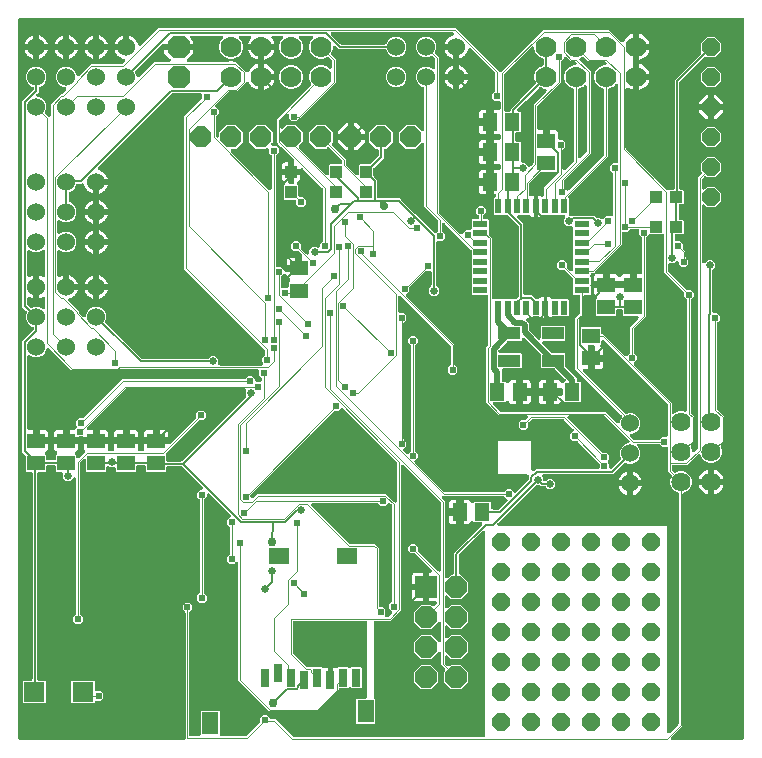
<source format=gbr>
G04 EAGLE Gerber RS-274X export*
G75*
%MOMM*%
%FSLAX34Y34*%
%LPD*%
%INBottom Copper*%
%IPPOS*%
%AMOC8*
5,1,8,0,0,1.08239X$1,22.5*%
G01*
%ADD10R,1.500000X1.300000*%
%ADD11R,1.000000X1.100000*%
%ADD12R,0.800000X1.500000*%
%ADD13R,1.400000X1.900000*%
%ADD14R,1.800000X1.400000*%
%ADD15P,2.034460X8X202.500000*%
%ADD16R,1.879600X1.879600*%
%ADD17R,1.300000X1.500000*%
%ADD18P,1.924489X8X112.500000*%
%ADD19R,0.558800X1.270000*%
%ADD20R,1.270000X0.558800*%
%ADD21R,1.900000X1.100000*%
%ADD22R,1.100000X1.000000*%
%ADD23C,1.625600*%
%ADD24C,1.524000*%
%ADD25C,1.778000*%
%ADD26P,1.649562X8X22.500000*%
%ADD27P,1.649562X8X112.500000*%
%ADD28R,1.800000X1.700000*%
%ADD29P,2.089446X8X22.500000*%
%ADD30C,0.203200*%
%ADD31C,0.660400*%
%ADD32C,0.756400*%
%ADD33C,0.706400*%
%ADD34C,0.203200*%
%ADD35C,0.101600*%
%ADD36C,0.609600*%
%ADD37C,0.508000*%

G36*
X86894Y403864D02*
X86894Y403864D01*
X86920Y403862D01*
X87067Y403884D01*
X87214Y403901D01*
X87239Y403909D01*
X87265Y403913D01*
X87403Y403968D01*
X87542Y404018D01*
X87564Y404032D01*
X87589Y404042D01*
X87710Y404127D01*
X87835Y404207D01*
X87853Y404226D01*
X87875Y404241D01*
X87974Y404351D01*
X88077Y404458D01*
X88091Y404480D01*
X88108Y404500D01*
X88180Y404630D01*
X88256Y404757D01*
X88264Y404782D01*
X88277Y404805D01*
X88317Y404948D01*
X88362Y405089D01*
X88364Y405115D01*
X88372Y405140D01*
X88391Y405384D01*
X88391Y511273D01*
X88377Y511399D01*
X88370Y511525D01*
X88357Y511572D01*
X88351Y511620D01*
X88309Y511739D01*
X88274Y511860D01*
X88250Y511902D01*
X88234Y511948D01*
X88165Y512054D01*
X88104Y512164D01*
X88064Y512211D01*
X88045Y512241D01*
X88010Y512274D01*
X87945Y512350D01*
X85851Y514444D01*
X85851Y517812D01*
X88232Y520193D01*
X91600Y520193D01*
X93981Y517812D01*
X93981Y514444D01*
X91887Y512350D01*
X91808Y512251D01*
X91724Y512158D01*
X91700Y512115D01*
X91670Y512077D01*
X91616Y511963D01*
X91555Y511853D01*
X91542Y511806D01*
X91521Y511762D01*
X91495Y511639D01*
X91460Y511517D01*
X91455Y511456D01*
X91448Y511422D01*
X91449Y511374D01*
X91441Y511273D01*
X91441Y408432D01*
X91444Y408406D01*
X91442Y408380D01*
X91464Y408233D01*
X91481Y408086D01*
X91489Y408061D01*
X91493Y408035D01*
X91548Y407897D01*
X91598Y407758D01*
X91612Y407736D01*
X91622Y407711D01*
X91707Y407590D01*
X91787Y407465D01*
X91806Y407447D01*
X91821Y407425D01*
X91931Y407326D01*
X92038Y407223D01*
X92060Y407209D01*
X92080Y407192D01*
X92210Y407120D01*
X92337Y407044D01*
X92362Y407036D01*
X92385Y407023D01*
X92528Y406983D01*
X92669Y406938D01*
X92695Y406936D01*
X92720Y406928D01*
X92964Y406909D01*
X99720Y406909D01*
X99746Y406912D01*
X99772Y406910D01*
X99919Y406932D01*
X100066Y406949D01*
X100091Y406957D01*
X100117Y406961D01*
X100255Y407016D01*
X100394Y407066D01*
X100416Y407080D01*
X100441Y407090D01*
X100562Y407175D01*
X100687Y407255D01*
X100705Y407274D01*
X100727Y407289D01*
X100826Y407399D01*
X100929Y407506D01*
X100943Y407528D01*
X100960Y407548D01*
X101032Y407678D01*
X101108Y407805D01*
X101116Y407830D01*
X101129Y407853D01*
X101169Y407996D01*
X101214Y408137D01*
X101216Y408163D01*
X101224Y408188D01*
X101243Y408432D01*
X101243Y428101D01*
X101839Y428697D01*
X116681Y428697D01*
X117277Y428101D01*
X117277Y408432D01*
X117280Y408406D01*
X117278Y408380D01*
X117300Y408233D01*
X117317Y408086D01*
X117325Y408061D01*
X117329Y408035D01*
X117384Y407897D01*
X117434Y407758D01*
X117448Y407736D01*
X117458Y407711D01*
X117543Y407590D01*
X117623Y407465D01*
X117642Y407447D01*
X117657Y407425D01*
X117767Y407326D01*
X117874Y407223D01*
X117896Y407209D01*
X117916Y407192D01*
X118046Y407120D01*
X118173Y407044D01*
X118198Y407036D01*
X118221Y407023D01*
X118364Y406983D01*
X118505Y406938D01*
X118531Y406936D01*
X118556Y406928D01*
X118800Y406909D01*
X138945Y406909D01*
X139071Y406923D01*
X139197Y406930D01*
X139244Y406943D01*
X139292Y406949D01*
X139411Y406991D01*
X139532Y407026D01*
X139574Y407050D01*
X139620Y407066D01*
X139726Y407135D01*
X139836Y407196D01*
X139883Y407236D01*
X139913Y407255D01*
X139946Y407290D01*
X140023Y407355D01*
X150937Y418269D01*
X151016Y418368D01*
X151100Y418462D01*
X151124Y418505D01*
X151154Y418542D01*
X151208Y418657D01*
X151269Y418767D01*
X151282Y418814D01*
X151303Y418858D01*
X151329Y418981D01*
X151364Y419103D01*
X151369Y419163D01*
X151376Y419198D01*
X151375Y419246D01*
X151383Y419347D01*
X151383Y422308D01*
X153764Y424689D01*
X157132Y424689D01*
X159734Y422087D01*
X159833Y422008D01*
X159926Y421924D01*
X159969Y421900D01*
X160007Y421870D01*
X160121Y421816D01*
X160231Y421755D01*
X160278Y421742D01*
X160322Y421721D01*
X160445Y421695D01*
X160567Y421660D01*
X160628Y421655D01*
X160662Y421648D01*
X160710Y421649D01*
X160811Y421641D01*
X164208Y421641D01*
X179001Y406847D01*
X179100Y406768D01*
X179194Y406684D01*
X179237Y406660D01*
X179274Y406630D01*
X179389Y406576D01*
X179499Y406515D01*
X179546Y406502D01*
X179590Y406481D01*
X179713Y406455D01*
X179835Y406420D01*
X179895Y406415D01*
X179930Y406408D01*
X179978Y406409D01*
X180079Y406401D01*
X340614Y406401D01*
X340640Y406404D01*
X340666Y406402D01*
X340813Y406424D01*
X340960Y406441D01*
X340985Y406449D01*
X341011Y406453D01*
X341149Y406508D01*
X341288Y406558D01*
X341310Y406572D01*
X341335Y406582D01*
X341456Y406667D01*
X341581Y406747D01*
X341599Y406766D01*
X341621Y406781D01*
X341720Y406891D01*
X341823Y406998D01*
X341837Y407020D01*
X341854Y407040D01*
X341926Y407170D01*
X342002Y407297D01*
X342010Y407322D01*
X342023Y407345D01*
X342063Y407488D01*
X342108Y407629D01*
X342110Y407655D01*
X342118Y407680D01*
X342137Y407924D01*
X342137Y579425D01*
X342126Y579525D01*
X342124Y579625D01*
X342106Y579697D01*
X342097Y579771D01*
X342064Y579866D01*
X342039Y579963D01*
X342005Y580029D01*
X341980Y580099D01*
X341925Y580184D01*
X341879Y580273D01*
X341831Y580330D01*
X341791Y580392D01*
X341719Y580462D01*
X341654Y580538D01*
X341594Y580583D01*
X341540Y580634D01*
X341454Y580686D01*
X341373Y580746D01*
X341305Y580775D01*
X341241Y580813D01*
X341145Y580844D01*
X341053Y580884D01*
X340980Y580897D01*
X340909Y580919D01*
X340809Y580928D01*
X340710Y580945D01*
X340636Y580941D01*
X340562Y580947D01*
X340462Y580933D01*
X340362Y580927D01*
X340291Y580907D01*
X340217Y580896D01*
X340124Y580859D01*
X340027Y580831D01*
X339962Y580795D01*
X339893Y580767D01*
X339811Y580710D01*
X339723Y580661D01*
X339647Y580596D01*
X339607Y580568D01*
X339583Y580542D01*
X339537Y580502D01*
X319979Y560944D01*
X319900Y560845D01*
X319816Y560751D01*
X319792Y560709D01*
X319762Y560671D01*
X319708Y560557D01*
X319647Y560446D01*
X319634Y560400D01*
X319613Y560356D01*
X319587Y560233D01*
X319552Y560111D01*
X319547Y560050D01*
X319540Y560015D01*
X319541Y559967D01*
X319533Y559867D01*
X319533Y545338D01*
X319536Y545312D01*
X319534Y545286D01*
X319556Y545139D01*
X319573Y544992D01*
X319581Y544967D01*
X319585Y544941D01*
X319640Y544803D01*
X319690Y544664D01*
X319704Y544642D01*
X319714Y544617D01*
X319799Y544496D01*
X319879Y544371D01*
X319898Y544353D01*
X319913Y544331D01*
X320023Y544232D01*
X320130Y544129D01*
X320152Y544115D01*
X320172Y544098D01*
X320302Y544026D01*
X320429Y543950D01*
X320454Y543942D01*
X320477Y543929D01*
X320620Y543889D01*
X320761Y543844D01*
X320787Y543842D01*
X320812Y543834D01*
X321056Y543815D01*
X321814Y543815D01*
X327915Y537714D01*
X327915Y529086D01*
X321814Y522985D01*
X313186Y522985D01*
X310449Y525722D01*
X310371Y525785D01*
X310298Y525855D01*
X310234Y525893D01*
X310176Y525939D01*
X310085Y525982D01*
X309999Y526033D01*
X309928Y526056D01*
X309861Y526088D01*
X309763Y526109D01*
X309667Y526140D01*
X309593Y526146D01*
X309520Y526161D01*
X309420Y526159D01*
X309320Y526168D01*
X309246Y526157D01*
X309172Y526155D01*
X309075Y526131D01*
X308975Y526116D01*
X308906Y526088D01*
X308834Y526070D01*
X308745Y526024D01*
X308651Y525987D01*
X308590Y525945D01*
X308524Y525911D01*
X308448Y525846D01*
X308365Y525788D01*
X308315Y525733D01*
X308259Y525685D01*
X308199Y525604D01*
X308132Y525529D01*
X308096Y525464D01*
X308051Y525404D01*
X308012Y525312D01*
X307963Y525224D01*
X307943Y525153D01*
X307913Y525084D01*
X307896Y524986D01*
X307868Y524889D01*
X307860Y524789D01*
X307852Y524741D01*
X307854Y524706D01*
X307849Y524645D01*
X307849Y516755D01*
X307860Y516655D01*
X307862Y516555D01*
X307880Y516482D01*
X307889Y516409D01*
X307922Y516314D01*
X307947Y516217D01*
X307981Y516150D01*
X308006Y516080D01*
X308061Y515996D01*
X308107Y515907D01*
X308155Y515850D01*
X308195Y515788D01*
X308267Y515718D01*
X308332Y515641D01*
X308392Y515597D01*
X308446Y515545D01*
X308532Y515494D01*
X308613Y515434D01*
X308681Y515405D01*
X308745Y515367D01*
X308841Y515336D01*
X308933Y515296D01*
X309006Y515283D01*
X309077Y515260D01*
X309177Y515252D01*
X309276Y515235D01*
X309350Y515238D01*
X309424Y515232D01*
X309524Y515247D01*
X309624Y515253D01*
X309695Y515273D01*
X309769Y515284D01*
X309862Y515321D01*
X309959Y515349D01*
X310024Y515385D01*
X310093Y515413D01*
X310175Y515470D01*
X310263Y515519D01*
X310339Y515584D01*
X310379Y515612D01*
X310403Y515638D01*
X310449Y515678D01*
X313186Y518415D01*
X321814Y518415D01*
X327915Y512314D01*
X327915Y503686D01*
X321814Y497585D01*
X313186Y497585D01*
X310449Y500322D01*
X310371Y500385D01*
X310298Y500455D01*
X310234Y500493D01*
X310176Y500539D01*
X310085Y500582D01*
X309999Y500633D01*
X309928Y500656D01*
X309861Y500688D01*
X309763Y500709D01*
X309667Y500740D01*
X309593Y500746D01*
X309520Y500761D01*
X309420Y500759D01*
X309320Y500768D01*
X309246Y500757D01*
X309172Y500755D01*
X309075Y500731D01*
X308975Y500716D01*
X308906Y500688D01*
X308834Y500670D01*
X308745Y500624D01*
X308651Y500587D01*
X308590Y500545D01*
X308524Y500511D01*
X308448Y500446D01*
X308365Y500388D01*
X308315Y500333D01*
X308259Y500285D01*
X308199Y500204D01*
X308132Y500129D01*
X308096Y500064D01*
X308051Y500004D01*
X308012Y499912D01*
X307963Y499824D01*
X307943Y499753D01*
X307913Y499684D01*
X307896Y499586D01*
X307868Y499489D01*
X307860Y499389D01*
X307852Y499341D01*
X307854Y499306D01*
X307849Y499245D01*
X307849Y491355D01*
X307860Y491255D01*
X307862Y491155D01*
X307880Y491082D01*
X307889Y491009D01*
X307922Y490914D01*
X307947Y490817D01*
X307981Y490750D01*
X308006Y490680D01*
X308061Y490596D01*
X308107Y490507D01*
X308155Y490450D01*
X308195Y490388D01*
X308267Y490318D01*
X308332Y490241D01*
X308392Y490197D01*
X308446Y490145D01*
X308532Y490094D01*
X308613Y490034D01*
X308681Y490005D01*
X308745Y489967D01*
X308841Y489936D01*
X308933Y489896D01*
X309006Y489883D01*
X309077Y489860D01*
X309177Y489852D01*
X309276Y489835D01*
X309350Y489838D01*
X309424Y489832D01*
X309524Y489847D01*
X309624Y489853D01*
X309695Y489873D01*
X309769Y489884D01*
X309862Y489921D01*
X309959Y489949D01*
X310024Y489985D01*
X310093Y490013D01*
X310175Y490070D01*
X310263Y490119D01*
X310339Y490184D01*
X310379Y490212D01*
X310403Y490238D01*
X310449Y490278D01*
X313186Y493015D01*
X321814Y493015D01*
X327915Y486914D01*
X327915Y478286D01*
X321814Y472185D01*
X313186Y472185D01*
X310449Y474922D01*
X310371Y474985D01*
X310298Y475055D01*
X310234Y475093D01*
X310176Y475139D01*
X310085Y475182D01*
X309999Y475233D01*
X309928Y475256D01*
X309861Y475288D01*
X309763Y475309D01*
X309667Y475340D01*
X309593Y475346D01*
X309520Y475361D01*
X309420Y475359D01*
X309320Y475368D01*
X309246Y475357D01*
X309172Y475355D01*
X309075Y475331D01*
X308975Y475316D01*
X308906Y475288D01*
X308834Y475270D01*
X308745Y475224D01*
X308651Y475187D01*
X308590Y475145D01*
X308524Y475111D01*
X308448Y475046D01*
X308365Y474988D01*
X308315Y474933D01*
X308259Y474885D01*
X308199Y474804D01*
X308132Y474729D01*
X308096Y474664D01*
X308051Y474604D01*
X308012Y474512D01*
X307963Y474424D01*
X307943Y474353D01*
X307913Y474284D01*
X307896Y474186D01*
X307868Y474089D01*
X307860Y473989D01*
X307852Y473941D01*
X307854Y473906D01*
X307849Y473845D01*
X307849Y469639D01*
X307863Y469513D01*
X307870Y469387D01*
X307883Y469340D01*
X307889Y469292D01*
X307931Y469173D01*
X307966Y469052D01*
X307990Y469010D01*
X308006Y468964D01*
X308075Y468858D01*
X308136Y468748D01*
X308176Y468701D01*
X308195Y468671D01*
X308230Y468638D01*
X308295Y468561D01*
X310137Y466720D01*
X310157Y466703D01*
X310174Y466683D01*
X310280Y466605D01*
X310289Y466597D01*
X310296Y466593D01*
X310410Y466503D01*
X310433Y466492D01*
X310455Y466476D01*
X310591Y466417D01*
X310725Y466354D01*
X310751Y466348D01*
X310775Y466338D01*
X310921Y466312D01*
X311066Y466281D01*
X311092Y466281D01*
X311118Y466276D01*
X311266Y466284D01*
X311414Y466287D01*
X311439Y466293D01*
X311466Y466294D01*
X311608Y466335D01*
X311752Y466372D01*
X311775Y466384D01*
X311801Y466391D01*
X311930Y466464D01*
X312062Y466531D01*
X312082Y466548D01*
X312105Y466561D01*
X312221Y466660D01*
X312222Y466660D01*
X312222Y466661D01*
X312291Y466720D01*
X313186Y467615D01*
X321814Y467615D01*
X327915Y461514D01*
X327915Y452886D01*
X321814Y446785D01*
X313186Y446785D01*
X307085Y452886D01*
X307085Y461514D01*
X307980Y462409D01*
X307997Y462430D01*
X308017Y462447D01*
X308105Y462566D01*
X308197Y462682D01*
X308208Y462706D01*
X308224Y462727D01*
X308283Y462863D01*
X308346Y462997D01*
X308352Y463023D01*
X308362Y463047D01*
X308388Y463193D01*
X308419Y463338D01*
X308419Y463364D01*
X308424Y463390D01*
X308416Y463538D01*
X308413Y463686D01*
X308407Y463712D01*
X308406Y463738D01*
X308365Y463881D01*
X308328Y464024D01*
X308316Y464048D01*
X308309Y464073D01*
X308236Y464203D01*
X308169Y464334D01*
X308152Y464354D01*
X308139Y464377D01*
X307980Y464563D01*
X304799Y467744D01*
X304799Y476893D01*
X304788Y476993D01*
X304786Y477093D01*
X304768Y477166D01*
X304759Y477239D01*
X304726Y477334D01*
X304701Y477431D01*
X304667Y477498D01*
X304642Y477568D01*
X304587Y477652D01*
X304541Y477741D01*
X304493Y477798D01*
X304453Y477860D01*
X304381Y477930D01*
X304316Y478007D01*
X304256Y478051D01*
X304202Y478103D01*
X304116Y478154D01*
X304035Y478214D01*
X303967Y478243D01*
X303903Y478281D01*
X303807Y478312D01*
X303715Y478352D01*
X303642Y478365D01*
X303571Y478388D01*
X303471Y478396D01*
X303372Y478413D01*
X303298Y478410D01*
X303224Y478416D01*
X303124Y478401D01*
X303024Y478395D01*
X302953Y478375D01*
X302879Y478364D01*
X302786Y478327D01*
X302689Y478299D01*
X302624Y478263D01*
X302555Y478235D01*
X302473Y478178D01*
X302385Y478129D01*
X302309Y478064D01*
X302269Y478036D01*
X302245Y478010D01*
X302199Y477970D01*
X296414Y472185D01*
X287786Y472185D01*
X281685Y478286D01*
X281685Y486914D01*
X287786Y493015D01*
X296414Y493015D01*
X302199Y487230D01*
X302277Y487167D01*
X302350Y487097D01*
X302414Y487059D01*
X302472Y487013D01*
X302563Y486970D01*
X302649Y486919D01*
X302720Y486896D01*
X302787Y486864D01*
X302885Y486843D01*
X302981Y486812D01*
X303055Y486806D01*
X303128Y486791D01*
X303228Y486793D01*
X303328Y486784D01*
X303402Y486795D01*
X303476Y486797D01*
X303573Y486821D01*
X303673Y486836D01*
X303742Y486864D01*
X303814Y486882D01*
X303904Y486928D01*
X303997Y486965D01*
X304058Y487007D01*
X304124Y487041D01*
X304201Y487107D01*
X304283Y487164D01*
X304333Y487219D01*
X304389Y487267D01*
X304449Y487348D01*
X304516Y487423D01*
X304552Y487488D01*
X304597Y487548D01*
X304636Y487640D01*
X304685Y487728D01*
X304705Y487799D01*
X304735Y487868D01*
X304752Y487966D01*
X304780Y488063D01*
X304788Y488163D01*
X304796Y488211D01*
X304794Y488246D01*
X304799Y488307D01*
X304799Y502293D01*
X304788Y502393D01*
X304786Y502493D01*
X304768Y502566D01*
X304759Y502639D01*
X304726Y502734D01*
X304701Y502831D01*
X304667Y502898D01*
X304642Y502968D01*
X304587Y503052D01*
X304541Y503141D01*
X304493Y503198D01*
X304453Y503260D01*
X304381Y503330D01*
X304316Y503407D01*
X304256Y503451D01*
X304202Y503503D01*
X304116Y503554D01*
X304035Y503614D01*
X303967Y503643D01*
X303903Y503681D01*
X303807Y503712D01*
X303715Y503752D01*
X303642Y503765D01*
X303571Y503788D01*
X303471Y503796D01*
X303372Y503813D01*
X303298Y503810D01*
X303224Y503816D01*
X303124Y503801D01*
X303024Y503795D01*
X302953Y503775D01*
X302879Y503764D01*
X302786Y503727D01*
X302689Y503699D01*
X302624Y503663D01*
X302555Y503635D01*
X302473Y503578D01*
X302385Y503529D01*
X302309Y503464D01*
X302269Y503436D01*
X302245Y503410D01*
X302199Y503370D01*
X296414Y497585D01*
X287786Y497585D01*
X281685Y503686D01*
X281685Y512314D01*
X287786Y518415D01*
X296414Y518415D01*
X297309Y517520D01*
X297330Y517503D01*
X297347Y517483D01*
X297466Y517395D01*
X297582Y517303D01*
X297606Y517292D01*
X297627Y517276D01*
X297763Y517217D01*
X297897Y517154D01*
X297923Y517148D01*
X297947Y517138D01*
X298093Y517112D01*
X298238Y517081D01*
X298264Y517081D01*
X298290Y517076D01*
X298438Y517084D01*
X298586Y517087D01*
X298612Y517093D01*
X298638Y517094D01*
X298780Y517135D01*
X298924Y517172D01*
X298948Y517184D01*
X298973Y517191D01*
X299102Y517263D01*
X299234Y517331D01*
X299254Y517348D01*
X299277Y517361D01*
X299463Y517520D01*
X300805Y518861D01*
X300867Y518939D01*
X300937Y519012D01*
X300975Y519076D01*
X301021Y519134D01*
X301064Y519225D01*
X301116Y519311D01*
X301138Y519382D01*
X301170Y519449D01*
X301191Y519547D01*
X301222Y519643D01*
X301228Y519717D01*
X301244Y519790D01*
X301242Y519890D01*
X301250Y519990D01*
X301239Y520064D01*
X301238Y520138D01*
X301213Y520235D01*
X301198Y520335D01*
X301171Y520404D01*
X301153Y520476D01*
X301107Y520566D01*
X301069Y520659D01*
X301027Y520720D01*
X300993Y520786D01*
X300928Y520863D01*
X300871Y520945D01*
X300815Y520995D01*
X300767Y521051D01*
X300686Y521111D01*
X300612Y521178D01*
X300547Y521214D01*
X300487Y521259D01*
X300395Y521298D01*
X300307Y521347D01*
X300235Y521367D01*
X300167Y521397D01*
X300068Y521414D01*
X299971Y521442D01*
X299871Y521450D01*
X299824Y521458D01*
X299788Y521456D01*
X299728Y521461D01*
X294639Y521461D01*
X294639Y532384D01*
X294636Y532410D01*
X294638Y532436D01*
X294616Y532583D01*
X294599Y532730D01*
X294591Y532755D01*
X294587Y532781D01*
X294532Y532918D01*
X294482Y533058D01*
X294468Y533080D01*
X294458Y533105D01*
X294373Y533226D01*
X294293Y533351D01*
X294274Y533369D01*
X294259Y533391D01*
X294243Y533405D01*
X294325Y533490D01*
X294339Y533513D01*
X294356Y533532D01*
X294428Y533662D01*
X294504Y533789D01*
X294512Y533814D01*
X294525Y533837D01*
X294565Y533980D01*
X294610Y534121D01*
X294612Y534147D01*
X294620Y534172D01*
X294639Y534416D01*
X294639Y545339D01*
X295664Y545339D01*
X295763Y545350D01*
X295864Y545352D01*
X295936Y545370D01*
X296010Y545379D01*
X296104Y545412D01*
X296202Y545437D01*
X296268Y545471D01*
X296338Y545496D01*
X296422Y545551D01*
X296512Y545597D01*
X296568Y545645D01*
X296631Y545685D01*
X296700Y545757D01*
X296777Y545822D01*
X296821Y545882D01*
X296873Y545936D01*
X296924Y546022D01*
X296984Y546103D01*
X297014Y546171D01*
X297052Y546235D01*
X297082Y546331D01*
X297122Y546423D01*
X297135Y546496D01*
X297158Y546567D01*
X297166Y546667D01*
X297184Y546766D01*
X297180Y546840D01*
X297186Y546914D01*
X297171Y547014D01*
X297166Y547114D01*
X297145Y547185D01*
X297134Y547259D01*
X297097Y547352D01*
X297069Y547449D01*
X297033Y547514D01*
X297005Y547583D01*
X296948Y547665D01*
X296899Y547753D01*
X296834Y547829D01*
X296807Y547869D01*
X296780Y547893D01*
X296741Y547939D01*
X283279Y561401D01*
X283180Y561480D01*
X283086Y561564D01*
X283043Y561588D01*
X283006Y561618D01*
X282891Y561672D01*
X282781Y561733D01*
X282734Y561746D01*
X282691Y561767D01*
X282567Y561793D01*
X282445Y561828D01*
X282385Y561833D01*
X282350Y561840D01*
X282302Y561839D01*
X282202Y561847D01*
X279240Y561847D01*
X276859Y564228D01*
X276859Y567596D01*
X279240Y569977D01*
X282608Y569977D01*
X284989Y567596D01*
X284989Y564634D01*
X285003Y564509D01*
X285010Y564383D01*
X285023Y564336D01*
X285029Y564288D01*
X285071Y564169D01*
X285106Y564048D01*
X285130Y564006D01*
X285146Y563960D01*
X285215Y563854D01*
X285276Y563744D01*
X285316Y563697D01*
X285335Y563667D01*
X285370Y563634D01*
X285435Y563557D01*
X302199Y546793D01*
X302277Y546731D01*
X302350Y546661D01*
X302414Y546623D01*
X302472Y546577D01*
X302563Y546534D01*
X302649Y546482D01*
X302720Y546460D01*
X302787Y546428D01*
X302885Y546407D01*
X302981Y546376D01*
X303055Y546370D01*
X303128Y546354D01*
X303228Y546356D01*
X303328Y546348D01*
X303402Y546359D01*
X303476Y546360D01*
X303573Y546385D01*
X303673Y546400D01*
X303742Y546427D01*
X303814Y546445D01*
X303904Y546491D01*
X303997Y546529D01*
X304058Y546571D01*
X304124Y546605D01*
X304201Y546670D01*
X304283Y546727D01*
X304333Y546783D01*
X304389Y546831D01*
X304449Y546912D01*
X304516Y546986D01*
X304552Y547051D01*
X304597Y547111D01*
X304636Y547203D01*
X304685Y547291D01*
X304705Y547363D01*
X304735Y547431D01*
X304752Y547530D01*
X304780Y547627D01*
X304788Y547727D01*
X304796Y547774D01*
X304794Y547810D01*
X304799Y547870D01*
X304799Y604273D01*
X304785Y604399D01*
X304778Y604525D01*
X304765Y604572D01*
X304759Y604620D01*
X304717Y604739D01*
X304682Y604860D01*
X304658Y604902D01*
X304642Y604948D01*
X304573Y605054D01*
X304512Y605164D01*
X304472Y605210D01*
X304453Y605241D01*
X304418Y605274D01*
X304353Y605351D01*
X273365Y636339D01*
X273287Y636401D01*
X273214Y636471D01*
X273150Y636509D01*
X273092Y636555D01*
X273001Y636598D01*
X272915Y636650D01*
X272844Y636672D01*
X272777Y636704D01*
X272679Y636725D01*
X272583Y636756D01*
X272509Y636762D01*
X272436Y636778D01*
X272336Y636776D01*
X272236Y636784D01*
X272162Y636773D01*
X272088Y636772D01*
X271991Y636747D01*
X271891Y636732D01*
X271822Y636705D01*
X271750Y636687D01*
X271660Y636641D01*
X271567Y636603D01*
X271506Y636561D01*
X271440Y636527D01*
X271363Y636462D01*
X271281Y636405D01*
X271231Y636349D01*
X271175Y636301D01*
X271115Y636220D01*
X271048Y636146D01*
X271012Y636081D01*
X270967Y636021D01*
X270928Y635929D01*
X270879Y635841D01*
X270859Y635769D01*
X270829Y635701D01*
X270812Y635602D01*
X270784Y635505D01*
X270776Y635405D01*
X270768Y635358D01*
X270770Y635322D01*
X270765Y635262D01*
X270765Y513972D01*
X263083Y506291D01*
X263083Y506290D01*
X261744Y504951D01*
X249284Y504951D01*
X249258Y504948D01*
X249232Y504950D01*
X249085Y504928D01*
X248938Y504911D01*
X248913Y504903D01*
X248887Y504899D01*
X248749Y504844D01*
X248610Y504794D01*
X248588Y504780D01*
X248563Y504770D01*
X248442Y504685D01*
X248317Y504605D01*
X248299Y504586D01*
X248277Y504571D01*
X248178Y504461D01*
X248075Y504354D01*
X248061Y504332D01*
X248044Y504312D01*
X247972Y504182D01*
X247896Y504055D01*
X247888Y504030D01*
X247875Y504007D01*
X247835Y503864D01*
X247790Y503723D01*
X247788Y503697D01*
X247780Y503672D01*
X247761Y503428D01*
X247761Y439748D01*
X247775Y439623D01*
X247782Y439496D01*
X247795Y439450D01*
X247801Y439402D01*
X247843Y439283D01*
X247878Y439161D01*
X247902Y439119D01*
X247918Y439074D01*
X247987Y438968D01*
X248048Y438857D01*
X248088Y438811D01*
X248107Y438781D01*
X248142Y438747D01*
X248207Y438671D01*
X248777Y438101D01*
X248777Y418259D01*
X248181Y417663D01*
X233339Y417663D01*
X232743Y418259D01*
X232743Y438101D01*
X233339Y438697D01*
X240275Y438697D01*
X240301Y438700D01*
X240327Y438698D01*
X240474Y438720D01*
X240621Y438737D01*
X240646Y438745D01*
X240672Y438749D01*
X240809Y438804D01*
X240949Y438854D01*
X240971Y438868D01*
X240995Y438878D01*
X241117Y438963D01*
X241242Y439043D01*
X241260Y439062D01*
X241282Y439077D01*
X241381Y439187D01*
X241484Y439294D01*
X241497Y439316D01*
X241515Y439336D01*
X241587Y439466D01*
X241663Y439593D01*
X241671Y439618D01*
X241684Y439641D01*
X241724Y439784D01*
X241769Y439925D01*
X241771Y439951D01*
X241778Y439976D01*
X241798Y440220D01*
X241798Y503428D01*
X241795Y503454D01*
X241797Y503480D01*
X241775Y503627D01*
X241758Y503774D01*
X241749Y503799D01*
X241745Y503825D01*
X241691Y503963D01*
X241641Y504102D01*
X241626Y504124D01*
X241617Y504149D01*
X241532Y504270D01*
X241452Y504395D01*
X241433Y504413D01*
X241418Y504435D01*
X241308Y504534D01*
X241201Y504637D01*
X241178Y504651D01*
X241159Y504668D01*
X241029Y504740D01*
X240902Y504816D01*
X240877Y504824D01*
X240854Y504837D01*
X240711Y504877D01*
X240570Y504922D01*
X240544Y504924D01*
X240518Y504932D01*
X240275Y504951D01*
X180848Y504951D01*
X180822Y504948D01*
X180796Y504950D01*
X180649Y504928D01*
X180502Y504911D01*
X180477Y504903D01*
X180451Y504899D01*
X180313Y504844D01*
X180174Y504794D01*
X180152Y504780D01*
X180127Y504770D01*
X180006Y504685D01*
X179881Y504605D01*
X179863Y504586D01*
X179841Y504571D01*
X179742Y504461D01*
X179639Y504354D01*
X179625Y504332D01*
X179608Y504312D01*
X179536Y504182D01*
X179460Y504055D01*
X179452Y504030D01*
X179439Y504007D01*
X179399Y503864D01*
X179354Y503723D01*
X179352Y503697D01*
X179344Y503672D01*
X179325Y503428D01*
X179325Y477879D01*
X179339Y477754D01*
X179346Y477627D01*
X179359Y477581D01*
X179365Y477533D01*
X179407Y477414D01*
X179442Y477293D01*
X179466Y477250D01*
X179482Y477205D01*
X179551Y477099D01*
X179612Y476988D01*
X179652Y476942D01*
X179671Y476912D01*
X179706Y476879D01*
X179771Y476802D01*
X190898Y465675D01*
X190997Y465596D01*
X191091Y465512D01*
X191133Y465488D01*
X191171Y465458D01*
X191285Y465404D01*
X191396Y465343D01*
X191443Y465330D01*
X191486Y465309D01*
X191610Y465283D01*
X191731Y465248D01*
X191792Y465243D01*
X191827Y465236D01*
X191875Y465237D01*
X191975Y465229D01*
X194477Y465229D01*
X194504Y465224D01*
X194648Y465193D01*
X194676Y465193D01*
X194703Y465189D01*
X194849Y465196D01*
X194875Y465197D01*
X204281Y465197D01*
X204509Y464969D01*
X204627Y464875D01*
X204743Y464778D01*
X204764Y464767D01*
X204782Y464752D01*
X204919Y464688D01*
X205053Y464619D01*
X205076Y464613D01*
X205097Y464603D01*
X205244Y464572D01*
X205391Y464535D01*
X205415Y464535D01*
X205438Y464530D01*
X205588Y464533D01*
X205740Y464531D01*
X205768Y464536D01*
X205786Y464536D01*
X205832Y464547D01*
X205980Y464575D01*
X206525Y464721D01*
X208861Y464721D01*
X208861Y455156D01*
X208864Y455130D01*
X208862Y455104D01*
X208884Y454957D01*
X208901Y454810D01*
X208909Y454785D01*
X208913Y454759D01*
X208968Y454622D01*
X209018Y454482D01*
X209032Y454460D01*
X209042Y454435D01*
X209127Y454314D01*
X209207Y454189D01*
X209226Y454171D01*
X209241Y454149D01*
X209351Y454050D01*
X209458Y453947D01*
X209480Y453933D01*
X209500Y453916D01*
X209630Y453844D01*
X209757Y453768D01*
X209782Y453760D01*
X209805Y453747D01*
X209948Y453707D01*
X210089Y453662D01*
X210115Y453660D01*
X210140Y453653D01*
X210384Y453633D01*
X211336Y453633D01*
X211362Y453636D01*
X211388Y453634D01*
X211535Y453656D01*
X211682Y453673D01*
X211707Y453682D01*
X211733Y453686D01*
X211871Y453740D01*
X212010Y453790D01*
X212032Y453805D01*
X212057Y453814D01*
X212178Y453899D01*
X212303Y453979D01*
X212321Y453998D01*
X212343Y454013D01*
X212442Y454123D01*
X212545Y454230D01*
X212559Y454253D01*
X212576Y454272D01*
X212648Y454402D01*
X212724Y454529D01*
X212732Y454554D01*
X212745Y454577D01*
X212785Y454720D01*
X212830Y454861D01*
X212832Y454887D01*
X212840Y454912D01*
X212859Y455156D01*
X212859Y464721D01*
X215195Y464721D01*
X215740Y464575D01*
X215889Y464553D01*
X216038Y464526D01*
X216061Y464527D01*
X216084Y464524D01*
X216235Y464536D01*
X216386Y464544D01*
X216408Y464550D01*
X216432Y464552D01*
X216575Y464598D01*
X216721Y464640D01*
X216741Y464652D01*
X216764Y464659D01*
X216893Y464736D01*
X217025Y464810D01*
X217046Y464829D01*
X217062Y464838D01*
X217096Y464871D01*
X217211Y464969D01*
X217439Y465197D01*
X226281Y465197D01*
X226283Y465195D01*
X226303Y465179D01*
X226320Y465159D01*
X226427Y465080D01*
X226434Y465074D01*
X226440Y465070D01*
X226556Y464978D01*
X226580Y464967D01*
X226601Y464952D01*
X226737Y464893D01*
X226871Y464829D01*
X226897Y464824D01*
X226921Y464814D01*
X227067Y464787D01*
X227212Y464756D01*
X227238Y464757D01*
X227264Y464752D01*
X227412Y464759D01*
X227560Y464762D01*
X227586Y464768D01*
X227612Y464770D01*
X227754Y464811D01*
X227898Y464847D01*
X227921Y464859D01*
X227947Y464866D01*
X228076Y464939D01*
X228208Y465007D01*
X228228Y465024D01*
X228251Y465036D01*
X228437Y465195D01*
X228439Y465197D01*
X237281Y465197D01*
X237877Y464601D01*
X237877Y448759D01*
X237281Y448163D01*
X228439Y448163D01*
X228437Y448165D01*
X228416Y448181D01*
X228399Y448201D01*
X228280Y448290D01*
X228164Y448382D01*
X228140Y448393D01*
X228119Y448408D01*
X227983Y448467D01*
X227849Y448531D01*
X227823Y448536D01*
X227799Y448546D01*
X227653Y448573D01*
X227508Y448604D01*
X227482Y448603D01*
X227456Y448608D01*
X227308Y448600D01*
X227160Y448598D01*
X227134Y448592D01*
X227108Y448590D01*
X226966Y448549D01*
X226822Y448513D01*
X226798Y448501D01*
X226773Y448494D01*
X226644Y448421D01*
X226512Y448353D01*
X226492Y448336D01*
X226469Y448323D01*
X226283Y448165D01*
X226281Y448163D01*
X219432Y448163D01*
X219406Y448160D01*
X219380Y448162D01*
X219233Y448140D01*
X219086Y448123D01*
X219061Y448115D01*
X219035Y448111D01*
X218897Y448056D01*
X218758Y448006D01*
X218736Y447992D01*
X218711Y447982D01*
X218590Y447897D01*
X218465Y447817D01*
X218447Y447798D01*
X218425Y447783D01*
X218326Y447673D01*
X218223Y447566D01*
X218209Y447544D01*
X218192Y447524D01*
X218120Y447394D01*
X218044Y447267D01*
X218036Y447242D01*
X218023Y447219D01*
X217983Y447076D01*
X217938Y446935D01*
X217936Y446909D01*
X217928Y446884D01*
X217909Y446640D01*
X217909Y445917D01*
X200009Y428017D01*
X159223Y428017D01*
X133095Y454145D01*
X133095Y552929D01*
X133084Y553029D01*
X133082Y553130D01*
X133064Y553202D01*
X133055Y553276D01*
X133022Y553370D01*
X132997Y553468D01*
X132963Y553534D01*
X132938Y553604D01*
X132883Y553688D01*
X132837Y553777D01*
X132789Y553834D01*
X132749Y553897D01*
X132677Y553966D01*
X132612Y554043D01*
X132552Y554087D01*
X132498Y554139D01*
X132412Y554190D01*
X132331Y554250D01*
X132263Y554279D01*
X132199Y554318D01*
X132103Y554348D01*
X132011Y554388D01*
X131938Y554401D01*
X131867Y554424D01*
X131767Y554432D01*
X131668Y554450D01*
X131594Y554446D01*
X131520Y554452D01*
X131420Y554437D01*
X131320Y554432D01*
X131249Y554411D01*
X131175Y554400D01*
X131082Y554363D01*
X130985Y554335D01*
X130920Y554299D01*
X130851Y554271D01*
X130769Y554214D01*
X130681Y554165D01*
X130605Y554100D01*
X130565Y554072D01*
X130541Y554046D01*
X130495Y554007D01*
X129192Y552703D01*
X125824Y552703D01*
X123443Y555084D01*
X123443Y558452D01*
X125537Y560546D01*
X125616Y560645D01*
X125700Y560738D01*
X125724Y560781D01*
X125754Y560819D01*
X125808Y560933D01*
X125869Y561043D01*
X125882Y561090D01*
X125903Y561134D01*
X125929Y561257D01*
X125964Y561379D01*
X125969Y561440D01*
X125976Y561474D01*
X125975Y561522D01*
X125983Y561623D01*
X125983Y583409D01*
X125969Y583535D01*
X125962Y583661D01*
X125949Y583708D01*
X125943Y583756D01*
X125901Y583875D01*
X125866Y583996D01*
X125842Y584038D01*
X125826Y584084D01*
X125757Y584190D01*
X125696Y584300D01*
X125656Y584346D01*
X125637Y584376D01*
X125602Y584410D01*
X125537Y584486D01*
X123443Y586580D01*
X123443Y589948D01*
X126165Y592670D01*
X126182Y592690D01*
X126202Y592707D01*
X126290Y592827D01*
X126382Y592943D01*
X126393Y592966D01*
X126409Y592987D01*
X126467Y593124D01*
X126531Y593258D01*
X126536Y593283D01*
X126547Y593308D01*
X126573Y593454D01*
X126604Y593598D01*
X126604Y593625D01*
X126608Y593651D01*
X126601Y593799D01*
X126598Y593947D01*
X126592Y593972D01*
X126590Y593999D01*
X126549Y594141D01*
X126513Y594285D01*
X126501Y594308D01*
X126494Y594333D01*
X126421Y594463D01*
X126354Y594595D01*
X126337Y594615D01*
X126324Y594638D01*
X126165Y594824D01*
X108773Y612216D01*
X108695Y612278D01*
X108622Y612348D01*
X108558Y612387D01*
X108500Y612433D01*
X108409Y612476D01*
X108323Y612527D01*
X108252Y612550D01*
X108185Y612582D01*
X108087Y612603D01*
X107991Y612633D01*
X107917Y612639D01*
X107844Y612655D01*
X107744Y612653D01*
X107644Y612661D01*
X107570Y612650D01*
X107496Y612649D01*
X107399Y612625D01*
X107299Y612610D01*
X107230Y612582D01*
X107158Y612564D01*
X107068Y612518D01*
X106975Y612481D01*
X106914Y612439D01*
X106848Y612404D01*
X106771Y612339D01*
X106689Y612282D01*
X106639Y612227D01*
X106583Y612179D01*
X106523Y612098D01*
X106456Y612023D01*
X106420Y611958D01*
X106375Y611898D01*
X106336Y611806D01*
X106287Y611718D01*
X106267Y611646D01*
X106237Y611578D01*
X106220Y611480D01*
X106192Y611383D01*
X106184Y611283D01*
X106176Y611235D01*
X106178Y611200D01*
X106173Y611139D01*
X106173Y609948D01*
X104079Y607854D01*
X104000Y607755D01*
X103916Y607662D01*
X103892Y607619D01*
X103862Y607581D01*
X103808Y607467D01*
X103747Y607357D01*
X103734Y607310D01*
X103713Y607266D01*
X103687Y607143D01*
X103652Y607021D01*
X103647Y606960D01*
X103640Y606926D01*
X103641Y606878D01*
X103633Y606777D01*
X103633Y529111D01*
X103647Y528985D01*
X103654Y528859D01*
X103667Y528812D01*
X103673Y528764D01*
X103715Y528645D01*
X103750Y528524D01*
X103774Y528482D01*
X103790Y528436D01*
X103859Y528330D01*
X103920Y528220D01*
X103960Y528174D01*
X103979Y528144D01*
X104014Y528110D01*
X104079Y528034D01*
X106173Y525940D01*
X106173Y522572D01*
X103792Y520191D01*
X100424Y520191D01*
X98043Y522572D01*
X98043Y525940D01*
X100137Y528034D01*
X100216Y528133D01*
X100300Y528226D01*
X100324Y528269D01*
X100354Y528307D01*
X100408Y528421D01*
X100469Y528531D01*
X100482Y528578D01*
X100503Y528622D01*
X100529Y528745D01*
X100564Y528867D01*
X100569Y528928D01*
X100576Y528962D01*
X100575Y529010D01*
X100583Y529111D01*
X100583Y606777D01*
X100569Y606903D01*
X100562Y607029D01*
X100549Y607076D01*
X100543Y607124D01*
X100501Y607243D01*
X100466Y607364D01*
X100442Y607406D01*
X100426Y607452D01*
X100357Y607558D01*
X100296Y607668D01*
X100256Y607714D01*
X100237Y607744D01*
X100202Y607778D01*
X100137Y607854D01*
X98043Y609948D01*
X98043Y613316D01*
X100424Y615697D01*
X101615Y615697D01*
X101715Y615708D01*
X101815Y615710D01*
X101887Y615728D01*
X101961Y615737D01*
X102056Y615770D01*
X102153Y615795D01*
X102219Y615829D01*
X102289Y615854D01*
X102374Y615909D01*
X102463Y615955D01*
X102520Y616003D01*
X102582Y616043D01*
X102652Y616115D01*
X102728Y616180D01*
X102773Y616240D01*
X102824Y616294D01*
X102876Y616380D01*
X102936Y616461D01*
X102965Y616529D01*
X103003Y616593D01*
X103034Y616689D01*
X103074Y616781D01*
X103087Y616854D01*
X103109Y616925D01*
X103117Y617025D01*
X103135Y617124D01*
X103131Y617198D01*
X103137Y617272D01*
X103122Y617372D01*
X103117Y617472D01*
X103097Y617543D01*
X103086Y617617D01*
X103049Y617710D01*
X103021Y617807D01*
X102984Y617872D01*
X102957Y617941D01*
X102900Y618023D01*
X102851Y618111D01*
X102785Y618187D01*
X102758Y618227D01*
X102732Y618251D01*
X102692Y618297D01*
X85928Y635061D01*
X85829Y635140D01*
X85735Y635224D01*
X85693Y635248D01*
X85655Y635278D01*
X85541Y635332D01*
X85430Y635393D01*
X85384Y635406D01*
X85340Y635427D01*
X85217Y635453D01*
X85095Y635488D01*
X85034Y635493D01*
X84999Y635500D01*
X84951Y635499D01*
X84851Y635507D01*
X73540Y635507D01*
X73514Y635504D01*
X73488Y635506D01*
X73341Y635484D01*
X73194Y635467D01*
X73169Y635459D01*
X73143Y635455D01*
X73005Y635400D01*
X72866Y635350D01*
X72844Y635336D01*
X72819Y635326D01*
X72698Y635241D01*
X72573Y635161D01*
X72555Y635142D01*
X72533Y635127D01*
X72434Y635017D01*
X72331Y634910D01*
X72317Y634888D01*
X72300Y634868D01*
X72228Y634738D01*
X72152Y634611D01*
X72144Y634586D01*
X72131Y634563D01*
X72091Y634420D01*
X72046Y634279D01*
X72044Y634253D01*
X72036Y634228D01*
X72017Y633984D01*
X72017Y631279D01*
X71421Y630683D01*
X55579Y630683D01*
X54983Y631279D01*
X54983Y635000D01*
X54980Y635026D01*
X54982Y635052D01*
X54960Y635199D01*
X54943Y635346D01*
X54935Y635371D01*
X54931Y635397D01*
X54876Y635535D01*
X54826Y635674D01*
X54812Y635696D01*
X54802Y635721D01*
X54717Y635842D01*
X54637Y635967D01*
X54618Y635985D01*
X54603Y636007D01*
X54493Y636106D01*
X54386Y636209D01*
X54364Y636223D01*
X54344Y636240D01*
X54214Y636312D01*
X54087Y636388D01*
X54062Y636396D01*
X54039Y636409D01*
X53896Y636449D01*
X53755Y636494D01*
X53729Y636496D01*
X53704Y636504D01*
X53460Y636523D01*
X48140Y636523D01*
X48114Y636520D01*
X48088Y636522D01*
X47941Y636500D01*
X47794Y636483D01*
X47769Y636475D01*
X47743Y636471D01*
X47605Y636416D01*
X47466Y636366D01*
X47444Y636352D01*
X47419Y636342D01*
X47298Y636257D01*
X47173Y636177D01*
X47155Y636158D01*
X47133Y636143D01*
X47034Y636033D01*
X46931Y635926D01*
X46917Y635904D01*
X46900Y635884D01*
X46828Y635754D01*
X46752Y635627D01*
X46744Y635602D01*
X46731Y635579D01*
X46691Y635436D01*
X46646Y635295D01*
X46644Y635269D01*
X46636Y635244D01*
X46617Y635000D01*
X46617Y631279D01*
X46021Y630683D01*
X30179Y630683D01*
X29583Y631279D01*
X29583Y633222D01*
X29580Y633248D01*
X29582Y633274D01*
X29560Y633421D01*
X29543Y633568D01*
X29535Y633593D01*
X29531Y633619D01*
X29476Y633757D01*
X29426Y633896D01*
X29412Y633918D01*
X29402Y633943D01*
X29317Y634064D01*
X29237Y634189D01*
X29218Y634207D01*
X29203Y634229D01*
X29093Y634328D01*
X28986Y634431D01*
X28964Y634445D01*
X28944Y634462D01*
X28814Y634534D01*
X28687Y634610D01*
X28662Y634618D01*
X28639Y634631D01*
X28496Y634671D01*
X28355Y634716D01*
X28329Y634718D01*
X28304Y634726D01*
X28060Y634745D01*
X24119Y634745D01*
X23817Y635047D01*
X23739Y635110D01*
X23666Y635180D01*
X23602Y635218D01*
X23544Y635264D01*
X23453Y635307D01*
X23367Y635358D01*
X23296Y635381D01*
X23229Y635413D01*
X23131Y635434D01*
X23035Y635465D01*
X22961Y635471D01*
X22888Y635486D01*
X22788Y635485D01*
X22688Y635493D01*
X22614Y635482D01*
X22540Y635480D01*
X22443Y635456D01*
X22343Y635441D01*
X22274Y635413D01*
X22202Y635395D01*
X22113Y635349D01*
X22019Y635312D01*
X21958Y635270D01*
X21892Y635236D01*
X21815Y635170D01*
X21733Y635113D01*
X21683Y635058D01*
X21627Y635010D01*
X21567Y634929D01*
X21500Y634854D01*
X21464Y634789D01*
X21419Y634730D01*
X21380Y634637D01*
X21331Y634549D01*
X21311Y634478D01*
X21281Y634410D01*
X21264Y634311D01*
X21236Y634214D01*
X21228Y634114D01*
X21220Y634067D01*
X21222Y634031D01*
X21217Y633970D01*
X21217Y631279D01*
X20621Y630683D01*
X4779Y630683D01*
X4183Y631279D01*
X4183Y640462D01*
X4172Y640561D01*
X4170Y640662D01*
X4152Y640734D01*
X4143Y640808D01*
X4110Y640902D01*
X4085Y641000D01*
X4051Y641066D01*
X4026Y641136D01*
X3971Y641220D01*
X3925Y641310D01*
X3877Y641366D01*
X3837Y641429D01*
X3765Y641499D01*
X3700Y641575D01*
X3640Y641619D01*
X3586Y641671D01*
X3500Y641722D01*
X3419Y641782D01*
X3351Y641812D01*
X3287Y641850D01*
X3191Y641880D01*
X3099Y641920D01*
X3026Y641933D01*
X2955Y641956D01*
X2855Y641964D01*
X2756Y641982D01*
X2682Y641978D01*
X2608Y641984D01*
X2508Y641969D01*
X2408Y641964D01*
X2337Y641943D01*
X2263Y641932D01*
X2170Y641895D01*
X2073Y641867D01*
X2008Y641831D01*
X1939Y641803D01*
X1857Y641746D01*
X1769Y641697D01*
X1693Y641632D01*
X1653Y641605D01*
X1629Y641578D01*
X1583Y641539D01*
X-569Y639387D01*
X-648Y639288D01*
X-732Y639194D01*
X-756Y639151D01*
X-786Y639114D01*
X-840Y638999D01*
X-901Y638889D01*
X-914Y638842D01*
X-935Y638798D01*
X-961Y638675D01*
X-996Y638553D01*
X-1001Y638493D01*
X-1008Y638458D01*
X-1007Y638410D01*
X-1015Y638309D01*
X-1015Y511331D01*
X-1001Y511205D01*
X-994Y511079D01*
X-981Y511032D01*
X-975Y510984D01*
X-933Y510865D01*
X-898Y510744D01*
X-874Y510702D01*
X-858Y510656D01*
X-789Y510550D01*
X-728Y510440D01*
X-688Y510394D01*
X-669Y510364D01*
X-634Y510330D01*
X-569Y510254D01*
X1525Y508160D01*
X1525Y504792D01*
X-856Y502411D01*
X-4224Y502411D01*
X-6605Y504792D01*
X-6605Y508160D01*
X-4511Y510254D01*
X-4432Y510353D01*
X-4348Y510446D01*
X-4324Y510489D01*
X-4294Y510527D01*
X-4240Y510641D01*
X-4179Y510751D01*
X-4166Y510798D01*
X-4145Y510842D01*
X-4119Y510965D01*
X-4084Y511087D01*
X-4079Y511148D01*
X-4072Y511182D01*
X-4073Y511230D01*
X-4065Y511331D01*
X-4065Y624706D01*
X-4076Y624806D01*
X-4078Y624906D01*
X-4096Y624979D01*
X-4105Y625052D01*
X-4138Y625147D01*
X-4163Y625244D01*
X-4197Y625311D01*
X-4222Y625381D01*
X-4277Y625465D01*
X-4323Y625554D01*
X-4371Y625611D01*
X-4411Y625673D01*
X-4483Y625743D01*
X-4548Y625820D01*
X-4608Y625864D01*
X-4662Y625916D01*
X-4748Y625967D01*
X-4829Y626027D01*
X-4897Y626056D01*
X-4961Y626094D01*
X-5057Y626125D01*
X-5149Y626165D01*
X-5222Y626178D01*
X-5293Y626201D01*
X-5393Y626209D01*
X-5492Y626226D01*
X-5566Y626223D01*
X-5640Y626229D01*
X-5740Y626214D01*
X-5840Y626209D01*
X-5911Y626188D01*
X-5985Y626177D01*
X-6078Y626140D01*
X-6175Y626112D01*
X-6240Y626076D01*
X-6309Y626048D01*
X-6391Y625991D01*
X-6479Y625942D01*
X-6555Y625877D01*
X-6595Y625849D01*
X-6619Y625823D01*
X-6665Y625783D01*
X-9387Y623061D01*
X-12965Y623061D01*
X-15495Y625591D01*
X-15495Y629160D01*
X-15498Y629186D01*
X-15496Y629212D01*
X-15518Y629359D01*
X-15535Y629506D01*
X-15543Y629531D01*
X-15547Y629557D01*
X-15602Y629695D01*
X-15652Y629834D01*
X-15666Y629856D01*
X-15676Y629881D01*
X-15761Y630002D01*
X-15841Y630127D01*
X-15860Y630145D01*
X-15875Y630167D01*
X-15985Y630266D01*
X-16092Y630369D01*
X-16114Y630383D01*
X-16134Y630400D01*
X-16264Y630472D01*
X-16391Y630548D01*
X-16416Y630556D01*
X-16439Y630569D01*
X-16582Y630609D01*
X-16723Y630654D01*
X-16749Y630656D01*
X-16774Y630664D01*
X-17018Y630683D01*
X-20621Y630683D01*
X-21217Y631279D01*
X-21217Y635000D01*
X-21220Y635026D01*
X-21218Y635052D01*
X-21240Y635199D01*
X-21257Y635346D01*
X-21265Y635371D01*
X-21269Y635397D01*
X-21324Y635535D01*
X-21374Y635674D01*
X-21388Y635696D01*
X-21398Y635721D01*
X-21483Y635842D01*
X-21563Y635967D01*
X-21582Y635985D01*
X-21597Y636007D01*
X-21707Y636106D01*
X-21814Y636209D01*
X-21836Y636223D01*
X-21856Y636240D01*
X-21986Y636312D01*
X-22113Y636388D01*
X-22138Y636396D01*
X-22161Y636409D01*
X-22304Y636449D01*
X-22445Y636494D01*
X-22471Y636496D01*
X-22496Y636504D01*
X-22740Y636523D01*
X-28060Y636523D01*
X-28086Y636520D01*
X-28112Y636522D01*
X-28259Y636500D01*
X-28406Y636483D01*
X-28431Y636475D01*
X-28457Y636471D01*
X-28595Y636416D01*
X-28734Y636366D01*
X-28756Y636352D01*
X-28781Y636342D01*
X-28902Y636257D01*
X-29027Y636177D01*
X-29045Y636158D01*
X-29067Y636143D01*
X-29166Y636033D01*
X-29269Y635926D01*
X-29283Y635904D01*
X-29300Y635884D01*
X-29372Y635754D01*
X-29448Y635627D01*
X-29456Y635602D01*
X-29469Y635579D01*
X-29509Y635436D01*
X-29554Y635295D01*
X-29556Y635269D01*
X-29564Y635244D01*
X-29583Y635000D01*
X-29583Y631279D01*
X-30179Y630683D01*
X-35560Y630683D01*
X-35586Y630680D01*
X-35612Y630682D01*
X-35759Y630660D01*
X-35906Y630643D01*
X-35931Y630635D01*
X-35957Y630631D01*
X-36095Y630576D01*
X-36234Y630526D01*
X-36256Y630512D01*
X-36281Y630502D01*
X-36402Y630417D01*
X-36527Y630337D01*
X-36545Y630318D01*
X-36567Y630303D01*
X-36666Y630193D01*
X-36769Y630086D01*
X-36783Y630064D01*
X-36800Y630044D01*
X-36872Y629914D01*
X-36948Y629787D01*
X-36956Y629762D01*
X-36969Y629739D01*
X-37009Y629596D01*
X-37054Y629455D01*
X-37056Y629429D01*
X-37064Y629404D01*
X-37083Y629160D01*
X-37083Y455540D01*
X-37080Y455514D01*
X-37082Y455488D01*
X-37060Y455341D01*
X-37043Y455194D01*
X-37035Y455169D01*
X-37031Y455143D01*
X-36976Y455005D01*
X-36926Y454866D01*
X-36912Y454844D01*
X-36902Y454819D01*
X-36817Y454698D01*
X-36737Y454573D01*
X-36718Y454555D01*
X-36703Y454533D01*
X-36593Y454434D01*
X-36486Y454331D01*
X-36464Y454317D01*
X-36444Y454300D01*
X-36314Y454228D01*
X-36187Y454152D01*
X-36162Y454144D01*
X-36139Y454131D01*
X-35996Y454091D01*
X-35855Y454046D01*
X-35829Y454044D01*
X-35804Y454036D01*
X-35560Y454017D01*
X-30129Y454017D01*
X-29533Y453421D01*
X-29533Y435579D01*
X-30129Y434983D01*
X-48971Y434983D01*
X-49567Y435579D01*
X-49567Y453421D01*
X-48971Y454017D01*
X-42672Y454017D01*
X-42646Y454020D01*
X-42620Y454018D01*
X-42473Y454040D01*
X-42326Y454057D01*
X-42301Y454065D01*
X-42275Y454069D01*
X-42137Y454124D01*
X-41998Y454174D01*
X-41976Y454188D01*
X-41951Y454198D01*
X-41830Y454283D01*
X-41705Y454363D01*
X-41687Y454382D01*
X-41665Y454397D01*
X-41566Y454507D01*
X-41463Y454614D01*
X-41449Y454636D01*
X-41432Y454656D01*
X-41360Y454786D01*
X-41284Y454913D01*
X-41276Y454938D01*
X-41263Y454961D01*
X-41223Y455104D01*
X-41178Y455245D01*
X-41176Y455271D01*
X-41168Y455296D01*
X-41149Y455540D01*
X-41149Y629160D01*
X-41152Y629186D01*
X-41150Y629212D01*
X-41172Y629359D01*
X-41189Y629506D01*
X-41197Y629531D01*
X-41201Y629557D01*
X-41256Y629695D01*
X-41306Y629834D01*
X-41320Y629856D01*
X-41330Y629881D01*
X-41415Y630002D01*
X-41495Y630127D01*
X-41514Y630145D01*
X-41529Y630167D01*
X-41639Y630266D01*
X-41746Y630369D01*
X-41768Y630383D01*
X-41788Y630400D01*
X-41918Y630472D01*
X-42045Y630548D01*
X-42070Y630556D01*
X-42093Y630569D01*
X-42236Y630609D01*
X-42377Y630654D01*
X-42403Y630656D01*
X-42428Y630664D01*
X-42672Y630683D01*
X-46021Y630683D01*
X-46617Y631279D01*
X-46617Y643567D01*
X-46631Y643693D01*
X-46638Y643819D01*
X-46651Y643865D01*
X-46657Y643913D01*
X-46699Y644032D01*
X-46734Y644154D01*
X-46758Y644196D01*
X-46774Y644241D01*
X-46843Y644348D01*
X-46904Y644458D01*
X-46944Y644504D01*
X-46963Y644534D01*
X-46998Y644568D01*
X-47063Y644644D01*
X-49785Y647366D01*
X-49785Y741506D01*
X-40579Y750712D01*
X-40500Y750811D01*
X-40416Y750905D01*
X-40392Y750947D01*
X-40362Y750985D01*
X-40308Y751099D01*
X-40247Y751210D01*
X-40234Y751256D01*
X-40213Y751300D01*
X-40187Y751423D01*
X-40152Y751545D01*
X-40147Y751606D01*
X-40140Y751641D01*
X-40141Y751689D01*
X-40133Y751789D01*
X-40133Y752476D01*
X-40141Y752552D01*
X-40140Y752628D01*
X-40161Y752724D01*
X-40173Y752822D01*
X-40198Y752894D01*
X-40215Y752969D01*
X-40257Y753057D01*
X-40290Y753150D01*
X-40332Y753214D01*
X-40364Y753283D01*
X-40426Y753360D01*
X-40479Y753443D01*
X-40534Y753496D01*
X-40582Y753556D01*
X-40659Y753617D01*
X-40730Y753685D01*
X-40795Y753724D01*
X-40855Y753772D01*
X-40988Y753840D01*
X-41029Y753864D01*
X-41047Y753870D01*
X-41073Y753883D01*
X-42992Y754678D01*
X-45422Y757108D01*
X-46737Y760282D01*
X-46737Y763718D01*
X-45942Y765637D01*
X-45921Y765711D01*
X-45891Y765781D01*
X-45873Y765878D01*
X-45846Y765972D01*
X-45842Y766049D01*
X-45829Y766124D01*
X-45834Y766222D01*
X-45829Y766320D01*
X-45843Y766396D01*
X-45847Y766472D01*
X-45874Y766566D01*
X-45892Y766663D01*
X-45922Y766733D01*
X-45943Y766807D01*
X-45991Y766893D01*
X-46031Y766983D01*
X-46076Y767044D01*
X-46113Y767111D01*
X-46210Y767225D01*
X-46238Y767263D01*
X-46253Y767275D01*
X-46272Y767297D01*
X-49785Y770810D01*
X-49785Y944706D01*
X-40579Y953912D01*
X-40500Y954011D01*
X-40416Y954105D01*
X-40392Y954147D01*
X-40362Y954185D01*
X-40308Y954299D01*
X-40247Y954410D01*
X-40234Y954456D01*
X-40213Y954500D01*
X-40187Y954623D01*
X-40152Y954745D01*
X-40147Y954806D01*
X-40140Y954841D01*
X-40141Y954889D01*
X-40133Y954989D01*
X-40133Y955676D01*
X-40141Y955752D01*
X-40140Y955828D01*
X-40161Y955924D01*
X-40173Y956022D01*
X-40198Y956094D01*
X-40215Y956169D01*
X-40257Y956257D01*
X-40290Y956350D01*
X-40332Y956414D01*
X-40364Y956483D01*
X-40426Y956560D01*
X-40479Y956643D01*
X-40534Y956696D01*
X-40582Y956756D01*
X-40659Y956817D01*
X-40730Y956885D01*
X-40795Y956924D01*
X-40855Y956972D01*
X-40988Y957040D01*
X-41029Y957064D01*
X-41047Y957070D01*
X-41073Y957083D01*
X-42992Y957878D01*
X-45422Y960308D01*
X-46737Y963482D01*
X-46737Y966918D01*
X-45422Y970092D01*
X-42992Y972522D01*
X-39818Y973837D01*
X-36382Y973837D01*
X-33208Y972522D01*
X-30778Y970092D01*
X-29463Y966918D01*
X-29463Y963482D01*
X-30778Y960308D01*
X-33208Y957878D01*
X-35127Y957083D01*
X-35194Y957046D01*
X-35265Y957018D01*
X-35346Y956962D01*
X-35432Y956914D01*
X-35488Y956862D01*
X-35551Y956819D01*
X-35617Y956746D01*
X-35690Y956680D01*
X-35733Y956617D01*
X-35784Y956560D01*
X-35832Y956474D01*
X-35888Y956393D01*
X-35916Y956322D01*
X-35953Y956255D01*
X-35980Y956160D01*
X-36016Y956069D01*
X-36027Y955993D01*
X-36048Y955920D01*
X-36060Y955771D01*
X-36067Y955724D01*
X-36065Y955705D01*
X-36067Y955676D01*
X-36067Y952674D01*
X-37704Y951037D01*
X-37767Y950959D01*
X-37836Y950886D01*
X-37875Y950822D01*
X-37921Y950764D01*
X-37964Y950673D01*
X-38015Y950587D01*
X-38038Y950516D01*
X-38070Y950449D01*
X-38091Y950351D01*
X-38121Y950255D01*
X-38127Y950181D01*
X-38143Y950108D01*
X-38141Y950008D01*
X-38149Y949908D01*
X-38138Y949834D01*
X-38137Y949760D01*
X-38113Y949663D01*
X-38098Y949563D01*
X-38070Y949494D01*
X-38052Y949422D01*
X-38006Y949333D01*
X-37969Y949239D01*
X-37927Y949178D01*
X-37893Y949112D01*
X-37827Y949036D01*
X-37770Y948953D01*
X-37715Y948903D01*
X-37667Y948847D01*
X-37586Y948787D01*
X-37511Y948720D01*
X-37446Y948684D01*
X-37386Y948639D01*
X-37294Y948600D01*
X-37206Y948551D01*
X-37135Y948531D01*
X-37066Y948501D01*
X-36968Y948484D01*
X-36871Y948456D01*
X-36771Y948448D01*
X-36723Y948440D01*
X-36688Y948442D01*
X-36627Y948437D01*
X-36382Y948437D01*
X-33208Y947122D01*
X-30778Y944692D01*
X-29463Y941518D01*
X-29463Y938082D01*
X-30469Y935655D01*
X-30490Y935581D01*
X-30520Y935511D01*
X-30537Y935414D01*
X-30564Y935320D01*
X-30568Y935243D01*
X-30582Y935168D01*
X-30577Y935070D01*
X-30581Y934972D01*
X-30568Y934896D01*
X-30564Y934820D01*
X-30536Y934726D01*
X-30519Y934629D01*
X-30488Y934559D01*
X-30467Y934485D01*
X-30419Y934399D01*
X-30380Y934309D01*
X-30334Y934248D01*
X-30297Y934181D01*
X-30200Y934067D01*
X-30172Y934029D01*
X-30157Y934017D01*
X-30138Y933995D01*
X-28001Y931857D01*
X-27923Y931795D01*
X-27850Y931725D01*
X-27786Y931687D01*
X-27728Y931641D01*
X-27637Y931598D01*
X-27551Y931546D01*
X-27480Y931524D01*
X-27413Y931492D01*
X-27315Y931471D01*
X-27219Y931440D01*
X-27145Y931434D01*
X-27072Y931418D01*
X-26972Y931420D01*
X-26872Y931412D01*
X-26798Y931423D01*
X-26724Y931424D01*
X-26627Y931449D01*
X-26527Y931464D01*
X-26458Y931491D01*
X-26386Y931509D01*
X-26296Y931555D01*
X-26203Y931593D01*
X-26142Y931635D01*
X-26076Y931669D01*
X-25999Y931734D01*
X-25917Y931791D01*
X-25867Y931847D01*
X-25811Y931895D01*
X-25751Y931976D01*
X-25684Y932050D01*
X-25648Y932115D01*
X-25603Y932175D01*
X-25564Y932267D01*
X-25515Y932355D01*
X-25495Y932427D01*
X-25465Y932495D01*
X-25448Y932594D01*
X-25420Y932691D01*
X-25412Y932791D01*
X-25404Y932838D01*
X-25406Y932874D01*
X-25401Y932934D01*
X-25401Y942464D01*
X-17396Y950469D01*
X-17011Y950469D01*
X-16885Y950483D01*
X-16759Y950490D01*
X-16712Y950503D01*
X-16664Y950509D01*
X-16545Y950551D01*
X-16424Y950586D01*
X-16382Y950610D01*
X-16336Y950626D01*
X-16230Y950695D01*
X-16120Y950756D01*
X-16074Y950796D01*
X-16043Y950815D01*
X-16010Y950850D01*
X-15933Y950915D01*
X-12885Y953963D01*
X-12823Y954041D01*
X-12753Y954114D01*
X-12715Y954178D01*
X-12669Y954236D01*
X-12626Y954327D01*
X-12574Y954413D01*
X-12552Y954484D01*
X-12520Y954551D01*
X-12499Y954649D01*
X-12468Y954745D01*
X-12462Y954819D01*
X-12446Y954892D01*
X-12448Y954992D01*
X-12440Y955092D01*
X-12451Y955166D01*
X-12452Y955240D01*
X-12477Y955337D01*
X-12492Y955437D01*
X-12519Y955506D01*
X-12537Y955578D01*
X-12583Y955667D01*
X-12621Y955761D01*
X-12663Y955822D01*
X-12697Y955888D01*
X-12762Y955964D01*
X-12819Y956047D01*
X-12875Y956097D01*
X-12923Y956153D01*
X-13004Y956213D01*
X-13078Y956280D01*
X-13143Y956316D01*
X-13203Y956361D01*
X-13295Y956400D01*
X-13383Y956449D01*
X-13455Y956469D01*
X-13523Y956499D01*
X-13622Y956516D01*
X-13719Y956544D01*
X-13819Y956552D01*
X-13866Y956560D01*
X-13902Y956558D01*
X-13962Y956563D01*
X-14418Y956563D01*
X-17592Y957878D01*
X-20022Y960308D01*
X-21337Y963482D01*
X-21337Y966918D01*
X-20022Y970092D01*
X-17592Y972522D01*
X-14418Y973837D01*
X-10982Y973837D01*
X-7808Y972522D01*
X-5378Y970092D01*
X-4023Y966820D01*
X-3989Y966760D01*
X-3982Y966742D01*
X-3969Y966723D01*
X-3950Y966689D01*
X-3881Y966555D01*
X-3865Y966537D01*
X-3853Y966516D01*
X-3753Y966404D01*
X-3655Y966290D01*
X-3636Y966275D01*
X-3619Y966257D01*
X-3496Y966172D01*
X-3375Y966083D01*
X-3353Y966073D01*
X-3333Y966059D01*
X-3193Y966004D01*
X-3055Y965945D01*
X-3031Y965940D01*
X-3008Y965931D01*
X-2860Y965909D01*
X-2712Y965883D01*
X-2688Y965884D01*
X-2664Y965881D01*
X-2513Y965893D01*
X-2364Y965901D01*
X-2340Y965907D01*
X-2316Y965909D01*
X-2173Y965956D01*
X-2029Y965997D01*
X-2008Y966009D01*
X-1985Y966017D01*
X-1856Y966094D01*
X-1725Y966167D01*
X-1702Y966186D01*
X-1686Y966196D01*
X-1652Y966229D01*
X-1538Y966326D01*
X8004Y975869D01*
X33789Y975869D01*
X33915Y975883D01*
X34041Y975890D01*
X34088Y975903D01*
X34136Y975909D01*
X34255Y975951D01*
X34376Y975986D01*
X34418Y976010D01*
X34464Y976026D01*
X34570Y976095D01*
X34680Y976156D01*
X34727Y976196D01*
X34757Y976215D01*
X34790Y976250D01*
X34867Y976315D01*
X36646Y978094D01*
X36743Y978216D01*
X36842Y978335D01*
X36850Y978352D01*
X36863Y978367D01*
X36929Y978507D01*
X36999Y978646D01*
X37003Y978665D01*
X37011Y978682D01*
X37044Y978834D01*
X37081Y978985D01*
X37081Y979004D01*
X37085Y979023D01*
X37082Y979177D01*
X37083Y979333D01*
X37079Y979352D01*
X37079Y979371D01*
X37041Y979521D01*
X37007Y979673D01*
X36999Y979691D01*
X36994Y979709D01*
X36923Y979847D01*
X36855Y979987D01*
X36843Y980002D01*
X36834Y980019D01*
X36734Y980137D01*
X36636Y980258D01*
X36621Y980270D01*
X36608Y980285D01*
X36484Y980377D01*
X36361Y980472D01*
X36344Y980480D01*
X36328Y980492D01*
X36186Y980553D01*
X36045Y980618D01*
X36022Y980624D01*
X36008Y980630D01*
X35965Y980638D01*
X35807Y980676D01*
X35721Y980689D01*
X34200Y981184D01*
X32775Y981910D01*
X31481Y982850D01*
X30350Y983981D01*
X29410Y985275D01*
X28684Y986700D01*
X28241Y988061D01*
X37084Y988061D01*
X37110Y988064D01*
X37136Y988062D01*
X37283Y988084D01*
X37430Y988101D01*
X37455Y988109D01*
X37481Y988113D01*
X37618Y988168D01*
X37758Y988218D01*
X37780Y988232D01*
X37805Y988242D01*
X37926Y988327D01*
X38051Y988407D01*
X38069Y988426D01*
X38091Y988441D01*
X38190Y988551D01*
X38293Y988658D01*
X38307Y988680D01*
X38324Y988700D01*
X38396Y988830D01*
X38472Y988957D01*
X38480Y988982D01*
X38493Y989005D01*
X38533Y989147D01*
X38578Y989289D01*
X38580Y989315D01*
X38587Y989340D01*
X38607Y989584D01*
X38607Y990093D01*
X39116Y990093D01*
X39142Y990096D01*
X39168Y990094D01*
X39315Y990116D01*
X39462Y990133D01*
X39487Y990142D01*
X39513Y990146D01*
X39651Y990200D01*
X39790Y990250D01*
X39812Y990265D01*
X39837Y990274D01*
X39958Y990359D01*
X40083Y990439D01*
X40101Y990458D01*
X40123Y990473D01*
X40222Y990583D01*
X40325Y990690D01*
X40339Y990713D01*
X40356Y990732D01*
X40428Y990862D01*
X40504Y990989D01*
X40512Y991014D01*
X40525Y991037D01*
X40565Y991180D01*
X40610Y991321D01*
X40612Y991347D01*
X40620Y991372D01*
X40639Y991616D01*
X40639Y1000459D01*
X42000Y1000016D01*
X43425Y999290D01*
X44719Y998350D01*
X45850Y997219D01*
X46790Y995925D01*
X47516Y994500D01*
X48011Y992979D01*
X48024Y992893D01*
X48066Y992743D01*
X48104Y992593D01*
X48112Y992576D01*
X48118Y992557D01*
X48192Y992421D01*
X48263Y992283D01*
X48276Y992269D01*
X48285Y992252D01*
X48388Y992136D01*
X48489Y992018D01*
X48505Y992006D01*
X48517Y991992D01*
X48644Y991903D01*
X48769Y991811D01*
X48787Y991803D01*
X48803Y991792D01*
X48947Y991734D01*
X49089Y991673D01*
X49108Y991669D01*
X49126Y991662D01*
X49280Y991638D01*
X49432Y991611D01*
X49452Y991612D01*
X49471Y991609D01*
X49626Y991621D01*
X49781Y991629D01*
X49799Y991634D01*
X49818Y991636D01*
X49967Y991683D01*
X50115Y991725D01*
X50132Y991735D01*
X50151Y991741D01*
X50284Y991820D01*
X50420Y991896D01*
X50437Y991911D01*
X50450Y991918D01*
X50482Y991948D01*
X50606Y992054D01*
X64900Y1006349D01*
X317116Y1006349D01*
X353761Y969703D01*
X353781Y969687D01*
X353798Y969667D01*
X353918Y969579D01*
X354034Y969487D01*
X354058Y969476D01*
X354079Y969460D01*
X354215Y969401D01*
X354349Y969338D01*
X354375Y969332D01*
X354399Y969322D01*
X354545Y969296D01*
X354690Y969264D01*
X354716Y969265D01*
X354742Y969260D01*
X354890Y969268D01*
X355038Y969270D01*
X355064Y969277D01*
X355090Y969278D01*
X355232Y969319D01*
X355376Y969355D01*
X355400Y969367D01*
X355425Y969375D01*
X355554Y969447D01*
X355686Y969515D01*
X355706Y969532D01*
X355729Y969545D01*
X355915Y969703D01*
X389697Y1003485D01*
X389697Y1003486D01*
X391036Y1004825D01*
X447164Y1004825D01*
X457046Y994943D01*
X457117Y994886D01*
X457181Y994822D01*
X457253Y994778D01*
X457319Y994726D01*
X457401Y994687D01*
X457478Y994639D01*
X457558Y994613D01*
X457634Y994577D01*
X457723Y994558D01*
X457809Y994529D01*
X457893Y994521D01*
X457975Y994504D01*
X458065Y994505D01*
X458156Y994497D01*
X458239Y994508D01*
X458323Y994510D01*
X458411Y994532D01*
X458501Y994544D01*
X458579Y994574D01*
X458661Y994595D01*
X458742Y994636D01*
X458827Y994669D01*
X458896Y994716D01*
X458971Y994754D01*
X459040Y994813D01*
X459115Y994864D01*
X459172Y994926D01*
X459236Y994980D01*
X459290Y995053D01*
X459352Y995120D01*
X459414Y995220D01*
X459443Y995260D01*
X459455Y995287D01*
X459480Y995328D01*
X460124Y996591D01*
X461181Y998047D01*
X462453Y999319D01*
X463909Y1000376D01*
X465512Y1001193D01*
X467223Y1001749D01*
X467361Y1001771D01*
X467361Y991616D01*
X467364Y991590D01*
X467362Y991564D01*
X467384Y991417D01*
X467401Y991270D01*
X467409Y991245D01*
X467413Y991219D01*
X467468Y991082D01*
X467518Y990942D01*
X467532Y990920D01*
X467542Y990895D01*
X467627Y990774D01*
X467707Y990649D01*
X467726Y990631D01*
X467741Y990609D01*
X467757Y990595D01*
X467675Y990510D01*
X467661Y990487D01*
X467644Y990468D01*
X467572Y990338D01*
X467496Y990211D01*
X467488Y990186D01*
X467475Y990163D01*
X467435Y990020D01*
X467390Y989879D01*
X467387Y989853D01*
X467380Y989828D01*
X467361Y989584D01*
X467361Y966216D01*
X467364Y966190D01*
X467362Y966164D01*
X467384Y966017D01*
X467401Y965870D01*
X467409Y965845D01*
X467413Y965819D01*
X467468Y965682D01*
X467518Y965542D01*
X467532Y965520D01*
X467542Y965495D01*
X467627Y965374D01*
X467707Y965249D01*
X467726Y965231D01*
X467741Y965209D01*
X467757Y965195D01*
X467675Y965110D01*
X467661Y965087D01*
X467644Y965068D01*
X467572Y964938D01*
X467496Y964811D01*
X467488Y964786D01*
X467475Y964763D01*
X467435Y964620D01*
X467390Y964479D01*
X467387Y964453D01*
X467380Y964428D01*
X467361Y964184D01*
X467361Y954029D01*
X467223Y954051D01*
X465512Y954607D01*
X463909Y955424D01*
X463175Y955957D01*
X463040Y956033D01*
X462907Y956112D01*
X462889Y956118D01*
X462872Y956128D01*
X462723Y956171D01*
X462575Y956219D01*
X462556Y956220D01*
X462537Y956226D01*
X462382Y956234D01*
X462228Y956247D01*
X462209Y956244D01*
X462189Y956245D01*
X462036Y956218D01*
X461883Y956195D01*
X461865Y956188D01*
X461846Y956184D01*
X461703Y956124D01*
X461559Y956066D01*
X461543Y956055D01*
X461526Y956048D01*
X461400Y955956D01*
X461273Y955867D01*
X461260Y955853D01*
X461245Y955842D01*
X461143Y955724D01*
X461040Y955609D01*
X461030Y955592D01*
X461018Y955577D01*
X460946Y955440D01*
X460871Y955303D01*
X460866Y955285D01*
X460857Y955268D01*
X460819Y955117D01*
X460776Y954968D01*
X460774Y954945D01*
X460771Y954930D01*
X460770Y954887D01*
X460757Y954724D01*
X460757Y905503D01*
X460771Y905377D01*
X460778Y905251D01*
X460791Y905204D01*
X460797Y905156D01*
X460839Y905037D01*
X460874Y904916D01*
X460898Y904874D01*
X460914Y904828D01*
X460983Y904722D01*
X461044Y904612D01*
X461084Y904565D01*
X461103Y904535D01*
X461138Y904502D01*
X461203Y904425D01*
X495485Y870143D01*
X495868Y869760D01*
X495889Y869744D01*
X495906Y869724D01*
X496025Y869636D01*
X496141Y869544D01*
X496165Y869532D01*
X496186Y869517D01*
X496322Y869458D01*
X496456Y869395D01*
X496482Y869389D01*
X496506Y869379D01*
X496652Y869352D01*
X496797Y869321D01*
X496823Y869322D01*
X496849Y869317D01*
X496997Y869325D01*
X497145Y869327D01*
X497171Y869334D01*
X497197Y869335D01*
X497340Y869376D01*
X497483Y869412D01*
X497507Y869424D01*
X497532Y869432D01*
X497662Y869504D01*
X497793Y869572D01*
X497813Y869589D01*
X497836Y869602D01*
X497854Y869617D01*
X500888Y869617D01*
X500914Y869620D01*
X500940Y869618D01*
X501087Y869640D01*
X501234Y869657D01*
X501259Y869665D01*
X501285Y869669D01*
X501423Y869724D01*
X501562Y869774D01*
X501584Y869788D01*
X501609Y869798D01*
X501730Y869883D01*
X501855Y869963D01*
X501873Y869982D01*
X501895Y869997D01*
X501994Y870107D01*
X502097Y870214D01*
X502111Y870236D01*
X502128Y870256D01*
X502200Y870386D01*
X502276Y870513D01*
X502284Y870538D01*
X502297Y870561D01*
X502337Y870704D01*
X502382Y870845D01*
X502384Y870871D01*
X502392Y870896D01*
X502411Y871140D01*
X502411Y962486D01*
X524778Y984853D01*
X524795Y984874D01*
X524815Y984891D01*
X524903Y985010D01*
X524995Y985126D01*
X525006Y985150D01*
X525022Y985171D01*
X525081Y985308D01*
X525144Y985441D01*
X525150Y985467D01*
X525160Y985491D01*
X525186Y985638D01*
X525217Y985782D01*
X525217Y985808D01*
X525222Y985834D01*
X525214Y985983D01*
X525211Y986130D01*
X525205Y986156D01*
X525204Y986182D01*
X525163Y986324D01*
X525126Y986468D01*
X525114Y986492D01*
X525107Y986517D01*
X525035Y986646D01*
X524967Y986778D01*
X524950Y986798D01*
X524937Y986821D01*
X524778Y987007D01*
X524763Y987023D01*
X524763Y994177D01*
X529823Y999237D01*
X536977Y999237D01*
X542037Y994177D01*
X542037Y987023D01*
X536977Y981963D01*
X529823Y981963D01*
X529807Y981978D01*
X529787Y981995D01*
X529770Y982015D01*
X529650Y982103D01*
X529534Y982195D01*
X529511Y982206D01*
X529490Y982222D01*
X529353Y982281D01*
X529219Y982344D01*
X529194Y982350D01*
X529170Y982360D01*
X529024Y982386D01*
X528879Y982417D01*
X528852Y982417D01*
X528827Y982422D01*
X528679Y982414D01*
X528530Y982411D01*
X528505Y982405D01*
X528478Y982404D01*
X528336Y982363D01*
X528192Y982326D01*
X528169Y982314D01*
X528144Y982307D01*
X528014Y982235D01*
X527882Y982167D01*
X527862Y982150D01*
X527839Y982137D01*
X527653Y981978D01*
X506923Y961248D01*
X506844Y961149D01*
X506760Y961055D01*
X506736Y961013D01*
X506706Y960975D01*
X506652Y960861D01*
X506591Y960750D01*
X506578Y960704D01*
X506557Y960660D01*
X506531Y960537D01*
X506496Y960415D01*
X506491Y960354D01*
X506484Y960319D01*
X506485Y960271D01*
X506477Y960171D01*
X506477Y871140D01*
X506480Y871114D01*
X506478Y871088D01*
X506500Y870941D01*
X506517Y870794D01*
X506525Y870769D01*
X506529Y870743D01*
X506584Y870605D01*
X506634Y870466D01*
X506648Y870444D01*
X506658Y870419D01*
X506743Y870298D01*
X506823Y870173D01*
X506842Y870155D01*
X506857Y870133D01*
X506967Y870034D01*
X507074Y869931D01*
X507096Y869917D01*
X507116Y869900D01*
X507246Y869828D01*
X507373Y869752D01*
X507398Y869744D01*
X507421Y869731D01*
X507564Y869691D01*
X507705Y869646D01*
X507731Y869644D01*
X507756Y869636D01*
X508000Y869617D01*
X509721Y869617D01*
X510317Y869021D01*
X510317Y858179D01*
X509721Y857583D01*
X507492Y857583D01*
X507466Y857580D01*
X507440Y857582D01*
X507293Y857560D01*
X507146Y857543D01*
X507121Y857535D01*
X507095Y857531D01*
X506957Y857476D01*
X506818Y857426D01*
X506796Y857412D01*
X506771Y857402D01*
X506650Y857317D01*
X506525Y857237D01*
X506507Y857218D01*
X506485Y857203D01*
X506386Y857093D01*
X506283Y856986D01*
X506269Y856964D01*
X506252Y856944D01*
X506180Y856814D01*
X506104Y856687D01*
X506096Y856662D01*
X506083Y856639D01*
X506043Y856496D01*
X505998Y856355D01*
X505996Y856329D01*
X505988Y856304D01*
X505969Y856060D01*
X505969Y845740D01*
X505972Y845714D01*
X505970Y845688D01*
X505992Y845541D01*
X506009Y845394D01*
X506017Y845369D01*
X506021Y845343D01*
X506076Y845205D01*
X506126Y845066D01*
X506140Y845044D01*
X506150Y845019D01*
X506235Y844898D01*
X506315Y844773D01*
X506334Y844755D01*
X506349Y844733D01*
X506459Y844634D01*
X506566Y844531D01*
X506588Y844517D01*
X506608Y844500D01*
X506738Y844428D01*
X506865Y844352D01*
X506890Y844344D01*
X506913Y844331D01*
X507056Y844291D01*
X507197Y844246D01*
X507223Y844244D01*
X507248Y844236D01*
X507492Y844217D01*
X509721Y844217D01*
X510317Y843621D01*
X510317Y832779D01*
X509721Y832183D01*
X503936Y832183D01*
X503910Y832180D01*
X503884Y832182D01*
X503737Y832160D01*
X503590Y832143D01*
X503565Y832135D01*
X503539Y832131D01*
X503401Y832076D01*
X503262Y832026D01*
X503240Y832012D01*
X503215Y832002D01*
X503094Y831917D01*
X502969Y831837D01*
X502951Y831818D01*
X502929Y831803D01*
X502830Y831693D01*
X502727Y831586D01*
X502713Y831564D01*
X502696Y831544D01*
X502624Y831414D01*
X502548Y831287D01*
X502540Y831262D01*
X502527Y831239D01*
X502487Y831096D01*
X502442Y830955D01*
X502440Y830929D01*
X502432Y830904D01*
X502413Y830660D01*
X502413Y827532D01*
X502416Y827506D01*
X502414Y827480D01*
X502436Y827333D01*
X502453Y827186D01*
X502461Y827161D01*
X502465Y827135D01*
X502520Y826997D01*
X502570Y826858D01*
X502584Y826836D01*
X502594Y826811D01*
X502679Y826690D01*
X502759Y826565D01*
X502778Y826547D01*
X502793Y826525D01*
X502903Y826426D01*
X503010Y826323D01*
X503032Y826309D01*
X503052Y826292D01*
X503182Y826220D01*
X503309Y826144D01*
X503334Y826136D01*
X503357Y826123D01*
X503500Y826083D01*
X503641Y826038D01*
X503667Y826036D01*
X503692Y826028D01*
X503936Y826009D01*
X507144Y826009D01*
X509525Y823628D01*
X509525Y820667D01*
X509539Y820541D01*
X509546Y820415D01*
X509559Y820368D01*
X509565Y820320D01*
X509607Y820201D01*
X509642Y820080D01*
X509666Y820038D01*
X509682Y819992D01*
X509751Y819886D01*
X509812Y819776D01*
X509852Y819729D01*
X509871Y819699D01*
X509906Y819666D01*
X509971Y819589D01*
X511557Y818004D01*
X511557Y813083D01*
X511571Y812957D01*
X511578Y812831D01*
X511591Y812784D01*
X511597Y812736D01*
X511639Y812617D01*
X511674Y812496D01*
X511698Y812454D01*
X511714Y812408D01*
X511783Y812302D01*
X511844Y812192D01*
X511884Y812146D01*
X511903Y812116D01*
X511938Y812082D01*
X512003Y812006D01*
X514097Y809912D01*
X514097Y806544D01*
X511716Y804163D01*
X508348Y804163D01*
X505967Y806544D01*
X505967Y807586D01*
X505956Y807686D01*
X505954Y807786D01*
X505936Y807859D01*
X505927Y807932D01*
X505894Y808027D01*
X505869Y808124D01*
X505835Y808191D01*
X505810Y808261D01*
X505755Y808345D01*
X505709Y808434D01*
X505661Y808491D01*
X505621Y808553D01*
X505549Y808623D01*
X505484Y808700D01*
X505424Y808744D01*
X505370Y808796D01*
X505284Y808847D01*
X505203Y808907D01*
X505135Y808936D01*
X505071Y808974D01*
X504975Y809005D01*
X504883Y809045D01*
X504810Y809058D01*
X504739Y809081D01*
X504639Y809089D01*
X504540Y809106D01*
X504466Y809103D01*
X504392Y809109D01*
X504292Y809094D01*
X504192Y809089D01*
X504121Y809068D01*
X504047Y809057D01*
X503954Y809020D01*
X503857Y808992D01*
X503792Y808956D01*
X503723Y808928D01*
X503641Y808871D01*
X503553Y808822D01*
X503477Y808757D01*
X503437Y808729D01*
X503413Y808703D01*
X503367Y808663D01*
X502169Y807465D01*
X498348Y807465D01*
X498322Y807462D01*
X498296Y807464D01*
X498149Y807442D01*
X498002Y807425D01*
X497977Y807417D01*
X497951Y807413D01*
X497813Y807358D01*
X497674Y807308D01*
X497652Y807294D01*
X497627Y807284D01*
X497506Y807199D01*
X497381Y807119D01*
X497363Y807100D01*
X497341Y807085D01*
X497242Y806975D01*
X497139Y806868D01*
X497125Y806846D01*
X497108Y806826D01*
X497036Y806696D01*
X496960Y806569D01*
X496952Y806544D01*
X496939Y806521D01*
X496899Y806378D01*
X496854Y806237D01*
X496852Y806211D01*
X496844Y806186D01*
X496825Y805942D01*
X496825Y801363D01*
X496839Y801237D01*
X496846Y801111D01*
X496859Y801064D01*
X496865Y801016D01*
X496907Y800897D01*
X496942Y800776D01*
X496966Y800734D01*
X496982Y800688D01*
X497051Y800582D01*
X497112Y800472D01*
X497152Y800425D01*
X497171Y800395D01*
X497206Y800362D01*
X497271Y800285D01*
X512249Y785307D01*
X512348Y785228D01*
X512442Y785144D01*
X512485Y785120D01*
X512522Y785090D01*
X512637Y785036D01*
X512747Y784975D01*
X512794Y784962D01*
X512838Y784941D01*
X512961Y784915D01*
X513083Y784880D01*
X513143Y784875D01*
X513178Y784868D01*
X513226Y784869D01*
X513327Y784861D01*
X516288Y784861D01*
X518669Y782480D01*
X518669Y779112D01*
X516575Y777018D01*
X516496Y776919D01*
X516412Y776826D01*
X516388Y776783D01*
X516358Y776745D01*
X516304Y776631D01*
X516243Y776521D01*
X516230Y776474D01*
X516209Y776430D01*
X516183Y776307D01*
X516148Y776185D01*
X516143Y776124D01*
X516136Y776090D01*
X516137Y776042D01*
X516129Y775941D01*
X516129Y681475D01*
X516143Y681349D01*
X516150Y681223D01*
X516163Y681176D01*
X516169Y681128D01*
X516211Y681009D01*
X516246Y680888D01*
X516270Y680846D01*
X516286Y680800D01*
X516355Y680694D01*
X516416Y680584D01*
X516456Y680537D01*
X516475Y680507D01*
X516510Y680474D01*
X516575Y680397D01*
X519177Y677796D01*
X519177Y656720D01*
X516350Y653894D01*
X516303Y653834D01*
X516248Y653781D01*
X516195Y653698D01*
X516134Y653621D01*
X516101Y653552D01*
X516060Y653488D01*
X516027Y653395D01*
X515985Y653306D01*
X515969Y653231D01*
X515943Y653159D01*
X515932Y653061D01*
X515911Y652965D01*
X515913Y652889D01*
X515904Y652813D01*
X515916Y652715D01*
X515917Y652617D01*
X515936Y652543D01*
X515945Y652467D01*
X515991Y652325D01*
X516002Y652279D01*
X516011Y652262D01*
X516020Y652234D01*
X517145Y649519D01*
X517145Y648962D01*
X517156Y648863D01*
X517158Y648762D01*
X517176Y648690D01*
X517185Y648616D01*
X517218Y648522D01*
X517243Y648424D01*
X517277Y648358D01*
X517302Y648288D01*
X517357Y648204D01*
X517403Y648114D01*
X517451Y648058D01*
X517491Y647995D01*
X517563Y647925D01*
X517628Y647849D01*
X517688Y647805D01*
X517742Y647753D01*
X517828Y647702D01*
X517909Y647642D01*
X517977Y647612D01*
X518041Y647574D01*
X518137Y647544D01*
X518229Y647504D01*
X518302Y647491D01*
X518373Y647468D01*
X518473Y647460D01*
X518572Y647442D01*
X518646Y647446D01*
X518720Y647440D01*
X518820Y647455D01*
X518920Y647460D01*
X518991Y647481D01*
X519065Y647492D01*
X519158Y647529D01*
X519255Y647557D01*
X519320Y647593D01*
X519389Y647621D01*
X519471Y647678D01*
X519559Y647727D01*
X519635Y647792D01*
X519675Y647819D01*
X519699Y647846D01*
X519745Y647885D01*
X521777Y649917D01*
X521856Y650016D01*
X521940Y650110D01*
X521964Y650153D01*
X521994Y650190D01*
X522048Y650305D01*
X522109Y650415D01*
X522122Y650462D01*
X522143Y650506D01*
X522169Y650629D01*
X522204Y650751D01*
X522209Y650811D01*
X522216Y650846D01*
X522215Y650894D01*
X522223Y650995D01*
X522223Y879980D01*
X525138Y882894D01*
X525154Y882914D01*
X525174Y882932D01*
X525262Y883051D01*
X525354Y883167D01*
X525366Y883191D01*
X525381Y883212D01*
X525440Y883348D01*
X525503Y883482D01*
X525509Y883508D01*
X525519Y883532D01*
X525546Y883679D01*
X525577Y883823D01*
X525576Y883849D01*
X525581Y883875D01*
X525573Y884023D01*
X525571Y884171D01*
X525564Y884197D01*
X525563Y884223D01*
X525522Y884365D01*
X525486Y884509D01*
X525474Y884533D01*
X525466Y884558D01*
X525394Y884687D01*
X525326Y884819D01*
X525309Y884839D01*
X525296Y884862D01*
X525138Y885048D01*
X524763Y885423D01*
X524763Y892577D01*
X529823Y897637D01*
X536977Y897637D01*
X542037Y892577D01*
X542037Y885423D01*
X536977Y880363D01*
X529823Y880363D01*
X529448Y880738D01*
X529428Y880754D01*
X529411Y880774D01*
X529292Y880862D01*
X529175Y880954D01*
X529151Y880966D01*
X529130Y880981D01*
X528995Y881040D01*
X528860Y881103D01*
X528834Y881109D01*
X528810Y881119D01*
X528664Y881145D01*
X528519Y881177D01*
X528493Y881176D01*
X528467Y881181D01*
X528319Y881173D01*
X528171Y881171D01*
X528146Y881164D01*
X528119Y881163D01*
X527977Y881122D01*
X527833Y881086D01*
X527810Y881074D01*
X527784Y881066D01*
X527655Y880994D01*
X527523Y880926D01*
X527503Y880909D01*
X527480Y880896D01*
X527294Y880738D01*
X525719Y879163D01*
X525640Y879064D01*
X525556Y878970D01*
X525532Y878927D01*
X525502Y878890D01*
X525448Y878775D01*
X525387Y878665D01*
X525374Y878618D01*
X525353Y878574D01*
X525327Y878451D01*
X525292Y878329D01*
X525287Y878269D01*
X525280Y878234D01*
X525281Y878186D01*
X525273Y878085D01*
X525273Y871364D01*
X525284Y871264D01*
X525286Y871164D01*
X525304Y871092D01*
X525313Y871018D01*
X525346Y870924D01*
X525371Y870826D01*
X525405Y870760D01*
X525430Y870690D01*
X525485Y870606D01*
X525531Y870516D01*
X525579Y870460D01*
X525619Y870397D01*
X525691Y870327D01*
X525756Y870251D01*
X525816Y870207D01*
X525870Y870155D01*
X525956Y870103D01*
X526037Y870044D01*
X526105Y870014D01*
X526169Y869976D01*
X526265Y869946D01*
X526357Y869906D01*
X526430Y869893D01*
X526501Y869870D01*
X526601Y869862D01*
X526700Y869844D01*
X526774Y869848D01*
X526848Y869842D01*
X526948Y869857D01*
X527048Y869862D01*
X527119Y869883D01*
X527193Y869894D01*
X527286Y869931D01*
X527383Y869959D01*
X527448Y869995D01*
X527517Y870022D01*
X527599Y870080D01*
X527687Y870129D01*
X527763Y870194D01*
X527803Y870221D01*
X527827Y870248D01*
X527873Y870287D01*
X529823Y872237D01*
X536977Y872237D01*
X542037Y867177D01*
X542037Y860023D01*
X536977Y854963D01*
X529823Y854963D01*
X527873Y856913D01*
X527795Y856975D01*
X527722Y857045D01*
X527658Y857083D01*
X527600Y857129D01*
X527509Y857172D01*
X527423Y857224D01*
X527352Y857246D01*
X527285Y857278D01*
X527187Y857299D01*
X527091Y857330D01*
X527017Y857336D01*
X526944Y857352D01*
X526844Y857350D01*
X526744Y857358D01*
X526670Y857347D01*
X526596Y857346D01*
X526499Y857321D01*
X526399Y857306D01*
X526330Y857279D01*
X526258Y857261D01*
X526169Y857215D01*
X526075Y857178D01*
X526014Y857135D01*
X525948Y857101D01*
X525872Y857036D01*
X525789Y856979D01*
X525739Y856923D01*
X525683Y856875D01*
X525623Y856794D01*
X525556Y856720D01*
X525520Y856655D01*
X525475Y856595D01*
X525436Y856503D01*
X525387Y856415D01*
X525367Y856343D01*
X525337Y856275D01*
X525320Y856176D01*
X525292Y856079D01*
X525284Y855979D01*
X525276Y855932D01*
X525278Y855896D01*
X525273Y855836D01*
X525273Y808870D01*
X525284Y808770D01*
X525286Y808670D01*
X525304Y808597D01*
X525313Y808524D01*
X525346Y808429D01*
X525371Y808332D01*
X525405Y808265D01*
X525430Y808195D01*
X525485Y808111D01*
X525531Y808022D01*
X525579Y807965D01*
X525619Y807903D01*
X525691Y807833D01*
X525756Y807756D01*
X525816Y807712D01*
X525870Y807660D01*
X525956Y807609D01*
X526037Y807549D01*
X526105Y807520D01*
X526169Y807482D01*
X526265Y807451D01*
X526357Y807411D01*
X526430Y807398D01*
X526501Y807375D01*
X526601Y807367D01*
X526700Y807350D01*
X526774Y807353D01*
X526848Y807347D01*
X526948Y807362D01*
X527048Y807367D01*
X527119Y807388D01*
X527193Y807399D01*
X527286Y807436D01*
X527383Y807464D01*
X527448Y807500D01*
X527517Y807528D01*
X527599Y807585D01*
X527687Y807634D01*
X527763Y807699D01*
X527803Y807727D01*
X527827Y807753D01*
X527873Y807793D01*
X530595Y810515D01*
X534173Y810515D01*
X536703Y807985D01*
X536703Y804407D01*
X534863Y802567D01*
X534784Y802468D01*
X534700Y802374D01*
X534676Y802332D01*
X534646Y802294D01*
X534592Y802180D01*
X534531Y802069D01*
X534518Y802023D01*
X534497Y801979D01*
X534471Y801856D01*
X534436Y801734D01*
X534431Y801673D01*
X534424Y801638D01*
X534425Y801590D01*
X534417Y801490D01*
X534417Y767080D01*
X534420Y767054D01*
X534418Y767028D01*
X534440Y766881D01*
X534457Y766734D01*
X534465Y766709D01*
X534469Y766683D01*
X534524Y766545D01*
X534574Y766406D01*
X534588Y766384D01*
X534598Y766359D01*
X534683Y766238D01*
X534763Y766113D01*
X534782Y766095D01*
X534797Y766073D01*
X534907Y765974D01*
X535014Y765871D01*
X535036Y765857D01*
X535056Y765840D01*
X535186Y765768D01*
X535313Y765692D01*
X535338Y765684D01*
X535361Y765671D01*
X535504Y765631D01*
X535645Y765586D01*
X535671Y765584D01*
X535696Y765576D01*
X535940Y765557D01*
X538640Y765557D01*
X541021Y763176D01*
X541021Y759808D01*
X538927Y757714D01*
X538848Y757615D01*
X538764Y757522D01*
X538740Y757479D01*
X538710Y757441D01*
X538656Y757327D01*
X538595Y757217D01*
X538582Y757170D01*
X538561Y757126D01*
X538535Y757003D01*
X538500Y756881D01*
X538495Y756820D01*
X538488Y756786D01*
X538489Y756737D01*
X538481Y756637D01*
X538481Y684523D01*
X538495Y684397D01*
X538502Y684271D01*
X538515Y684224D01*
X538521Y684176D01*
X538563Y684057D01*
X538598Y683936D01*
X538622Y683894D01*
X538638Y683848D01*
X538707Y683742D01*
X538768Y683632D01*
X538808Y683585D01*
X538827Y683555D01*
X538862Y683522D01*
X538927Y683445D01*
X544577Y677796D01*
X544577Y656720D01*
X541750Y653894D01*
X541703Y653834D01*
X541648Y653781D01*
X541595Y653698D01*
X541534Y653621D01*
X541501Y653552D01*
X541460Y653488D01*
X541427Y653395D01*
X541385Y653306D01*
X541369Y653231D01*
X541343Y653159D01*
X541332Y653061D01*
X541311Y652965D01*
X541313Y652889D01*
X541304Y652813D01*
X541316Y652715D01*
X541317Y652617D01*
X541336Y652543D01*
X541345Y652467D01*
X541391Y652325D01*
X541402Y652279D01*
X541411Y652262D01*
X541420Y652234D01*
X542545Y649519D01*
X542545Y645881D01*
X541152Y642520D01*
X538580Y639948D01*
X535219Y638555D01*
X531581Y638555D01*
X528220Y639948D01*
X525647Y642520D01*
X524483Y645332D01*
X524410Y645463D01*
X524341Y645597D01*
X524325Y645615D01*
X524313Y645636D01*
X524212Y645748D01*
X524115Y645862D01*
X524096Y645877D01*
X524079Y645895D01*
X523956Y645980D01*
X523835Y646069D01*
X523812Y646079D01*
X523793Y646093D01*
X523653Y646148D01*
X523515Y646207D01*
X523491Y646212D01*
X523468Y646221D01*
X523320Y646243D01*
X523172Y646269D01*
X523148Y646268D01*
X523124Y646271D01*
X522973Y646259D01*
X522824Y646251D01*
X522800Y646245D01*
X522776Y646243D01*
X522633Y646196D01*
X522489Y646155D01*
X522468Y646143D01*
X522445Y646135D01*
X522316Y646058D01*
X522185Y645985D01*
X522162Y645966D01*
X522146Y645956D01*
X522112Y645923D01*
X521998Y645826D01*
X512696Y636523D01*
X501396Y636523D01*
X501370Y636520D01*
X501344Y636522D01*
X501197Y636500D01*
X501050Y636483D01*
X501025Y636475D01*
X500999Y636471D01*
X500861Y636416D01*
X500722Y636366D01*
X500700Y636352D01*
X500675Y636342D01*
X500554Y636257D01*
X500429Y636177D01*
X500411Y636158D01*
X500389Y636143D01*
X500290Y636033D01*
X500187Y635926D01*
X500173Y635904D01*
X500156Y635884D01*
X500084Y635754D01*
X500008Y635627D01*
X500000Y635602D01*
X499987Y635579D01*
X499947Y635436D01*
X499902Y635295D01*
X499900Y635269D01*
X499892Y635244D01*
X499873Y635000D01*
X499873Y633215D01*
X499887Y633089D01*
X499894Y632963D01*
X499907Y632916D01*
X499913Y632868D01*
X499955Y632749D01*
X499990Y632628D01*
X500014Y632586D01*
X500030Y632540D01*
X500099Y632434D01*
X500160Y632324D01*
X500200Y632277D01*
X500219Y632247D01*
X500254Y632214D01*
X500319Y632137D01*
X501806Y630650D01*
X501866Y630603D01*
X501919Y630548D01*
X502002Y630495D01*
X502079Y630434D01*
X502148Y630401D01*
X502212Y630360D01*
X502305Y630327D01*
X502394Y630285D01*
X502469Y630269D01*
X502541Y630243D01*
X502639Y630232D01*
X502735Y630211D01*
X502811Y630213D01*
X502887Y630204D01*
X502985Y630216D01*
X503083Y630217D01*
X503157Y630236D01*
X503233Y630245D01*
X503375Y630291D01*
X503421Y630302D01*
X503438Y630311D01*
X503466Y630320D01*
X506181Y631445D01*
X509819Y631445D01*
X513180Y630052D01*
X515752Y627480D01*
X517145Y624119D01*
X517145Y620481D01*
X515752Y617120D01*
X513180Y614547D01*
X509957Y613212D01*
X509890Y613175D01*
X509819Y613147D01*
X509738Y613091D01*
X509652Y613043D01*
X509596Y612992D01*
X509533Y612948D01*
X509467Y612875D01*
X509394Y612809D01*
X509351Y612746D01*
X509300Y612689D01*
X509252Y612603D01*
X509196Y612522D01*
X509168Y612451D01*
X509131Y612384D01*
X509104Y612290D01*
X509068Y612198D01*
X509057Y612123D01*
X509036Y612049D01*
X509024Y611900D01*
X509017Y611853D01*
X509019Y611834D01*
X509017Y611805D01*
X509017Y415928D01*
X507677Y414589D01*
X499549Y406461D01*
X499487Y406383D01*
X499417Y406310D01*
X499379Y406246D01*
X499333Y406188D01*
X499290Y406097D01*
X499238Y406011D01*
X499216Y405940D01*
X499184Y405873D01*
X499163Y405775D01*
X499132Y405679D01*
X499126Y405605D01*
X499110Y405532D01*
X499112Y405432D01*
X499104Y405332D01*
X499115Y405258D01*
X499116Y405184D01*
X499141Y405087D01*
X499156Y404987D01*
X499183Y404918D01*
X499201Y404846D01*
X499247Y404756D01*
X499285Y404663D01*
X499327Y404602D01*
X499361Y404536D01*
X499426Y404459D01*
X499483Y404377D01*
X499539Y404327D01*
X499587Y404271D01*
X499668Y404211D01*
X499742Y404144D01*
X499807Y404108D01*
X499867Y404063D01*
X499959Y404024D01*
X500047Y403975D01*
X500119Y403955D01*
X500187Y403925D01*
X500286Y403908D01*
X500383Y403880D01*
X500483Y403872D01*
X500530Y403864D01*
X500566Y403866D01*
X500626Y403861D01*
X559616Y403861D01*
X559642Y403864D01*
X559668Y403862D01*
X559815Y403884D01*
X559962Y403901D01*
X559987Y403909D01*
X560013Y403913D01*
X560151Y403968D01*
X560290Y404018D01*
X560312Y404032D01*
X560337Y404042D01*
X560458Y404127D01*
X560583Y404207D01*
X560601Y404226D01*
X560623Y404241D01*
X560722Y404351D01*
X560825Y404458D01*
X560839Y404480D01*
X560856Y404500D01*
X560928Y404630D01*
X561004Y404757D01*
X561012Y404782D01*
X561025Y404805D01*
X561065Y404948D01*
X561110Y405089D01*
X561112Y405115D01*
X561120Y405140D01*
X561139Y405384D01*
X561139Y1013716D01*
X561136Y1013742D01*
X561138Y1013768D01*
X561116Y1013915D01*
X561099Y1014062D01*
X561091Y1014087D01*
X561087Y1014113D01*
X561032Y1014251D01*
X560982Y1014390D01*
X560968Y1014412D01*
X560958Y1014437D01*
X560873Y1014558D01*
X560793Y1014683D01*
X560774Y1014701D01*
X560759Y1014723D01*
X560649Y1014822D01*
X560542Y1014925D01*
X560520Y1014939D01*
X560500Y1014956D01*
X560370Y1015028D01*
X560243Y1015104D01*
X560218Y1015112D01*
X560195Y1015125D01*
X560052Y1015165D01*
X559911Y1015210D01*
X559885Y1015212D01*
X559860Y1015220D01*
X559616Y1015239D01*
X-51816Y1015239D01*
X-51842Y1015236D01*
X-51868Y1015238D01*
X-52015Y1015216D01*
X-52162Y1015199D01*
X-52187Y1015191D01*
X-52213Y1015187D01*
X-52351Y1015132D01*
X-52490Y1015082D01*
X-52512Y1015068D01*
X-52537Y1015058D01*
X-52658Y1014973D01*
X-52783Y1014893D01*
X-52801Y1014874D01*
X-52823Y1014859D01*
X-52922Y1014749D01*
X-53025Y1014642D01*
X-53039Y1014620D01*
X-53056Y1014600D01*
X-53128Y1014470D01*
X-53204Y1014343D01*
X-53212Y1014318D01*
X-53225Y1014295D01*
X-53265Y1014152D01*
X-53310Y1014011D01*
X-53312Y1013985D01*
X-53320Y1013960D01*
X-53339Y1013716D01*
X-53339Y405384D01*
X-53336Y405358D01*
X-53338Y405332D01*
X-53316Y405185D01*
X-53299Y405038D01*
X-53291Y405013D01*
X-53287Y404987D01*
X-53232Y404849D01*
X-53182Y404710D01*
X-53168Y404688D01*
X-53158Y404663D01*
X-53073Y404542D01*
X-52993Y404417D01*
X-52974Y404399D01*
X-52959Y404377D01*
X-52849Y404278D01*
X-52742Y404175D01*
X-52720Y404161D01*
X-52700Y404144D01*
X-52570Y404072D01*
X-52443Y403996D01*
X-52418Y403988D01*
X-52395Y403975D01*
X-52252Y403935D01*
X-52111Y403890D01*
X-52085Y403888D01*
X-52060Y403880D01*
X-51816Y403861D01*
X86868Y403861D01*
X86894Y403864D01*
G37*
G36*
X152725Y720864D02*
X152725Y720864D01*
X152826Y720866D01*
X152898Y720884D01*
X152972Y720893D01*
X153066Y720926D01*
X153164Y720951D01*
X153230Y720985D01*
X153300Y721010D01*
X153384Y721065D01*
X153473Y721111D01*
X153530Y721159D01*
X153593Y721199D01*
X153662Y721271D01*
X153739Y721336D01*
X153783Y721396D01*
X153835Y721450D01*
X153886Y721536D01*
X153946Y721617D01*
X153975Y721685D01*
X154014Y721749D01*
X154044Y721844D01*
X154084Y721937D01*
X154097Y722010D01*
X154120Y722081D01*
X154128Y722181D01*
X154146Y722280D01*
X154142Y722354D01*
X154148Y722428D01*
X154133Y722527D01*
X154128Y722628D01*
X154107Y722699D01*
X154096Y722773D01*
X154059Y722866D01*
X154031Y722963D01*
X153995Y723028D01*
X153967Y723097D01*
X153910Y723179D01*
X153861Y723267D01*
X153796Y723343D01*
X153768Y723383D01*
X153742Y723407D01*
X153702Y723453D01*
X153415Y723740D01*
X153415Y727108D01*
X155509Y729202D01*
X155588Y729301D01*
X155672Y729394D01*
X155696Y729437D01*
X155726Y729475D01*
X155780Y729589D01*
X155841Y729699D01*
X155854Y729746D01*
X155875Y729790D01*
X155901Y729913D01*
X155936Y730035D01*
X155941Y730096D01*
X155948Y730130D01*
X155947Y730178D01*
X155955Y730279D01*
X155955Y733305D01*
X155941Y733431D01*
X155934Y733557D01*
X155921Y733604D01*
X155915Y733652D01*
X155873Y733771D01*
X155838Y733892D01*
X155814Y733934D01*
X155798Y733980D01*
X155729Y734086D01*
X155668Y734196D01*
X155628Y734243D01*
X155609Y734273D01*
X155574Y734306D01*
X155509Y734383D01*
X87375Y802516D01*
X87375Y931796D01*
X101661Y946081D01*
X101740Y946180D01*
X101824Y946274D01*
X101848Y946317D01*
X101878Y946354D01*
X101932Y946469D01*
X101993Y946579D01*
X102006Y946626D01*
X102027Y946670D01*
X102053Y946793D01*
X102088Y946915D01*
X102093Y946975D01*
X102100Y947010D01*
X102099Y947058D01*
X102107Y947159D01*
X102107Y949960D01*
X102104Y949986D01*
X102106Y950012D01*
X102084Y950159D01*
X102067Y950306D01*
X102059Y950331D01*
X102055Y950357D01*
X102000Y950495D01*
X101950Y950634D01*
X101936Y950656D01*
X101926Y950681D01*
X101841Y950802D01*
X101761Y950927D01*
X101742Y950945D01*
X101727Y950967D01*
X101617Y951066D01*
X101510Y951169D01*
X101488Y951183D01*
X101468Y951200D01*
X101338Y951272D01*
X101211Y951348D01*
X101186Y951356D01*
X101163Y951369D01*
X101020Y951409D01*
X100879Y951454D01*
X100853Y951456D01*
X100828Y951464D01*
X100584Y951483D01*
X77673Y951483D01*
X77547Y951469D01*
X77421Y951462D01*
X77375Y951449D01*
X77327Y951443D01*
X77208Y951401D01*
X77086Y951366D01*
X77044Y951342D01*
X76999Y951326D01*
X76892Y951257D01*
X76782Y951196D01*
X76736Y951156D01*
X76706Y951137D01*
X76672Y951102D01*
X76596Y951037D01*
X14336Y888777D01*
X14239Y888656D01*
X14140Y888536D01*
X14131Y888519D01*
X14119Y888504D01*
X14053Y888364D01*
X13983Y888225D01*
X13978Y888206D01*
X13970Y888189D01*
X13938Y888038D01*
X13901Y887886D01*
X13901Y887867D01*
X13897Y887848D01*
X13900Y887693D01*
X13898Y887538D01*
X13903Y887519D01*
X13903Y887500D01*
X13941Y887349D01*
X13975Y887198D01*
X13983Y887180D01*
X13988Y887162D01*
X14059Y887023D01*
X14127Y886884D01*
X14139Y886869D01*
X14147Y886852D01*
X14248Y886734D01*
X14346Y886613D01*
X14361Y886601D01*
X14373Y886587D01*
X14498Y886495D01*
X14621Y886399D01*
X14638Y886391D01*
X14654Y886379D01*
X14736Y886344D01*
X14740Y886342D01*
X14791Y886320D01*
X14796Y886318D01*
X14937Y886253D01*
X14960Y886247D01*
X14974Y886241D01*
X14998Y886237D01*
X16600Y885716D01*
X18025Y884990D01*
X19319Y884050D01*
X20450Y882919D01*
X21390Y881625D01*
X22116Y880200D01*
X22559Y878839D01*
X13716Y878839D01*
X13690Y878836D01*
X13664Y878838D01*
X13517Y878816D01*
X13370Y878799D01*
X13345Y878791D01*
X13319Y878787D01*
X13182Y878732D01*
X13042Y878682D01*
X13020Y878668D01*
X12995Y878658D01*
X12874Y878573D01*
X12749Y878493D01*
X12731Y878474D01*
X12709Y878459D01*
X12610Y878349D01*
X12507Y878242D01*
X12493Y878220D01*
X12476Y878200D01*
X12404Y878070D01*
X12328Y877943D01*
X12320Y877918D01*
X12307Y877895D01*
X12267Y877752D01*
X12222Y877611D01*
X12220Y877585D01*
X12213Y877560D01*
X12193Y877316D01*
X12193Y876807D01*
X11684Y876807D01*
X11658Y876804D01*
X11632Y876806D01*
X11485Y876784D01*
X11338Y876767D01*
X11313Y876758D01*
X11287Y876754D01*
X11149Y876700D01*
X11010Y876650D01*
X10988Y876635D01*
X10963Y876626D01*
X10842Y876541D01*
X10717Y876461D01*
X10699Y876442D01*
X10677Y876427D01*
X10578Y876317D01*
X10475Y876210D01*
X10461Y876187D01*
X10444Y876168D01*
X10372Y876038D01*
X10296Y875911D01*
X10288Y875886D01*
X10275Y875863D01*
X10235Y875720D01*
X10190Y875579D01*
X10187Y875553D01*
X10180Y875528D01*
X10161Y875284D01*
X10161Y866441D01*
X8800Y866884D01*
X7375Y867610D01*
X6081Y868550D01*
X4950Y869681D01*
X4010Y870975D01*
X3284Y872400D01*
X2752Y874035D01*
X2742Y874057D01*
X2725Y874125D01*
X2716Y874142D01*
X2711Y874161D01*
X2637Y874297D01*
X2565Y874435D01*
X2553Y874450D01*
X2544Y874466D01*
X2441Y874582D01*
X2340Y874700D01*
X2324Y874712D01*
X2311Y874726D01*
X2185Y874815D01*
X2059Y874908D01*
X2042Y874915D01*
X2026Y874926D01*
X1882Y874984D01*
X1739Y875046D01*
X1720Y875049D01*
X1703Y875056D01*
X1550Y875080D01*
X1396Y875107D01*
X1377Y875106D01*
X1358Y875109D01*
X1203Y875097D01*
X1048Y875089D01*
X1030Y875084D01*
X1011Y875083D01*
X862Y875036D01*
X713Y874993D01*
X697Y874984D01*
X678Y874978D01*
X545Y874898D01*
X409Y874823D01*
X392Y874808D01*
X379Y874800D01*
X353Y874775D01*
X-2965Y874775D01*
X-3041Y874767D01*
X-3118Y874768D01*
X-3214Y874747D01*
X-3312Y874735D01*
X-3384Y874710D01*
X-3458Y874693D01*
X-3547Y874651D01*
X-3640Y874618D01*
X-3704Y874576D01*
X-3773Y874544D01*
X-3850Y874482D01*
X-3933Y874429D01*
X-3986Y874374D01*
X-4045Y874326D01*
X-4106Y874249D01*
X-4175Y874178D01*
X-4214Y874113D01*
X-4261Y874053D01*
X-4329Y873920D01*
X-4354Y873879D01*
X-4359Y873861D01*
X-4373Y873835D01*
X-5378Y871408D01*
X-7808Y868978D01*
X-9727Y868183D01*
X-9794Y868146D01*
X-9865Y868118D01*
X-9946Y868062D01*
X-10032Y868014D01*
X-10088Y867962D01*
X-10151Y867919D01*
X-10217Y867846D01*
X-10290Y867780D01*
X-10333Y867717D01*
X-10384Y867660D01*
X-10432Y867574D01*
X-10488Y867493D01*
X-10516Y867422D01*
X-10553Y867355D01*
X-10580Y867260D01*
X-10616Y867169D01*
X-10627Y867093D01*
X-10648Y867020D01*
X-10660Y866871D01*
X-10667Y866824D01*
X-10665Y866805D01*
X-10667Y866776D01*
X-10667Y860424D01*
X-10659Y860348D01*
X-10660Y860272D01*
X-10639Y860176D01*
X-10627Y860078D01*
X-10602Y860006D01*
X-10585Y859931D01*
X-10543Y859843D01*
X-10510Y859750D01*
X-10468Y859686D01*
X-10436Y859617D01*
X-10374Y859540D01*
X-10321Y859457D01*
X-10266Y859404D01*
X-10218Y859344D01*
X-10141Y859283D01*
X-10070Y859215D01*
X-10005Y859176D01*
X-9945Y859128D01*
X-9812Y859060D01*
X-9771Y859036D01*
X-9753Y859030D01*
X-9727Y859017D01*
X-7808Y858222D01*
X-5378Y855792D01*
X-4063Y852618D01*
X-4063Y849182D01*
X-5378Y846008D01*
X-7808Y843578D01*
X-10982Y842263D01*
X-14418Y842263D01*
X-17592Y843578D01*
X-17719Y843705D01*
X-17798Y843767D01*
X-17870Y843837D01*
X-17934Y843875D01*
X-17992Y843921D01*
X-18083Y843964D01*
X-18169Y844016D01*
X-18240Y844038D01*
X-18307Y844070D01*
X-18405Y844091D01*
X-18501Y844122D01*
X-18575Y844128D01*
X-18648Y844144D01*
X-18748Y844142D01*
X-18848Y844150D01*
X-18922Y844139D01*
X-18996Y844138D01*
X-19094Y844113D01*
X-19193Y844098D01*
X-19262Y844071D01*
X-19334Y844053D01*
X-19424Y844007D01*
X-19517Y843970D01*
X-19578Y843927D01*
X-19644Y843893D01*
X-19720Y843828D01*
X-19803Y843771D01*
X-19853Y843715D01*
X-19909Y843667D01*
X-19969Y843586D01*
X-20036Y843512D01*
X-20072Y843447D01*
X-20117Y843387D01*
X-20156Y843295D01*
X-20205Y843207D01*
X-20225Y843135D01*
X-20255Y843067D01*
X-20272Y842968D01*
X-20300Y842871D01*
X-20308Y842771D01*
X-20316Y842724D01*
X-20314Y842688D01*
X-20319Y842628D01*
X-20319Y833772D01*
X-20308Y833673D01*
X-20306Y833572D01*
X-20288Y833500D01*
X-20279Y833426D01*
X-20246Y833332D01*
X-20221Y833234D01*
X-20187Y833168D01*
X-20162Y833098D01*
X-20107Y833014D01*
X-20061Y832924D01*
X-20013Y832868D01*
X-19973Y832805D01*
X-19901Y832735D01*
X-19836Y832659D01*
X-19776Y832615D01*
X-19722Y832563D01*
X-19636Y832511D01*
X-19555Y832452D01*
X-19487Y832422D01*
X-19423Y832384D01*
X-19328Y832354D01*
X-19235Y832314D01*
X-19162Y832301D01*
X-19091Y832278D01*
X-18991Y832270D01*
X-18892Y832252D01*
X-18818Y832256D01*
X-18744Y832250D01*
X-18645Y832265D01*
X-18544Y832270D01*
X-18473Y832291D01*
X-18399Y832302D01*
X-18306Y832339D01*
X-18209Y832367D01*
X-18144Y832403D01*
X-18075Y832430D01*
X-17993Y832488D01*
X-17905Y832537D01*
X-17829Y832602D01*
X-17789Y832629D01*
X-17765Y832656D01*
X-17719Y832695D01*
X-17592Y832822D01*
X-14418Y834137D01*
X-10982Y834137D01*
X-7808Y832822D01*
X-5378Y830392D01*
X-4063Y827218D01*
X-4063Y823782D01*
X-5378Y820608D01*
X-7808Y818178D01*
X-10982Y816863D01*
X-14418Y816863D01*
X-17592Y818178D01*
X-17719Y818305D01*
X-17798Y818367D01*
X-17870Y818437D01*
X-17934Y818475D01*
X-17992Y818521D01*
X-18083Y818564D01*
X-18169Y818616D01*
X-18240Y818638D01*
X-18307Y818670D01*
X-18405Y818691D01*
X-18501Y818722D01*
X-18575Y818728D01*
X-18648Y818744D01*
X-18748Y818742D01*
X-18848Y818750D01*
X-18922Y818739D01*
X-18996Y818738D01*
X-19094Y818713D01*
X-19193Y818698D01*
X-19262Y818671D01*
X-19334Y818653D01*
X-19424Y818607D01*
X-19517Y818570D01*
X-19578Y818527D01*
X-19644Y818493D01*
X-19720Y818428D01*
X-19803Y818371D01*
X-19853Y818315D01*
X-19909Y818267D01*
X-19969Y818186D01*
X-20036Y818112D01*
X-20072Y818047D01*
X-20117Y817987D01*
X-20156Y817895D01*
X-20205Y817807D01*
X-20225Y817735D01*
X-20255Y817667D01*
X-20272Y817568D01*
X-20300Y817471D01*
X-20308Y817371D01*
X-20316Y817324D01*
X-20314Y817288D01*
X-20319Y817228D01*
X-20319Y797407D01*
X-20315Y797371D01*
X-20318Y797336D01*
X-20295Y797198D01*
X-20279Y797061D01*
X-20267Y797027D01*
X-20262Y796992D01*
X-20209Y796863D01*
X-20162Y796733D01*
X-20142Y796703D01*
X-20129Y796669D01*
X-20048Y796557D01*
X-19973Y796440D01*
X-19947Y796415D01*
X-19926Y796386D01*
X-19822Y796294D01*
X-19722Y796198D01*
X-19691Y796179D01*
X-19664Y796156D01*
X-19542Y796090D01*
X-19423Y796019D01*
X-19389Y796008D01*
X-19357Y795991D01*
X-19223Y795955D01*
X-19091Y795913D01*
X-19055Y795910D01*
X-19021Y795901D01*
X-18882Y795896D01*
X-18744Y795885D01*
X-18708Y795890D01*
X-18672Y795889D01*
X-18536Y795916D01*
X-18399Y795936D01*
X-18366Y795950D01*
X-18331Y795957D01*
X-18104Y796050D01*
X-16600Y796816D01*
X-15239Y797259D01*
X-15239Y788416D01*
X-15236Y788390D01*
X-15238Y788364D01*
X-15216Y788217D01*
X-15199Y788070D01*
X-15191Y788045D01*
X-15187Y788019D01*
X-15132Y787882D01*
X-15082Y787742D01*
X-15068Y787720D01*
X-15058Y787695D01*
X-14973Y787574D01*
X-14893Y787449D01*
X-14874Y787431D01*
X-14859Y787409D01*
X-14749Y787310D01*
X-14642Y787207D01*
X-14620Y787193D01*
X-14600Y787176D01*
X-14470Y787104D01*
X-14343Y787028D01*
X-14318Y787020D01*
X-14295Y787007D01*
X-14152Y786967D01*
X-14011Y786922D01*
X-13985Y786920D01*
X-13960Y786913D01*
X-13716Y786893D01*
X-13207Y786893D01*
X-13207Y786384D01*
X-13204Y786358D01*
X-13206Y786332D01*
X-13184Y786185D01*
X-13167Y786038D01*
X-13158Y786013D01*
X-13154Y785987D01*
X-13100Y785849D01*
X-13050Y785710D01*
X-13035Y785688D01*
X-13026Y785663D01*
X-12941Y785542D01*
X-12861Y785417D01*
X-12842Y785399D01*
X-12827Y785377D01*
X-12717Y785278D01*
X-12610Y785175D01*
X-12587Y785161D01*
X-12568Y785144D01*
X-12438Y785072D01*
X-12311Y784996D01*
X-12286Y784988D01*
X-12263Y784975D01*
X-12120Y784935D01*
X-11979Y784890D01*
X-11953Y784887D01*
X-11928Y784880D01*
X-11684Y784861D01*
X-2841Y784861D01*
X-3284Y783500D01*
X-4010Y782075D01*
X-4950Y780781D01*
X-6081Y779650D01*
X-7375Y778710D01*
X-8800Y777984D01*
X-9847Y777643D01*
X-9880Y777628D01*
X-9914Y777620D01*
X-10038Y777556D01*
X-10164Y777499D01*
X-10192Y777477D01*
X-10224Y777460D01*
X-10330Y777370D01*
X-10440Y777285D01*
X-10462Y777258D01*
X-10490Y777234D01*
X-10572Y777123D01*
X-10660Y777015D01*
X-10675Y776983D01*
X-10697Y776954D01*
X-10752Y776826D01*
X-10813Y776702D01*
X-10821Y776667D01*
X-10835Y776634D01*
X-10859Y776497D01*
X-10890Y776362D01*
X-10890Y776326D01*
X-10896Y776291D01*
X-10889Y776152D01*
X-10889Y776014D01*
X-10880Y775979D01*
X-10878Y775943D01*
X-10840Y775810D01*
X-10808Y775675D01*
X-10792Y775643D01*
X-10782Y775608D01*
X-10714Y775487D01*
X-10652Y775363D01*
X-10629Y775335D01*
X-10612Y775304D01*
X-10453Y775118D01*
X-2031Y766696D01*
X-2031Y766311D01*
X-2017Y766185D01*
X-2010Y766059D01*
X-1997Y766012D01*
X-1991Y765964D01*
X-1949Y765845D01*
X-1914Y765724D01*
X-1890Y765682D01*
X-1874Y765636D01*
X-1805Y765530D01*
X-1744Y765420D01*
X-1704Y765373D01*
X-1685Y765343D01*
X-1650Y765310D01*
X-1585Y765233D01*
X1463Y762185D01*
X1542Y762123D01*
X1614Y762053D01*
X1678Y762015D01*
X1736Y761969D01*
X1827Y761926D01*
X1913Y761874D01*
X1984Y761852D01*
X2051Y761820D01*
X2149Y761799D01*
X2245Y761768D01*
X2319Y761762D01*
X2392Y761746D01*
X2492Y761748D01*
X2592Y761740D01*
X2666Y761751D01*
X2740Y761752D01*
X2837Y761777D01*
X2937Y761792D01*
X3006Y761819D01*
X3078Y761837D01*
X3167Y761883D01*
X3261Y761921D01*
X3322Y761963D01*
X3388Y761997D01*
X3464Y762062D01*
X3547Y762119D01*
X3597Y762175D01*
X3653Y762223D01*
X3713Y762304D01*
X3780Y762378D01*
X3816Y762443D01*
X3861Y762503D01*
X3900Y762595D01*
X3949Y762683D01*
X3969Y762755D01*
X3999Y762823D01*
X4016Y762922D01*
X4044Y763019D01*
X4052Y763119D01*
X4060Y763166D01*
X4058Y763202D01*
X4063Y763262D01*
X4063Y763718D01*
X5378Y766892D01*
X7808Y769322D01*
X10982Y770637D01*
X14418Y770637D01*
X17592Y769322D01*
X20022Y766892D01*
X21337Y763718D01*
X21337Y760282D01*
X20542Y758363D01*
X20521Y758289D01*
X20491Y758219D01*
X20473Y758122D01*
X20446Y758028D01*
X20442Y757951D01*
X20429Y757876D01*
X20434Y757778D01*
X20429Y757680D01*
X20443Y757604D01*
X20447Y757528D01*
X20474Y757434D01*
X20492Y757337D01*
X20522Y757267D01*
X20543Y757193D01*
X20591Y757107D01*
X20631Y757017D01*
X20676Y756956D01*
X20713Y756889D01*
X20810Y756775D01*
X20838Y756737D01*
X20853Y756725D01*
X20872Y756703D01*
X50688Y726887D01*
X50787Y726808D01*
X50881Y726724D01*
X50923Y726700D01*
X50961Y726670D01*
X51075Y726616D01*
X51186Y726555D01*
X51232Y726542D01*
X51276Y726521D01*
X51399Y726495D01*
X51521Y726460D01*
X51582Y726455D01*
X51617Y726448D01*
X51665Y726449D01*
X51765Y726441D01*
X107054Y726441D01*
X107180Y726455D01*
X107306Y726462D01*
X107352Y726475D01*
X107400Y726481D01*
X107519Y726523D01*
X107641Y726558D01*
X107683Y726582D01*
X107728Y726598D01*
X107835Y726667D01*
X107945Y726728D01*
X107991Y726768D01*
X108021Y726787D01*
X108055Y726822D01*
X108131Y726887D01*
X109971Y728727D01*
X113549Y728727D01*
X116079Y726197D01*
X116079Y722376D01*
X116082Y722350D01*
X116080Y722324D01*
X116102Y722177D01*
X116119Y722030D01*
X116127Y722005D01*
X116131Y721979D01*
X116186Y721841D01*
X116236Y721702D01*
X116250Y721680D01*
X116260Y721655D01*
X116345Y721534D01*
X116425Y721409D01*
X116444Y721391D01*
X116459Y721369D01*
X116569Y721270D01*
X116676Y721167D01*
X116698Y721153D01*
X116718Y721136D01*
X116848Y721064D01*
X116975Y720988D01*
X117000Y720980D01*
X117023Y720967D01*
X117166Y720927D01*
X117307Y720882D01*
X117333Y720880D01*
X117358Y720872D01*
X117602Y720853D01*
X152625Y720853D01*
X152725Y720864D01*
G37*
G36*
X349147Y777099D02*
X349147Y777099D01*
X349248Y777104D01*
X349319Y777124D01*
X349393Y777135D01*
X349486Y777172D01*
X349583Y777200D01*
X349648Y777237D01*
X349658Y777241D01*
X356354Y777241D01*
X356377Y777231D01*
X356511Y777167D01*
X356537Y777162D01*
X356561Y777151D01*
X356707Y777125D01*
X356852Y777094D01*
X356878Y777095D01*
X356904Y777090D01*
X357053Y777098D01*
X357200Y777100D01*
X357226Y777106D01*
X357252Y777108D01*
X357395Y777149D01*
X357538Y777185D01*
X357562Y777197D01*
X357587Y777204D01*
X357652Y777241D01*
X364354Y777241D01*
X364377Y777231D01*
X364511Y777167D01*
X364537Y777162D01*
X364561Y777151D01*
X364707Y777125D01*
X364852Y777094D01*
X364878Y777095D01*
X364904Y777090D01*
X365053Y777098D01*
X365200Y777100D01*
X365226Y777106D01*
X365252Y777108D01*
X365395Y777149D01*
X365538Y777185D01*
X365562Y777197D01*
X365587Y777204D01*
X365652Y777241D01*
X368351Y777241D01*
X368477Y777255D01*
X368603Y777262D01*
X368649Y777275D01*
X368697Y777281D01*
X368816Y777323D01*
X368938Y777358D01*
X368980Y777382D01*
X369025Y777398D01*
X369132Y777467D01*
X369242Y777528D01*
X369288Y777568D01*
X369318Y777587D01*
X369352Y777622D01*
X369428Y777687D01*
X369885Y778144D01*
X369964Y778243D01*
X370048Y778337D01*
X370072Y778379D01*
X370102Y778417D01*
X370156Y778531D01*
X370217Y778642D01*
X370230Y778688D01*
X370251Y778732D01*
X370277Y778855D01*
X370312Y778977D01*
X370317Y779038D01*
X370324Y779073D01*
X370323Y779121D01*
X370331Y779221D01*
X370331Y838759D01*
X370317Y838885D01*
X370310Y839011D01*
X370297Y839057D01*
X370291Y839105D01*
X370249Y839224D01*
X370214Y839346D01*
X370190Y839388D01*
X370174Y839433D01*
X370105Y839540D01*
X370044Y839650D01*
X370004Y839696D01*
X369985Y839726D01*
X369950Y839760D01*
X369885Y839836D01*
X361808Y847913D01*
X361709Y847992D01*
X361615Y848076D01*
X361573Y848100D01*
X361535Y848130D01*
X361421Y848184D01*
X361310Y848245D01*
X361264Y848258D01*
X361220Y848279D01*
X361097Y848305D01*
X360975Y848340D01*
X360914Y848345D01*
X360879Y848352D01*
X360831Y848351D01*
X360731Y848359D01*
X357646Y848359D01*
X357623Y848369D01*
X357489Y848433D01*
X357463Y848438D01*
X357439Y848449D01*
X357293Y848475D01*
X357148Y848506D01*
X357122Y848505D01*
X357096Y848510D01*
X356947Y848502D01*
X356800Y848500D01*
X356774Y848494D01*
X356748Y848492D01*
X356605Y848451D01*
X356462Y848415D01*
X356438Y848403D01*
X356413Y848396D01*
X356348Y848359D01*
X349785Y848359D01*
X349189Y848955D01*
X349189Y862497D01*
X349785Y863093D01*
X350012Y863093D01*
X350038Y863096D01*
X350064Y863094D01*
X350211Y863116D01*
X350358Y863133D01*
X350383Y863141D01*
X350409Y863145D01*
X350547Y863200D01*
X350686Y863250D01*
X350708Y863264D01*
X350733Y863274D01*
X350854Y863359D01*
X350979Y863439D01*
X350997Y863458D01*
X351019Y863473D01*
X351118Y863583D01*
X351221Y863690D01*
X351235Y863712D01*
X351252Y863732D01*
X351324Y863862D01*
X351400Y863989D01*
X351408Y864014D01*
X351421Y864037D01*
X351461Y864180D01*
X351506Y864321D01*
X351508Y864347D01*
X351516Y864372D01*
X351535Y864616D01*
X351535Y864736D01*
X351532Y864762D01*
X351534Y864788D01*
X351512Y864935D01*
X351495Y865082D01*
X351487Y865107D01*
X351483Y865133D01*
X351428Y865271D01*
X351378Y865410D01*
X351364Y865432D01*
X351354Y865457D01*
X351269Y865578D01*
X351189Y865703D01*
X351170Y865721D01*
X351155Y865743D01*
X351045Y865842D01*
X350938Y865945D01*
X350916Y865959D01*
X350896Y865976D01*
X350766Y866048D01*
X350639Y866124D01*
X350614Y866132D01*
X350591Y866145D01*
X350448Y866185D01*
X350307Y866230D01*
X350281Y866232D01*
X350256Y866240D01*
X350012Y866259D01*
X349147Y866259D01*
X349147Y874776D01*
X349144Y874802D01*
X349146Y874828D01*
X349124Y874975D01*
X349107Y875122D01*
X349098Y875147D01*
X349095Y875173D01*
X349040Y875311D01*
X348990Y875450D01*
X348976Y875472D01*
X348966Y875497D01*
X348881Y875618D01*
X348801Y875743D01*
X348782Y875761D01*
X348767Y875783D01*
X348657Y875882D01*
X348550Y875985D01*
X348528Y875999D01*
X348508Y876016D01*
X348378Y876088D01*
X348251Y876164D01*
X348226Y876172D01*
X348203Y876185D01*
X348060Y876225D01*
X347919Y876270D01*
X347893Y876272D01*
X347868Y876280D01*
X347624Y876299D01*
X346099Y876299D01*
X346099Y876301D01*
X347624Y876301D01*
X347650Y876304D01*
X347676Y876302D01*
X347823Y876324D01*
X347970Y876341D01*
X347995Y876350D01*
X348021Y876353D01*
X348159Y876408D01*
X348298Y876458D01*
X348320Y876472D01*
X348345Y876482D01*
X348466Y876567D01*
X348591Y876647D01*
X348609Y876666D01*
X348631Y876681D01*
X348730Y876791D01*
X348833Y876898D01*
X348847Y876920D01*
X348864Y876940D01*
X348936Y877070D01*
X349012Y877197D01*
X349020Y877222D01*
X349033Y877245D01*
X349073Y877388D01*
X349118Y877529D01*
X349120Y877555D01*
X349128Y877580D01*
X349147Y877824D01*
X349147Y886341D01*
X352934Y886341D01*
X353174Y886277D01*
X353224Y886269D01*
X353273Y886254D01*
X353396Y886244D01*
X353518Y886226D01*
X353569Y886230D01*
X353620Y886226D01*
X353742Y886244D01*
X353866Y886254D01*
X353914Y886270D01*
X353965Y886277D01*
X354080Y886323D01*
X354198Y886361D01*
X354241Y886387D01*
X354289Y886406D01*
X354390Y886477D01*
X354496Y886540D01*
X354533Y886576D01*
X354575Y886605D01*
X354658Y886697D01*
X354747Y886783D01*
X354774Y886826D01*
X354808Y886864D01*
X354868Y886972D01*
X354935Y887076D01*
X354952Y887124D01*
X354977Y887169D01*
X355011Y887288D01*
X355052Y887404D01*
X355058Y887455D01*
X355072Y887504D01*
X355091Y887748D01*
X355091Y890252D01*
X355085Y890303D01*
X355088Y890354D01*
X355066Y890476D01*
X355051Y890598D01*
X355034Y890646D01*
X355025Y890697D01*
X354976Y890810D01*
X354934Y890926D01*
X354906Y890969D01*
X354886Y891016D01*
X354812Y891115D01*
X354745Y891219D01*
X354708Y891255D01*
X354678Y891296D01*
X354583Y891375D01*
X354494Y891461D01*
X354450Y891488D01*
X354411Y891520D01*
X354301Y891577D01*
X354195Y891640D01*
X354147Y891656D01*
X354101Y891679D01*
X353981Y891709D01*
X353863Y891746D01*
X353812Y891751D01*
X353763Y891763D01*
X353639Y891764D01*
X353516Y891774D01*
X353465Y891767D01*
X353414Y891768D01*
X353174Y891723D01*
X352934Y891659D01*
X349147Y891659D01*
X349147Y900176D01*
X349144Y900202D01*
X349146Y900228D01*
X349124Y900375D01*
X349107Y900522D01*
X349098Y900547D01*
X349095Y900573D01*
X349040Y900711D01*
X348990Y900850D01*
X348976Y900872D01*
X348966Y900897D01*
X348881Y901018D01*
X348801Y901143D01*
X348782Y901161D01*
X348767Y901183D01*
X348657Y901282D01*
X348550Y901385D01*
X348528Y901399D01*
X348508Y901416D01*
X348378Y901488D01*
X348251Y901564D01*
X348226Y901572D01*
X348203Y901585D01*
X348060Y901625D01*
X347919Y901670D01*
X347893Y901672D01*
X347868Y901680D01*
X347624Y901699D01*
X346099Y901699D01*
X346099Y901701D01*
X347624Y901701D01*
X347650Y901704D01*
X347676Y901702D01*
X347823Y901724D01*
X347970Y901741D01*
X347995Y901750D01*
X348021Y901753D01*
X348159Y901808D01*
X348298Y901858D01*
X348320Y901872D01*
X348345Y901882D01*
X348466Y901967D01*
X348591Y902047D01*
X348609Y902066D01*
X348631Y902081D01*
X348730Y902191D01*
X348833Y902298D01*
X348847Y902320D01*
X348864Y902340D01*
X348936Y902470D01*
X349012Y902597D01*
X349020Y902622D01*
X349033Y902645D01*
X349073Y902788D01*
X349118Y902929D01*
X349120Y902955D01*
X349128Y902980D01*
X349147Y903224D01*
X349147Y911741D01*
X352934Y911741D01*
X353174Y911677D01*
X353224Y911669D01*
X353273Y911654D01*
X353396Y911644D01*
X353518Y911626D01*
X353569Y911630D01*
X353620Y911626D01*
X353742Y911644D01*
X353866Y911654D01*
X353914Y911670D01*
X353965Y911677D01*
X354080Y911723D01*
X354198Y911761D01*
X354241Y911787D01*
X354289Y911806D01*
X354390Y911877D01*
X354496Y911940D01*
X354533Y911976D01*
X354575Y912005D01*
X354658Y912097D01*
X354747Y912183D01*
X354774Y912226D01*
X354808Y912264D01*
X354868Y912372D01*
X354935Y912476D01*
X354952Y912524D01*
X354977Y912569D01*
X355011Y912688D01*
X355052Y912804D01*
X355058Y912855D01*
X355072Y912904D01*
X355091Y913148D01*
X355091Y915652D01*
X355085Y915703D01*
X355088Y915754D01*
X355066Y915876D01*
X355051Y915998D01*
X355034Y916046D01*
X355025Y916097D01*
X354976Y916210D01*
X354934Y916326D01*
X354906Y916369D01*
X354886Y916416D01*
X354812Y916515D01*
X354745Y916619D01*
X354708Y916655D01*
X354678Y916696D01*
X354583Y916775D01*
X354494Y916861D01*
X354450Y916888D01*
X354411Y916920D01*
X354301Y916977D01*
X354195Y917040D01*
X354147Y917056D01*
X354101Y917079D01*
X353981Y917109D01*
X353863Y917146D01*
X353812Y917151D01*
X353763Y917163D01*
X353639Y917164D01*
X353516Y917174D01*
X353465Y917167D01*
X353414Y917168D01*
X353174Y917123D01*
X352934Y917059D01*
X349147Y917059D01*
X349147Y925576D01*
X349144Y925602D01*
X349146Y925628D01*
X349124Y925775D01*
X349107Y925922D01*
X349098Y925947D01*
X349095Y925973D01*
X349040Y926111D01*
X348990Y926250D01*
X348976Y926272D01*
X348966Y926297D01*
X348881Y926418D01*
X348801Y926543D01*
X348782Y926561D01*
X348767Y926583D01*
X348657Y926682D01*
X348550Y926785D01*
X348528Y926799D01*
X348508Y926816D01*
X348378Y926888D01*
X348251Y926964D01*
X348226Y926972D01*
X348203Y926985D01*
X348060Y927025D01*
X347919Y927070D01*
X347893Y927072D01*
X347868Y927080D01*
X347624Y927099D01*
X346099Y927099D01*
X346099Y927101D01*
X347624Y927101D01*
X347650Y927104D01*
X347676Y927102D01*
X347823Y927124D01*
X347970Y927141D01*
X347995Y927150D01*
X348021Y927153D01*
X348159Y927208D01*
X348298Y927258D01*
X348320Y927272D01*
X348345Y927282D01*
X348466Y927367D01*
X348591Y927447D01*
X348609Y927466D01*
X348631Y927481D01*
X348730Y927591D01*
X348833Y927698D01*
X348847Y927720D01*
X348864Y927740D01*
X348936Y927870D01*
X349012Y927997D01*
X349020Y928022D01*
X349033Y928045D01*
X349073Y928188D01*
X349118Y928329D01*
X349120Y928355D01*
X349128Y928380D01*
X349147Y928624D01*
X349147Y937141D01*
X352934Y937141D01*
X353174Y937077D01*
X353224Y937069D01*
X353273Y937054D01*
X353396Y937044D01*
X353518Y937026D01*
X353569Y937030D01*
X353620Y937026D01*
X353742Y937044D01*
X353866Y937054D01*
X353914Y937070D01*
X353965Y937077D01*
X354080Y937123D01*
X354198Y937161D01*
X354241Y937187D01*
X354289Y937206D01*
X354390Y937277D01*
X354496Y937340D01*
X354533Y937376D01*
X354575Y937405D01*
X354658Y937497D01*
X354747Y937583D01*
X354774Y937626D01*
X354808Y937664D01*
X354868Y937772D01*
X354935Y937876D01*
X354952Y937924D01*
X354977Y937969D01*
X355011Y938088D01*
X355052Y938204D01*
X355058Y938255D01*
X355072Y938304D01*
X355091Y938548D01*
X355091Y943356D01*
X355088Y943382D01*
X355090Y943408D01*
X355068Y943555D01*
X355051Y943702D01*
X355043Y943727D01*
X355039Y943753D01*
X354984Y943891D01*
X354934Y944030D01*
X354920Y944052D01*
X354910Y944077D01*
X354825Y944198D01*
X354745Y944323D01*
X354726Y944341D01*
X354711Y944363D01*
X354601Y944462D01*
X354494Y944565D01*
X354472Y944579D01*
X354452Y944596D01*
X354322Y944668D01*
X354195Y944744D01*
X354170Y944752D01*
X354147Y944765D01*
X354004Y944805D01*
X353863Y944850D01*
X353837Y944852D01*
X353812Y944860D01*
X353568Y944879D01*
X350360Y944879D01*
X347979Y947260D01*
X347979Y950628D01*
X350073Y952722D01*
X350142Y952809D01*
X350161Y952828D01*
X350166Y952836D01*
X350236Y952914D01*
X350260Y952957D01*
X350290Y952995D01*
X350344Y953109D01*
X350405Y953219D01*
X350418Y953266D01*
X350439Y953310D01*
X350465Y953433D01*
X350500Y953555D01*
X350505Y953616D01*
X350512Y953650D01*
X350511Y953698D01*
X350519Y953799D01*
X350519Y968001D01*
X350505Y968127D01*
X350498Y968253D01*
X350485Y968300D01*
X350479Y968348D01*
X350437Y968467D01*
X350402Y968588D01*
X350378Y968630D01*
X350362Y968676D01*
X350293Y968782D01*
X350232Y968892D01*
X350192Y968938D01*
X350173Y968969D01*
X350138Y969002D01*
X350073Y969079D01*
X330006Y989146D01*
X329884Y989242D01*
X329765Y989342D01*
X329748Y989350D01*
X329733Y989363D01*
X329593Y989429D01*
X329454Y989499D01*
X329435Y989503D01*
X329418Y989511D01*
X329267Y989544D01*
X329115Y989581D01*
X329096Y989581D01*
X329077Y989585D01*
X328923Y989582D01*
X328767Y989583D01*
X328748Y989579D01*
X328729Y989579D01*
X328579Y989541D01*
X328427Y989507D01*
X328409Y989499D01*
X328391Y989494D01*
X328252Y989423D01*
X328113Y989355D01*
X328098Y989343D01*
X328081Y989334D01*
X327963Y989234D01*
X327842Y989136D01*
X327830Y989121D01*
X327815Y989108D01*
X327723Y988984D01*
X327628Y988861D01*
X327620Y988844D01*
X327608Y988828D01*
X327547Y988686D01*
X327482Y988545D01*
X327476Y988522D01*
X327470Y988508D01*
X327462Y988465D01*
X327424Y988307D01*
X327411Y988221D01*
X326916Y986700D01*
X326190Y985275D01*
X325250Y983981D01*
X324119Y982850D01*
X322825Y981910D01*
X321400Y981184D01*
X320039Y980741D01*
X320039Y989584D01*
X320036Y989610D01*
X320038Y989636D01*
X320016Y989783D01*
X319999Y989930D01*
X319991Y989955D01*
X319987Y989981D01*
X319932Y990118D01*
X319882Y990258D01*
X319868Y990280D01*
X319858Y990305D01*
X319773Y990426D01*
X319693Y990551D01*
X319674Y990569D01*
X319659Y990591D01*
X319549Y990690D01*
X319442Y990793D01*
X319420Y990807D01*
X319400Y990824D01*
X319270Y990896D01*
X319143Y990972D01*
X319118Y990980D01*
X319095Y990993D01*
X318952Y991033D01*
X318811Y991078D01*
X318785Y991080D01*
X318760Y991087D01*
X318516Y991107D01*
X318007Y991107D01*
X318007Y991616D01*
X318004Y991642D01*
X318006Y991668D01*
X317984Y991815D01*
X317967Y991962D01*
X317958Y991987D01*
X317954Y992013D01*
X317900Y992151D01*
X317850Y992290D01*
X317835Y992312D01*
X317826Y992337D01*
X317741Y992458D01*
X317661Y992583D01*
X317642Y992601D01*
X317627Y992623D01*
X317517Y992722D01*
X317410Y992825D01*
X317387Y992839D01*
X317368Y992856D01*
X317238Y992928D01*
X317111Y993004D01*
X317086Y993012D01*
X317063Y993025D01*
X316920Y993065D01*
X316779Y993110D01*
X316753Y993112D01*
X316728Y993120D01*
X316484Y993139D01*
X307641Y993139D01*
X308084Y994500D01*
X308810Y995925D01*
X309750Y997219D01*
X310881Y998350D01*
X312175Y999290D01*
X313600Y1000016D01*
X314557Y1000327D01*
X314657Y1000373D01*
X314760Y1000410D01*
X314815Y1000445D01*
X314874Y1000472D01*
X314961Y1000540D01*
X315053Y1000599D01*
X315098Y1000646D01*
X315149Y1000685D01*
X315219Y1000771D01*
X315295Y1000850D01*
X315329Y1000905D01*
X315370Y1000956D01*
X315418Y1001054D01*
X315474Y1001149D01*
X315494Y1001211D01*
X315522Y1001269D01*
X315547Y1001376D01*
X315580Y1001481D01*
X315586Y1001545D01*
X315600Y1001609D01*
X315600Y1001719D01*
X315608Y1001828D01*
X315599Y1001892D01*
X315599Y1001957D01*
X315573Y1002064D01*
X315557Y1002173D01*
X315533Y1002233D01*
X315518Y1002296D01*
X315469Y1002394D01*
X315428Y1002497D01*
X315391Y1002550D01*
X315362Y1002608D01*
X315292Y1002693D01*
X315229Y1002783D01*
X315181Y1002826D01*
X315140Y1002876D01*
X315052Y1002943D01*
X314970Y1003016D01*
X314914Y1003048D01*
X314862Y1003087D01*
X314762Y1003132D01*
X314665Y1003185D01*
X314603Y1003202D01*
X314544Y1003229D01*
X314436Y1003250D01*
X314330Y1003280D01*
X314245Y1003286D01*
X314202Y1003295D01*
X314160Y1003293D01*
X314086Y1003299D01*
X212801Y1003299D01*
X212701Y1003288D01*
X212601Y1003286D01*
X212529Y1003268D01*
X212455Y1003259D01*
X212360Y1003226D01*
X212263Y1003201D01*
X212197Y1003167D01*
X212127Y1003142D01*
X212042Y1003087D01*
X211953Y1003041D01*
X211896Y1002993D01*
X211834Y1002953D01*
X211764Y1002881D01*
X211688Y1002816D01*
X211643Y1002756D01*
X211592Y1002702D01*
X211540Y1002616D01*
X211480Y1002535D01*
X211451Y1002467D01*
X211413Y1002403D01*
X211382Y1002307D01*
X211342Y1002215D01*
X211329Y1002142D01*
X211307Y1002071D01*
X211298Y1001971D01*
X211281Y1001872D01*
X211285Y1001798D01*
X211279Y1001724D01*
X211293Y1001624D01*
X211299Y1001524D01*
X211319Y1001453D01*
X211330Y1001379D01*
X211367Y1001286D01*
X211395Y1001189D01*
X211431Y1001124D01*
X211459Y1001055D01*
X211516Y1000973D01*
X211565Y1000885D01*
X211630Y1000809D01*
X211658Y1000769D01*
X211684Y1000745D01*
X211724Y1000699D01*
X219344Y993079D01*
X219443Y993000D01*
X219537Y992916D01*
X219579Y992892D01*
X219617Y992862D01*
X219731Y992808D01*
X219842Y992747D01*
X219888Y992734D01*
X219932Y992713D01*
X220055Y992687D01*
X220177Y992652D01*
X220238Y992647D01*
X220273Y992640D01*
X220321Y992641D01*
X220421Y992633D01*
X257176Y992633D01*
X257252Y992641D01*
X257328Y992640D01*
X257424Y992661D01*
X257522Y992673D01*
X257594Y992698D01*
X257669Y992715D01*
X257757Y992757D01*
X257850Y992790D01*
X257914Y992832D01*
X257983Y992864D01*
X258060Y992926D01*
X258143Y992979D01*
X258196Y993034D01*
X258256Y993082D01*
X258317Y993159D01*
X258385Y993230D01*
X258424Y993295D01*
X258472Y993355D01*
X258540Y993488D01*
X258564Y993529D01*
X258570Y993547D01*
X258583Y993573D01*
X259378Y995492D01*
X261808Y997922D01*
X264982Y999237D01*
X268418Y999237D01*
X271592Y997922D01*
X274022Y995492D01*
X275337Y992318D01*
X275337Y988882D01*
X274022Y985708D01*
X271592Y983278D01*
X268418Y981963D01*
X264982Y981963D01*
X261808Y983278D01*
X259378Y985708D01*
X258583Y987627D01*
X258546Y987694D01*
X258518Y987765D01*
X258462Y987846D01*
X258414Y987932D01*
X258362Y987988D01*
X258319Y988051D01*
X258246Y988117D01*
X258180Y988190D01*
X258117Y988233D01*
X258060Y988284D01*
X257974Y988332D01*
X257893Y988388D01*
X257822Y988416D01*
X257755Y988453D01*
X257660Y988480D01*
X257569Y988516D01*
X257493Y988527D01*
X257420Y988548D01*
X257271Y988560D01*
X257224Y988567D01*
X257205Y988565D01*
X257176Y988567D01*
X218106Y988567D01*
X215707Y990966D01*
X215629Y991029D01*
X215556Y991098D01*
X215492Y991137D01*
X215434Y991183D01*
X215343Y991226D01*
X215257Y991277D01*
X215186Y991300D01*
X215119Y991332D01*
X215021Y991353D01*
X214925Y991383D01*
X214851Y991389D01*
X214778Y991405D01*
X214678Y991403D01*
X214578Y991411D01*
X214504Y991400D01*
X214430Y991399D01*
X214333Y991375D01*
X214233Y991360D01*
X214164Y991332D01*
X214092Y991314D01*
X214003Y991268D01*
X213909Y991231D01*
X213848Y991189D01*
X213782Y991155D01*
X213706Y991089D01*
X213623Y991032D01*
X213573Y990977D01*
X213517Y990929D01*
X213457Y990848D01*
X213390Y990773D01*
X213354Y990708D01*
X213309Y990648D01*
X213270Y990556D01*
X213221Y990468D01*
X213201Y990397D01*
X213171Y990328D01*
X213154Y990230D01*
X213126Y990133D01*
X213118Y990033D01*
X213110Y989985D01*
X213112Y989950D01*
X213107Y989889D01*
X213107Y988629D01*
X211803Y985483D01*
X211782Y985409D01*
X211752Y985339D01*
X211735Y985242D01*
X211708Y985148D01*
X211704Y985071D01*
X211690Y984996D01*
X211695Y984898D01*
X211691Y984800D01*
X211704Y984724D01*
X211708Y984648D01*
X211736Y984554D01*
X211753Y984457D01*
X211784Y984387D01*
X211805Y984313D01*
X211853Y984227D01*
X211892Y984137D01*
X211938Y984076D01*
X211975Y984009D01*
X212072Y983895D01*
X212100Y983857D01*
X212115Y983845D01*
X212134Y983823D01*
X215393Y980564D01*
X215393Y960504D01*
X185019Y930130D01*
X184943Y930126D01*
X184896Y930113D01*
X184848Y930107D01*
X184729Y930065D01*
X184608Y930030D01*
X184566Y930006D01*
X184520Y929990D01*
X184414Y929921D01*
X184304Y929860D01*
X184258Y929820D01*
X184228Y929801D01*
X184194Y929766D01*
X184118Y929701D01*
X182024Y927607D01*
X178656Y927607D01*
X176275Y929988D01*
X176275Y932442D01*
X176273Y932462D01*
X176274Y932481D01*
X176264Y932553D01*
X176262Y932642D01*
X176244Y932714D01*
X176235Y932788D01*
X176223Y932822D01*
X176223Y932825D01*
X176215Y932844D01*
X176202Y932882D01*
X176177Y932980D01*
X176143Y933046D01*
X176118Y933116D01*
X176063Y933200D01*
X176017Y933290D01*
X175969Y933346D01*
X175929Y933409D01*
X175857Y933478D01*
X175792Y933555D01*
X175732Y933599D01*
X175678Y933651D01*
X175592Y933702D01*
X175511Y933762D01*
X175443Y933792D01*
X175379Y933830D01*
X175283Y933860D01*
X175191Y933900D01*
X175118Y933913D01*
X175047Y933936D01*
X174947Y933944D01*
X174848Y933962D01*
X174774Y933958D01*
X174700Y933964D01*
X174600Y933949D01*
X174500Y933944D01*
X174429Y933923D01*
X174355Y933912D01*
X174262Y933875D01*
X174165Y933847D01*
X174100Y933811D01*
X174031Y933783D01*
X173949Y933726D01*
X173861Y933677D01*
X173792Y933619D01*
X173772Y933605D01*
X173765Y933599D01*
X173745Y933585D01*
X173721Y933558D01*
X173675Y933519D01*
X169103Y928947D01*
X169024Y928848D01*
X168940Y928754D01*
X168916Y928711D01*
X168886Y928674D01*
X168832Y928559D01*
X168771Y928449D01*
X168758Y928402D01*
X168737Y928358D01*
X168711Y928235D01*
X168705Y928214D01*
X168686Y928154D01*
X168685Y928143D01*
X168676Y928113D01*
X168671Y928053D01*
X168664Y928018D01*
X168665Y927970D01*
X168657Y927869D01*
X168657Y922944D01*
X168668Y922845D01*
X168670Y922744D01*
X168688Y922672D01*
X168697Y922598D01*
X168730Y922504D01*
X168755Y922406D01*
X168789Y922340D01*
X168814Y922270D01*
X168869Y922186D01*
X168915Y922096D01*
X168963Y922040D01*
X169003Y921977D01*
X169075Y921907D01*
X169140Y921831D01*
X169200Y921787D01*
X169254Y921735D01*
X169340Y921684D01*
X169421Y921624D01*
X169489Y921594D01*
X169553Y921556D01*
X169649Y921526D01*
X169741Y921486D01*
X169814Y921473D01*
X169885Y921450D01*
X169985Y921442D01*
X170084Y921424D01*
X170158Y921428D01*
X170232Y921422D01*
X170332Y921437D01*
X170432Y921442D01*
X170503Y921463D01*
X170577Y921474D01*
X170670Y921511D01*
X170767Y921539D01*
X170832Y921575D01*
X170901Y921602D01*
X170983Y921660D01*
X171071Y921709D01*
X171147Y921774D01*
X171187Y921801D01*
X171211Y921828D01*
X171257Y921867D01*
X173696Y924307D01*
X181904Y924307D01*
X187707Y918504D01*
X187707Y910296D01*
X184674Y907264D01*
X184658Y907244D01*
X184638Y907227D01*
X184550Y907107D01*
X184458Y906991D01*
X184447Y906967D01*
X184431Y906946D01*
X184372Y906810D01*
X184309Y906676D01*
X184303Y906650D01*
X184293Y906626D01*
X184267Y906480D01*
X184235Y906335D01*
X184236Y906309D01*
X184231Y906283D01*
X184239Y906135D01*
X184241Y905987D01*
X184248Y905961D01*
X184249Y905935D01*
X184290Y905793D01*
X184326Y905649D01*
X184338Y905626D01*
X184346Y905600D01*
X184418Y905471D01*
X184486Y905339D01*
X184503Y905319D01*
X184516Y905296D01*
X184674Y905110D01*
X207283Y882501D01*
X207361Y882439D01*
X207434Y882369D01*
X207498Y882331D01*
X207556Y882285D01*
X207647Y882242D01*
X207733Y882190D01*
X207804Y882168D01*
X207871Y882136D01*
X207969Y882115D01*
X208065Y882084D01*
X208139Y882078D01*
X208212Y882062D01*
X208312Y882064D01*
X208412Y882056D01*
X208486Y882067D01*
X208560Y882068D01*
X208657Y882093D01*
X208757Y882108D01*
X208826Y882135D01*
X208898Y882153D01*
X208988Y882199D01*
X209081Y882237D01*
X209142Y882279D01*
X209208Y882313D01*
X209285Y882378D01*
X209367Y882435D01*
X209417Y882491D01*
X209473Y882539D01*
X209533Y882620D01*
X209600Y882694D01*
X209636Y882759D01*
X209681Y882819D01*
X209720Y882911D01*
X209769Y882999D01*
X209789Y883071D01*
X209819Y883139D01*
X209836Y883238D01*
X209864Y883335D01*
X209872Y883435D01*
X209880Y883482D01*
X209878Y883518D01*
X209883Y883578D01*
X209883Y890721D01*
X210479Y891317D01*
X219456Y891317D01*
X219482Y891320D01*
X219508Y891318D01*
X219655Y891340D01*
X219802Y891357D01*
X219827Y891365D01*
X219853Y891369D01*
X219991Y891424D01*
X220130Y891474D01*
X220152Y891488D01*
X220177Y891498D01*
X220298Y891583D01*
X220423Y891663D01*
X220441Y891682D01*
X220463Y891697D01*
X220562Y891807D01*
X220665Y891914D01*
X220679Y891936D01*
X220696Y891956D01*
X220768Y892086D01*
X220844Y892213D01*
X220852Y892238D01*
X220865Y892261D01*
X220905Y892404D01*
X220950Y892545D01*
X220952Y892571D01*
X220960Y892596D01*
X220979Y892840D01*
X220979Y893833D01*
X220965Y893959D01*
X220958Y894085D01*
X220945Y894132D01*
X220939Y894180D01*
X220897Y894299D01*
X220862Y894420D01*
X220838Y894462D01*
X220822Y894508D01*
X220753Y894614D01*
X220692Y894724D01*
X220652Y894771D01*
X220633Y894801D01*
X220598Y894834D01*
X220533Y894911D01*
X210204Y905240D01*
X210184Y905256D01*
X210166Y905276D01*
X210047Y905364D01*
X209931Y905456D01*
X209907Y905467D01*
X209886Y905483D01*
X209750Y905542D01*
X209616Y905605D01*
X209590Y905611D01*
X209566Y905621D01*
X209420Y905647D01*
X209275Y905679D01*
X209249Y905678D01*
X209223Y905683D01*
X209075Y905675D01*
X208927Y905673D01*
X208901Y905666D01*
X208875Y905665D01*
X208733Y905624D01*
X208589Y905588D01*
X208565Y905576D01*
X208540Y905568D01*
X208411Y905496D01*
X208279Y905428D01*
X208259Y905411D01*
X208236Y905398D01*
X208050Y905240D01*
X207303Y904493D01*
X199096Y904493D01*
X193293Y910296D01*
X193293Y918504D01*
X199096Y924307D01*
X207304Y924307D01*
X213107Y918504D01*
X213107Y910297D01*
X212360Y909550D01*
X212344Y909530D01*
X212324Y909513D01*
X212236Y909393D01*
X212144Y909277D01*
X212133Y909253D01*
X212117Y909232D01*
X212058Y909096D01*
X211995Y908962D01*
X211989Y908936D01*
X211979Y908912D01*
X211953Y908766D01*
X211921Y908621D01*
X211922Y908595D01*
X211917Y908569D01*
X211925Y908421D01*
X211927Y908273D01*
X211934Y908247D01*
X211935Y908221D01*
X211976Y908079D01*
X212012Y907935D01*
X212024Y907912D01*
X212032Y907886D01*
X212104Y907757D01*
X212172Y907625D01*
X212189Y907605D01*
X212202Y907582D01*
X212360Y907396D01*
X224029Y895728D01*
X224029Y891787D01*
X224043Y891661D01*
X224050Y891535D01*
X224063Y891488D01*
X224069Y891440D01*
X224111Y891321D01*
X224146Y891200D01*
X224170Y891158D01*
X224186Y891112D01*
X224255Y891006D01*
X224316Y890896D01*
X224356Y890850D01*
X224375Y890819D01*
X224410Y890786D01*
X224475Y890709D01*
X232683Y882501D01*
X232761Y882439D01*
X232834Y882369D01*
X232898Y882331D01*
X232956Y882285D01*
X233047Y882242D01*
X233133Y882190D01*
X233204Y882168D01*
X233271Y882136D01*
X233369Y882115D01*
X233465Y882084D01*
X233539Y882078D01*
X233612Y882062D01*
X233712Y882064D01*
X233812Y882056D01*
X233886Y882067D01*
X233960Y882068D01*
X234057Y882093D01*
X234157Y882108D01*
X234226Y882135D01*
X234298Y882153D01*
X234388Y882199D01*
X234481Y882237D01*
X234542Y882279D01*
X234608Y882313D01*
X234685Y882378D01*
X234767Y882435D01*
X234817Y882491D01*
X234873Y882539D01*
X234933Y882620D01*
X235000Y882694D01*
X235036Y882759D01*
X235081Y882819D01*
X235120Y882911D01*
X235169Y882999D01*
X235189Y883071D01*
X235219Y883139D01*
X235236Y883238D01*
X235264Y883335D01*
X235272Y883435D01*
X235280Y883482D01*
X235278Y883518D01*
X235283Y883578D01*
X235283Y890721D01*
X235879Y891317D01*
X244175Y891317D01*
X244301Y891331D01*
X244427Y891338D01*
X244473Y891351D01*
X244521Y891357D01*
X244640Y891399D01*
X244762Y891434D01*
X244804Y891458D01*
X244849Y891474D01*
X244956Y891543D01*
X245066Y891604D01*
X245112Y891644D01*
X245142Y891663D01*
X245176Y891698D01*
X245252Y891763D01*
X251521Y898032D01*
X251600Y898131D01*
X251684Y898225D01*
X251708Y898267D01*
X251738Y898305D01*
X251792Y898419D01*
X251853Y898530D01*
X251866Y898576D01*
X251887Y898620D01*
X251913Y898743D01*
X251948Y898865D01*
X251953Y898926D01*
X251960Y898961D01*
X251959Y899009D01*
X251967Y899109D01*
X251967Y902970D01*
X251964Y902996D01*
X251966Y903022D01*
X251944Y903169D01*
X251927Y903316D01*
X251919Y903341D01*
X251915Y903367D01*
X251860Y903505D01*
X251810Y903644D01*
X251796Y903666D01*
X251786Y903691D01*
X251701Y903812D01*
X251621Y903937D01*
X251602Y903955D01*
X251587Y903977D01*
X251477Y904076D01*
X251370Y904179D01*
X251348Y904193D01*
X251328Y904210D01*
X251198Y904282D01*
X251071Y904358D01*
X251046Y904366D01*
X251023Y904379D01*
X250880Y904419D01*
X250739Y904464D01*
X250713Y904466D01*
X250688Y904474D01*
X250444Y904493D01*
X249896Y904493D01*
X244093Y910296D01*
X244093Y918504D01*
X249896Y924307D01*
X258104Y924307D01*
X263907Y918504D01*
X263907Y910296D01*
X258104Y904493D01*
X257556Y904493D01*
X257530Y904490D01*
X257504Y904492D01*
X257357Y904470D01*
X257210Y904453D01*
X257185Y904445D01*
X257159Y904441D01*
X257021Y904386D01*
X256882Y904336D01*
X256860Y904322D01*
X256835Y904312D01*
X256714Y904227D01*
X256589Y904147D01*
X256571Y904128D01*
X256549Y904113D01*
X256450Y904003D01*
X256347Y903896D01*
X256333Y903874D01*
X256316Y903854D01*
X256244Y903724D01*
X256168Y903597D01*
X256160Y903572D01*
X256147Y903549D01*
X256107Y903406D01*
X256062Y903265D01*
X256060Y903239D01*
X256052Y903214D01*
X256033Y902970D01*
X256033Y896794D01*
X247763Y888524D01*
X247684Y888425D01*
X247600Y888331D01*
X247576Y888289D01*
X247546Y888251D01*
X247492Y888137D01*
X247431Y888026D01*
X247418Y887980D01*
X247397Y887936D01*
X247371Y887813D01*
X247336Y887691D01*
X247331Y887630D01*
X247324Y887595D01*
X247325Y887547D01*
X247317Y887447D01*
X247317Y881917D01*
X247331Y881791D01*
X247338Y881665D01*
X247351Y881619D01*
X247357Y881571D01*
X247399Y881452D01*
X247434Y881330D01*
X247458Y881288D01*
X247474Y881243D01*
X247543Y881136D01*
X247604Y881026D01*
X247644Y880980D01*
X247663Y880950D01*
X247698Y880916D01*
X247763Y880840D01*
X250445Y878158D01*
X250445Y864108D01*
X250448Y864082D01*
X250446Y864056D01*
X250468Y863909D01*
X250485Y863762D01*
X250493Y863737D01*
X250497Y863711D01*
X250552Y863573D01*
X250602Y863434D01*
X250616Y863412D01*
X250626Y863387D01*
X250711Y863266D01*
X250791Y863141D01*
X250810Y863123D01*
X250825Y863101D01*
X250935Y863002D01*
X251042Y862899D01*
X251064Y862885D01*
X251084Y862868D01*
X251214Y862796D01*
X251341Y862720D01*
X251366Y862712D01*
X251389Y862699D01*
X251532Y862659D01*
X251673Y862614D01*
X251699Y862612D01*
X251724Y862604D01*
X251968Y862585D01*
X269574Y862585D01*
X271211Y860948D01*
X282844Y849315D01*
X284927Y847232D01*
X298730Y833429D01*
X298751Y833412D01*
X298768Y833392D01*
X298887Y833304D01*
X299003Y833212D01*
X299027Y833201D01*
X299048Y833185D01*
X299184Y833126D01*
X299318Y833063D01*
X299344Y833058D01*
X299368Y833047D01*
X299514Y833021D01*
X299659Y832990D01*
X299685Y832990D01*
X299711Y832986D01*
X299859Y832993D01*
X300007Y832996D01*
X300033Y833002D01*
X300059Y833003D01*
X300201Y833045D01*
X300345Y833081D01*
X300369Y833093D01*
X300394Y833100D01*
X300523Y833172D01*
X300655Y833240D01*
X300675Y833257D01*
X300698Y833270D01*
X300884Y833429D01*
X301813Y834358D01*
X301892Y834457D01*
X301976Y834550D01*
X302000Y834593D01*
X302030Y834631D01*
X302084Y834745D01*
X302145Y834855D01*
X302158Y834902D01*
X302179Y834946D01*
X302205Y835069D01*
X302240Y835191D01*
X302245Y835252D01*
X302252Y835286D01*
X302251Y835334D01*
X302259Y835435D01*
X302259Y843033D01*
X302245Y843159D01*
X302238Y843285D01*
X302225Y843332D01*
X302219Y843380D01*
X302177Y843499D01*
X302142Y843620D01*
X302118Y843662D01*
X302102Y843708D01*
X302033Y843814D01*
X301972Y843924D01*
X301932Y843971D01*
X301913Y844001D01*
X301878Y844034D01*
X301813Y844111D01*
X290575Y855348D01*
X290575Y907888D01*
X290564Y907987D01*
X290562Y908088D01*
X290544Y908160D01*
X290535Y908234D01*
X290502Y908328D01*
X290477Y908426D01*
X290443Y908492D01*
X290418Y908562D01*
X290363Y908646D01*
X290317Y908736D01*
X290269Y908792D01*
X290229Y908855D01*
X290157Y908925D01*
X290092Y909001D01*
X290032Y909045D01*
X289978Y909097D01*
X289892Y909148D01*
X289811Y909208D01*
X289743Y909238D01*
X289679Y909276D01*
X289583Y909306D01*
X289491Y909346D01*
X289418Y909359D01*
X289347Y909382D01*
X289247Y909390D01*
X289148Y909408D01*
X289074Y909404D01*
X289000Y909410D01*
X288900Y909395D01*
X288800Y909390D01*
X288729Y909369D01*
X288655Y909358D01*
X288562Y909321D01*
X288465Y909293D01*
X288400Y909257D01*
X288331Y909230D01*
X288249Y909172D01*
X288161Y909123D01*
X288085Y909058D01*
X288045Y909031D01*
X288021Y909004D01*
X287975Y908965D01*
X283504Y904493D01*
X275296Y904493D01*
X269493Y910296D01*
X269493Y918504D01*
X275296Y924307D01*
X283504Y924307D01*
X287975Y919835D01*
X288053Y919773D01*
X288126Y919703D01*
X288190Y919665D01*
X288248Y919619D01*
X288339Y919576D01*
X288425Y919524D01*
X288496Y919502D01*
X288563Y919470D01*
X288661Y919449D01*
X288757Y919418D01*
X288831Y919412D01*
X288904Y919396D01*
X289004Y919398D01*
X289104Y919390D01*
X289178Y919401D01*
X289252Y919402D01*
X289349Y919427D01*
X289449Y919442D01*
X289518Y919469D01*
X289590Y919487D01*
X289680Y919533D01*
X289773Y919570D01*
X289834Y919613D01*
X289900Y919647D01*
X289977Y919712D01*
X290059Y919769D01*
X290109Y919825D01*
X290165Y919873D01*
X290225Y919954D01*
X290292Y920028D01*
X290328Y920093D01*
X290373Y920153D01*
X290412Y920245D01*
X290461Y920333D01*
X290481Y920405D01*
X290511Y920473D01*
X290528Y920572D01*
X290556Y920669D01*
X290564Y920769D01*
X290572Y920816D01*
X290570Y920852D01*
X290575Y920912D01*
X290575Y955465D01*
X290567Y955541D01*
X290568Y955618D01*
X290547Y955714D01*
X290535Y955812D01*
X290510Y955884D01*
X290493Y955958D01*
X290451Y956047D01*
X290418Y956140D01*
X290376Y956204D01*
X290344Y956273D01*
X290282Y956350D01*
X290229Y956433D01*
X290174Y956486D01*
X290126Y956545D01*
X290049Y956606D01*
X289978Y956675D01*
X289913Y956714D01*
X289853Y956761D01*
X289720Y956829D01*
X289679Y956854D01*
X289661Y956859D01*
X289635Y956873D01*
X287208Y957878D01*
X284778Y960308D01*
X283463Y963482D01*
X283463Y966918D01*
X284778Y970092D01*
X287208Y972522D01*
X290382Y973837D01*
X293818Y973837D01*
X296992Y972522D01*
X297119Y972395D01*
X297198Y972333D01*
X297270Y972263D01*
X297334Y972225D01*
X297392Y972179D01*
X297483Y972136D01*
X297569Y972084D01*
X297640Y972062D01*
X297707Y972030D01*
X297805Y972009D01*
X297901Y971978D01*
X297975Y971972D01*
X298048Y971956D01*
X298148Y971958D01*
X298248Y971950D01*
X298322Y971961D01*
X298396Y971962D01*
X298494Y971987D01*
X298593Y972002D01*
X298662Y972029D01*
X298734Y972047D01*
X298824Y972093D01*
X298917Y972130D01*
X298978Y972173D01*
X299044Y972207D01*
X299120Y972272D01*
X299203Y972329D01*
X299253Y972385D01*
X299309Y972433D01*
X299369Y972514D01*
X299436Y972588D01*
X299472Y972653D01*
X299517Y972713D01*
X299556Y972805D01*
X299605Y972893D01*
X299625Y972965D01*
X299655Y973033D01*
X299672Y973132D01*
X299700Y973229D01*
X299708Y973329D01*
X299716Y973376D01*
X299714Y973412D01*
X299719Y973472D01*
X299719Y980193D01*
X299705Y980319D01*
X299698Y980445D01*
X299685Y980492D01*
X299679Y980540D01*
X299637Y980659D01*
X299602Y980780D01*
X299578Y980822D01*
X299562Y980868D01*
X299493Y980974D01*
X299432Y981084D01*
X299392Y981131D01*
X299373Y981161D01*
X299338Y981194D01*
X299273Y981271D01*
X297905Y982638D01*
X297845Y982686D01*
X297792Y982741D01*
X297709Y982794D01*
X297632Y982855D01*
X297563Y982888D01*
X297499Y982929D01*
X297406Y982962D01*
X297317Y983004D01*
X297243Y983020D01*
X297170Y983046D01*
X297072Y983057D01*
X296976Y983077D01*
X296900Y983076D01*
X296824Y983085D01*
X296726Y983073D01*
X296628Y983071D01*
X296554Y983053D01*
X296478Y983044D01*
X296336Y982998D01*
X296290Y982986D01*
X296273Y982978D01*
X296245Y982969D01*
X293818Y981963D01*
X290382Y981963D01*
X287208Y983278D01*
X284778Y985708D01*
X283463Y988882D01*
X283463Y992318D01*
X284778Y995492D01*
X287208Y997922D01*
X290382Y999237D01*
X293818Y999237D01*
X296992Y997922D01*
X299422Y995492D01*
X300737Y992318D01*
X300737Y988882D01*
X299731Y986455D01*
X299710Y986381D01*
X299680Y986311D01*
X299663Y986214D01*
X299636Y986120D01*
X299632Y986043D01*
X299618Y985968D01*
X299623Y985870D01*
X299619Y985772D01*
X299632Y985696D01*
X299636Y985620D01*
X299664Y985526D01*
X299681Y985429D01*
X299712Y985359D01*
X299733Y985285D01*
X299781Y985199D01*
X299820Y985109D01*
X299866Y985048D01*
X299903Y984981D01*
X300000Y984867D01*
X300028Y984829D01*
X300043Y984817D01*
X300062Y984795D01*
X302769Y982088D01*
X302769Y851147D01*
X302783Y851021D01*
X302790Y850895D01*
X302803Y850848D01*
X302809Y850800D01*
X302851Y850681D01*
X302886Y850560D01*
X302910Y850518D01*
X302926Y850472D01*
X302995Y850366D01*
X303056Y850256D01*
X303096Y850210D01*
X303115Y850179D01*
X303150Y850146D01*
X303215Y850069D01*
X320995Y832289D01*
X321073Y832227D01*
X321146Y832157D01*
X321210Y832119D01*
X321268Y832073D01*
X321359Y832030D01*
X321445Y831978D01*
X321516Y831956D01*
X321583Y831924D01*
X321681Y831903D01*
X321777Y831872D01*
X321851Y831866D01*
X321924Y831850D01*
X322024Y831852D01*
X322124Y831844D01*
X322198Y831855D01*
X322272Y831856D01*
X322369Y831881D01*
X322469Y831896D01*
X322538Y831923D01*
X322610Y831941D01*
X322700Y831987D01*
X322793Y832025D01*
X322854Y832067D01*
X322920Y832101D01*
X322997Y832166D01*
X323079Y832223D01*
X323129Y832279D01*
X323185Y832327D01*
X323245Y832408D01*
X323312Y832482D01*
X323348Y832547D01*
X323393Y832607D01*
X323432Y832699D01*
X323481Y832787D01*
X323501Y832859D01*
X323531Y832927D01*
X323548Y833026D01*
X323576Y833123D01*
X323584Y833223D01*
X323592Y833270D01*
X323592Y833276D01*
X325976Y835661D01*
X329184Y835661D01*
X329210Y835664D01*
X329236Y835662D01*
X329383Y835684D01*
X329530Y835701D01*
X329555Y835709D01*
X329581Y835713D01*
X329719Y835768D01*
X329858Y835818D01*
X329880Y835832D01*
X329905Y835842D01*
X330026Y835927D01*
X330151Y836007D01*
X330169Y836026D01*
X330191Y836041D01*
X330290Y836151D01*
X330393Y836258D01*
X330407Y836280D01*
X330424Y836300D01*
X330496Y836430D01*
X330572Y836557D01*
X330580Y836582D01*
X330593Y836605D01*
X330633Y836748D01*
X330678Y836889D01*
X330680Y836915D01*
X330688Y836940D01*
X330707Y837184D01*
X330707Y844015D01*
X331303Y844611D01*
X335280Y844611D01*
X335306Y844614D01*
X335332Y844612D01*
X335479Y844634D01*
X335626Y844651D01*
X335651Y844659D01*
X335677Y844663D01*
X335815Y844718D01*
X335954Y844768D01*
X335976Y844782D01*
X336001Y844792D01*
X336122Y844877D01*
X336247Y844957D01*
X336265Y844976D01*
X336287Y844991D01*
X336386Y845101D01*
X336489Y845208D01*
X336503Y845230D01*
X336520Y845250D01*
X336592Y845380D01*
X336668Y845507D01*
X336676Y845532D01*
X336689Y845555D01*
X336729Y845698D01*
X336774Y845839D01*
X336776Y845865D01*
X336784Y845890D01*
X336803Y846134D01*
X336803Y847061D01*
X336789Y847187D01*
X336782Y847313D01*
X336769Y847360D01*
X336763Y847408D01*
X336721Y847527D01*
X336686Y847648D01*
X336662Y847690D01*
X336646Y847736D01*
X336577Y847842D01*
X336516Y847952D01*
X336476Y847998D01*
X336457Y848028D01*
X336422Y848062D01*
X336357Y848138D01*
X334263Y850232D01*
X334263Y853600D01*
X336644Y855981D01*
X340012Y855981D01*
X342393Y853600D01*
X342393Y850232D01*
X340299Y848138D01*
X340220Y848039D01*
X340136Y847946D01*
X340112Y847903D01*
X340082Y847865D01*
X340028Y847751D01*
X339967Y847641D01*
X339954Y847594D01*
X339933Y847550D01*
X339907Y847427D01*
X339872Y847305D01*
X339867Y847244D01*
X339860Y847210D01*
X339861Y847162D01*
X339853Y847061D01*
X339853Y846134D01*
X339856Y846108D01*
X339854Y846082D01*
X339876Y845935D01*
X339893Y845788D01*
X339901Y845763D01*
X339905Y845737D01*
X339960Y845599D01*
X340010Y845460D01*
X340024Y845438D01*
X340034Y845413D01*
X340119Y845292D01*
X340199Y845167D01*
X340218Y845149D01*
X340233Y845127D01*
X340343Y845028D01*
X340450Y844925D01*
X340472Y844911D01*
X340492Y844894D01*
X340622Y844822D01*
X340749Y844746D01*
X340774Y844738D01*
X340797Y844725D01*
X340940Y844685D01*
X341081Y844640D01*
X341107Y844638D01*
X341132Y844630D01*
X341376Y844611D01*
X344845Y844611D01*
X345441Y844015D01*
X345441Y837446D01*
X345431Y837423D01*
X345367Y837289D01*
X345362Y837263D01*
X345351Y837239D01*
X345325Y837093D01*
X345294Y836948D01*
X345295Y836922D01*
X345290Y836896D01*
X345298Y836747D01*
X345300Y836600D01*
X345306Y836574D01*
X345308Y836548D01*
X345349Y836405D01*
X345385Y836262D01*
X345397Y836238D01*
X345404Y836213D01*
X345441Y836148D01*
X345441Y831843D01*
X345455Y831717D01*
X345462Y831591D01*
X345475Y831544D01*
X345481Y831496D01*
X345523Y831377D01*
X345558Y831256D01*
X345582Y831214D01*
X345598Y831168D01*
X345667Y831062D01*
X345728Y830952D01*
X345768Y830905D01*
X345787Y830875D01*
X345822Y830842D01*
X345887Y830765D01*
X347473Y829180D01*
X347473Y778606D01*
X347484Y778506D01*
X347486Y778406D01*
X347504Y778334D01*
X347513Y778260D01*
X347546Y778165D01*
X347571Y778068D01*
X347605Y778002D01*
X347630Y777932D01*
X347685Y777847D01*
X347731Y777758D01*
X347779Y777701D01*
X347819Y777639D01*
X347891Y777569D01*
X347957Y777493D01*
X348016Y777448D01*
X348070Y777397D01*
X348156Y777345D01*
X348237Y777285D01*
X348305Y777256D01*
X348369Y777218D01*
X348464Y777187D01*
X348557Y777147D01*
X348630Y777134D01*
X348701Y777112D01*
X348801Y777104D01*
X348900Y777086D01*
X348974Y777090D01*
X349048Y777084D01*
X349147Y777099D01*
G37*
G36*
X367503Y613283D02*
X367503Y613283D01*
X367651Y613286D01*
X367676Y613292D01*
X367703Y613293D01*
X367845Y613335D01*
X367989Y613371D01*
X368012Y613383D01*
X368038Y613390D01*
X368167Y613462D01*
X368299Y613530D01*
X368319Y613547D01*
X368342Y613560D01*
X368528Y613719D01*
X378521Y623712D01*
X378592Y623801D01*
X378596Y623806D01*
X378599Y623810D01*
X378600Y623811D01*
X378684Y623905D01*
X378708Y623947D01*
X378738Y623985D01*
X378792Y624099D01*
X378853Y624210D01*
X378866Y624256D01*
X378887Y624300D01*
X378913Y624423D01*
X378948Y624545D01*
X378953Y624606D01*
X378960Y624641D01*
X378959Y624689D01*
X378967Y624789D01*
X378967Y627126D01*
X378964Y627152D01*
X378966Y627178D01*
X378944Y627325D01*
X378927Y627472D01*
X378919Y627497D01*
X378915Y627523D01*
X378860Y627661D01*
X378810Y627800D01*
X378796Y627822D01*
X378786Y627847D01*
X378701Y627968D01*
X378621Y628093D01*
X378602Y628111D01*
X378587Y628133D01*
X378477Y628232D01*
X378370Y628335D01*
X378348Y628349D01*
X378328Y628366D01*
X378198Y628438D01*
X378071Y628514D01*
X378046Y628522D01*
X378023Y628535D01*
X377880Y628575D01*
X377739Y628620D01*
X377713Y628622D01*
X377688Y628630D01*
X377444Y628649D01*
X353060Y628649D01*
X353059Y628650D01*
X353059Y656590D01*
X353060Y656591D01*
X381000Y656591D01*
X381001Y656590D01*
X381001Y632917D01*
X381012Y632817D01*
X381014Y632717D01*
X381032Y632645D01*
X381041Y632571D01*
X381074Y632476D01*
X381099Y632379D01*
X381133Y632313D01*
X381158Y632243D01*
X381213Y632158D01*
X381259Y632069D01*
X381307Y632012D01*
X381347Y631950D01*
X381419Y631880D01*
X381484Y631803D01*
X381544Y631759D01*
X381598Y631708D01*
X381684Y631656D01*
X381765Y631596D01*
X381833Y631567D01*
X381897Y631529D01*
X381993Y631498D01*
X382085Y631458D01*
X382158Y631445D01*
X382229Y631423D01*
X382329Y631414D01*
X382428Y631397D01*
X382502Y631401D01*
X382576Y631395D01*
X382676Y631409D01*
X382776Y631415D01*
X382847Y631435D01*
X382921Y631446D01*
X383014Y631483D01*
X383111Y631511D01*
X383176Y631548D01*
X383245Y631575D01*
X383327Y631632D01*
X383415Y631681D01*
X383491Y631746D01*
X383531Y631774D01*
X383555Y631800D01*
X383601Y631840D01*
X384730Y632969D01*
X437388Y632969D01*
X437414Y632972D01*
X437440Y632970D01*
X437587Y632992D01*
X437734Y633009D01*
X437759Y633017D01*
X437785Y633021D01*
X437923Y633076D01*
X438062Y633126D01*
X438084Y633140D01*
X438109Y633150D01*
X438230Y633235D01*
X438355Y633315D01*
X438373Y633334D01*
X438395Y633349D01*
X438494Y633459D01*
X438597Y633566D01*
X438611Y633588D01*
X438628Y633608D01*
X438700Y633737D01*
X438776Y633865D01*
X438784Y633890D01*
X438797Y633913D01*
X438837Y634056D01*
X438882Y634197D01*
X438884Y634223D01*
X438892Y634248D01*
X438911Y634492D01*
X438911Y637293D01*
X438897Y637419D01*
X438890Y637545D01*
X438877Y637592D01*
X438871Y637640D01*
X438829Y637759D01*
X438794Y637880D01*
X438770Y637922D01*
X438754Y637968D01*
X438685Y638074D01*
X438624Y638184D01*
X438584Y638231D01*
X438565Y638261D01*
X438530Y638294D01*
X438465Y638371D01*
X420439Y656397D01*
X420340Y656476D01*
X420246Y656560D01*
X420203Y656584D01*
X420166Y656614D01*
X420051Y656668D01*
X419941Y656729D01*
X419894Y656742D01*
X419850Y656763D01*
X419727Y656789D01*
X419605Y656824D01*
X419545Y656829D01*
X419510Y656836D01*
X419462Y656835D01*
X419361Y656843D01*
X416400Y656843D01*
X414019Y659224D01*
X414019Y662592D01*
X416611Y665183D01*
X416627Y665203D01*
X416647Y665221D01*
X416735Y665340D01*
X416827Y665456D01*
X416838Y665480D01*
X416854Y665501D01*
X416913Y665637D01*
X416976Y665771D01*
X416982Y665797D01*
X416992Y665821D01*
X417018Y665967D01*
X417049Y666112D01*
X417049Y666138D01*
X417054Y666164D01*
X417046Y666312D01*
X417043Y666460D01*
X417037Y666486D01*
X417036Y666512D01*
X416995Y666654D01*
X416958Y666798D01*
X416946Y666822D01*
X416939Y666847D01*
X416867Y666976D01*
X416799Y667108D01*
X416782Y667128D01*
X416769Y667151D01*
X416611Y667337D01*
X409009Y674939D01*
X408910Y675018D01*
X408816Y675102D01*
X408773Y675126D01*
X408736Y675156D01*
X408621Y675210D01*
X408511Y675271D01*
X408464Y675284D01*
X408420Y675305D01*
X408297Y675331D01*
X408175Y675366D01*
X408115Y675371D01*
X408080Y675378D01*
X408032Y675377D01*
X407931Y675385D01*
X382009Y675385D01*
X381883Y675371D01*
X381757Y675364D01*
X381710Y675351D01*
X381662Y675345D01*
X381543Y675303D01*
X381422Y675268D01*
X381380Y675244D01*
X381334Y675228D01*
X381228Y675159D01*
X381118Y675098D01*
X381071Y675058D01*
X381041Y675039D01*
X381008Y675004D01*
X380931Y674939D01*
X378907Y672915D01*
X378828Y672816D01*
X378744Y672722D01*
X378720Y672679D01*
X378690Y672642D01*
X378636Y672527D01*
X378575Y672417D01*
X378562Y672370D01*
X378541Y672326D01*
X378515Y672203D01*
X378480Y672081D01*
X378475Y672021D01*
X378468Y671986D01*
X378469Y671938D01*
X378461Y671837D01*
X378461Y668876D01*
X376080Y666495D01*
X372712Y666495D01*
X370331Y668876D01*
X370331Y672244D01*
X372712Y674625D01*
X375673Y674625D01*
X375799Y674639D01*
X375925Y674646D01*
X375972Y674659D01*
X376020Y674665D01*
X376139Y674707D01*
X376260Y674742D01*
X376302Y674766D01*
X376348Y674782D01*
X376454Y674851D01*
X376564Y674912D01*
X376611Y674952D01*
X376641Y674971D01*
X376674Y675006D01*
X376751Y675071D01*
X377767Y676087D01*
X377829Y676166D01*
X377899Y676238D01*
X377937Y676302D01*
X377983Y676360D01*
X378026Y676451D01*
X378078Y676537D01*
X378100Y676608D01*
X378132Y676675D01*
X378153Y676773D01*
X378184Y676869D01*
X378190Y676943D01*
X378206Y677016D01*
X378204Y677116D01*
X378212Y677216D01*
X378201Y677290D01*
X378200Y677364D01*
X378175Y677461D01*
X378160Y677561D01*
X378133Y677630D01*
X378115Y677702D01*
X378069Y677791D01*
X378031Y677885D01*
X377989Y677946D01*
X377955Y678012D01*
X377890Y678088D01*
X377833Y678171D01*
X377777Y678221D01*
X377729Y678277D01*
X377648Y678337D01*
X377574Y678404D01*
X377509Y678440D01*
X377449Y678485D01*
X377357Y678524D01*
X377269Y678573D01*
X377197Y678593D01*
X377129Y678623D01*
X377030Y678640D01*
X376933Y678668D01*
X376833Y678676D01*
X376786Y678684D01*
X376750Y678682D01*
X376690Y678687D01*
X353444Y678687D01*
X342899Y689232D01*
X342899Y736724D01*
X343977Y737801D01*
X344056Y737900D01*
X344140Y737994D01*
X344164Y738037D01*
X344194Y738074D01*
X344248Y738189D01*
X344309Y738299D01*
X344322Y738346D01*
X344343Y738390D01*
X344369Y738513D01*
X344404Y738635D01*
X344409Y738695D01*
X344416Y738730D01*
X344415Y738778D01*
X344423Y738879D01*
X344423Y779466D01*
X344420Y779492D01*
X344422Y779518D01*
X344400Y779665D01*
X344383Y779812D01*
X344375Y779837D01*
X344371Y779863D01*
X344316Y780001D01*
X344266Y780140D01*
X344252Y780162D01*
X344242Y780187D01*
X344157Y780308D01*
X344077Y780433D01*
X344058Y780451D01*
X344043Y780473D01*
X343934Y780572D01*
X343826Y780675D01*
X343804Y780689D01*
X343784Y780706D01*
X343654Y780778D01*
X343527Y780854D01*
X343502Y780862D01*
X343479Y780875D01*
X343336Y780915D01*
X343195Y780960D01*
X343169Y780962D01*
X343144Y780970D01*
X342900Y780989D01*
X331303Y780989D01*
X330707Y781585D01*
X330707Y788154D01*
X330717Y788177D01*
X330781Y788311D01*
X330786Y788337D01*
X330796Y788361D01*
X330823Y788506D01*
X330854Y788652D01*
X330853Y788678D01*
X330858Y788704D01*
X330851Y788852D01*
X330848Y789000D01*
X330842Y789026D01*
X330840Y789052D01*
X330799Y789194D01*
X330763Y789338D01*
X330751Y789361D01*
X330744Y789387D01*
X330707Y789452D01*
X330707Y796154D01*
X330717Y796177D01*
X330781Y796311D01*
X330786Y796337D01*
X330796Y796361D01*
X330823Y796506D01*
X330854Y796652D01*
X330853Y796678D01*
X330858Y796704D01*
X330851Y796852D01*
X330848Y797000D01*
X330842Y797026D01*
X330840Y797052D01*
X330799Y797194D01*
X330763Y797338D01*
X330751Y797361D01*
X330744Y797387D01*
X330707Y797452D01*
X330707Y804154D01*
X330717Y804177D01*
X330781Y804311D01*
X330786Y804337D01*
X330796Y804361D01*
X330823Y804506D01*
X330854Y804652D01*
X330853Y804678D01*
X330858Y804704D01*
X330851Y804852D01*
X330848Y805000D01*
X330842Y805026D01*
X330840Y805052D01*
X330799Y805194D01*
X330763Y805338D01*
X330751Y805361D01*
X330744Y805387D01*
X330707Y805452D01*
X330707Y812154D01*
X330717Y812177D01*
X330781Y812311D01*
X330786Y812337D01*
X330796Y812361D01*
X330823Y812506D01*
X330854Y812652D01*
X330853Y812678D01*
X330858Y812704D01*
X330851Y812852D01*
X330848Y813000D01*
X330842Y813026D01*
X330840Y813052D01*
X330799Y813194D01*
X330763Y813338D01*
X330751Y813361D01*
X330744Y813387D01*
X330707Y813452D01*
X330707Y817633D01*
X330693Y817759D01*
X330686Y817885D01*
X330673Y817932D01*
X330667Y817980D01*
X330625Y818099D01*
X330590Y818220D01*
X330566Y818262D01*
X330550Y818308D01*
X330481Y818414D01*
X330420Y818524D01*
X330380Y818570D01*
X330361Y818601D01*
X330326Y818634D01*
X330261Y818711D01*
X307909Y841063D01*
X307831Y841125D01*
X307758Y841195D01*
X307694Y841233D01*
X307636Y841279D01*
X307545Y841322D01*
X307459Y841374D01*
X307388Y841396D01*
X307321Y841428D01*
X307223Y841449D01*
X307127Y841480D01*
X307053Y841486D01*
X306980Y841502D01*
X306880Y841500D01*
X306780Y841508D01*
X306706Y841497D01*
X306632Y841496D01*
X306535Y841471D01*
X306435Y841456D01*
X306366Y841429D01*
X306294Y841411D01*
X306204Y841365D01*
X306111Y841327D01*
X306050Y841285D01*
X305984Y841251D01*
X305907Y841186D01*
X305825Y841129D01*
X305775Y841073D01*
X305719Y841025D01*
X305659Y840944D01*
X305592Y840870D01*
X305556Y840805D01*
X305511Y840745D01*
X305472Y840653D01*
X305423Y840565D01*
X305403Y840493D01*
X305373Y840425D01*
X305356Y840326D01*
X305328Y840229D01*
X305320Y840129D01*
X305312Y840082D01*
X305314Y840046D01*
X305309Y839986D01*
X305309Y835435D01*
X305323Y835309D01*
X305330Y835183D01*
X305343Y835136D01*
X305349Y835088D01*
X305391Y834969D01*
X305426Y834848D01*
X305450Y834806D01*
X305466Y834760D01*
X305535Y834654D01*
X305596Y834544D01*
X305636Y834498D01*
X305655Y834468D01*
X305690Y834434D01*
X305755Y834358D01*
X307849Y832264D01*
X307849Y828896D01*
X305468Y826515D01*
X302260Y826515D01*
X302234Y826512D01*
X302208Y826514D01*
X302061Y826492D01*
X301914Y826475D01*
X301889Y826467D01*
X301863Y826463D01*
X301725Y826408D01*
X301586Y826358D01*
X301564Y826344D01*
X301539Y826334D01*
X301418Y826249D01*
X301293Y826169D01*
X301275Y826150D01*
X301253Y826135D01*
X301154Y826025D01*
X301051Y825918D01*
X301037Y825896D01*
X301020Y825876D01*
X300948Y825746D01*
X300872Y825619D01*
X300864Y825594D01*
X300851Y825571D01*
X300811Y825428D01*
X300766Y825287D01*
X300764Y825261D01*
X300756Y825236D01*
X300737Y824992D01*
X300737Y789058D01*
X300751Y788932D01*
X300758Y788806D01*
X300771Y788760D01*
X300777Y788712D01*
X300819Y788593D01*
X300854Y788471D01*
X300878Y788429D01*
X300894Y788384D01*
X300963Y788277D01*
X301024Y788167D01*
X301064Y788121D01*
X301083Y788091D01*
X301118Y788057D01*
X301183Y787981D01*
X303023Y786141D01*
X303023Y782563D01*
X300493Y780033D01*
X296915Y780033D01*
X294385Y782563D01*
X294385Y786141D01*
X296225Y787981D01*
X296304Y788080D01*
X296388Y788174D01*
X296412Y788216D01*
X296442Y788254D01*
X296496Y788368D01*
X296557Y788479D01*
X296570Y788525D01*
X296591Y788569D01*
X296617Y788692D01*
X296652Y788814D01*
X296657Y788875D01*
X296664Y788910D01*
X296663Y788958D01*
X296671Y789058D01*
X296671Y799592D01*
X296668Y799618D01*
X296670Y799644D01*
X296648Y799791D01*
X296631Y799938D01*
X296623Y799963D01*
X296619Y799989D01*
X296564Y800127D01*
X296514Y800266D01*
X296500Y800288D01*
X296490Y800313D01*
X296405Y800434D01*
X296325Y800559D01*
X296306Y800577D01*
X296291Y800599D01*
X296181Y800698D01*
X296074Y800801D01*
X296052Y800815D01*
X296032Y800832D01*
X295902Y800904D01*
X295775Y800980D01*
X295750Y800988D01*
X295727Y801001D01*
X295584Y801041D01*
X295443Y801086D01*
X295417Y801088D01*
X295392Y801096D01*
X295148Y801115D01*
X292346Y801115D01*
X292221Y801101D01*
X292095Y801094D01*
X292048Y801081D01*
X292000Y801075D01*
X291881Y801033D01*
X291760Y800998D01*
X291718Y800974D01*
X291672Y800958D01*
X291566Y800889D01*
X291456Y800828D01*
X291409Y800788D01*
X291379Y800769D01*
X291346Y800734D01*
X291269Y800669D01*
X278323Y787723D01*
X278244Y787624D01*
X278160Y787530D01*
X278136Y787487D01*
X278106Y787450D01*
X278052Y787335D01*
X277991Y787225D01*
X277978Y787178D01*
X277957Y787134D01*
X277931Y787011D01*
X277896Y786889D01*
X277891Y786829D01*
X277884Y786794D01*
X277885Y786746D01*
X277877Y786645D01*
X277877Y783684D01*
X275539Y781347D01*
X275523Y781327D01*
X275503Y781309D01*
X275415Y781190D01*
X275323Y781074D01*
X275312Y781050D01*
X275296Y781029D01*
X275237Y780893D01*
X275174Y780759D01*
X275168Y780733D01*
X275158Y780709D01*
X275132Y780563D01*
X275101Y780418D01*
X275101Y780392D01*
X275096Y780366D01*
X275104Y780218D01*
X275107Y780070D01*
X275113Y780044D01*
X275114Y780018D01*
X275155Y779876D01*
X275192Y779732D01*
X275204Y779708D01*
X275211Y779683D01*
X275283Y779554D01*
X275351Y779422D01*
X275368Y779402D01*
X275381Y779379D01*
X275539Y779193D01*
X315977Y738756D01*
X315977Y722151D01*
X315991Y722025D01*
X315998Y721899D01*
X316011Y721852D01*
X316017Y721804D01*
X316059Y721685D01*
X316094Y721564D01*
X316118Y721522D01*
X316134Y721476D01*
X316203Y721370D01*
X316264Y721260D01*
X316304Y721214D01*
X316323Y721184D01*
X316358Y721150D01*
X316423Y721074D01*
X318517Y718980D01*
X318517Y715612D01*
X316136Y713231D01*
X312768Y713231D01*
X310387Y715612D01*
X310387Y718980D01*
X312481Y721074D01*
X312560Y721173D01*
X312644Y721266D01*
X312668Y721309D01*
X312698Y721347D01*
X312752Y721461D01*
X312813Y721571D01*
X312826Y721618D01*
X312847Y721662D01*
X312873Y721785D01*
X312908Y721907D01*
X312913Y721968D01*
X312920Y722002D01*
X312919Y722050D01*
X312927Y722151D01*
X312927Y736861D01*
X312913Y736987D01*
X312906Y737113D01*
X312893Y737160D01*
X312887Y737208D01*
X312845Y737327D01*
X312810Y737448D01*
X312786Y737490D01*
X312770Y737536D01*
X312701Y737642D01*
X312640Y737752D01*
X312600Y737798D01*
X312581Y737829D01*
X312546Y737862D01*
X312481Y737939D01*
X270825Y779595D01*
X270747Y779657D01*
X270674Y779727D01*
X270610Y779765D01*
X270552Y779811D01*
X270461Y779854D01*
X270375Y779906D01*
X270304Y779928D01*
X270237Y779960D01*
X270139Y779981D01*
X270043Y780012D01*
X269969Y780018D01*
X269896Y780034D01*
X269796Y780032D01*
X269696Y780040D01*
X269622Y780029D01*
X269548Y780028D01*
X269451Y780003D01*
X269351Y779988D01*
X269282Y779961D01*
X269210Y779943D01*
X269120Y779897D01*
X269027Y779859D01*
X268966Y779817D01*
X268900Y779783D01*
X268823Y779718D01*
X268741Y779661D01*
X268691Y779605D01*
X268635Y779557D01*
X268575Y779476D01*
X268508Y779402D01*
X268472Y779337D01*
X268427Y779277D01*
X268388Y779185D01*
X268339Y779097D01*
X268319Y779025D01*
X268289Y778957D01*
X268272Y778858D01*
X268244Y778761D01*
X268236Y778661D01*
X268228Y778614D01*
X268230Y778578D01*
X268225Y778518D01*
X268225Y767080D01*
X268228Y767054D01*
X268226Y767028D01*
X268248Y766881D01*
X268265Y766734D01*
X268273Y766709D01*
X268277Y766683D01*
X268332Y766545D01*
X268382Y766406D01*
X268396Y766384D01*
X268406Y766359D01*
X268491Y766238D01*
X268571Y766113D01*
X268590Y766095D01*
X268605Y766073D01*
X268715Y765974D01*
X268822Y765871D01*
X268844Y765857D01*
X268864Y765840D01*
X268994Y765768D01*
X269121Y765692D01*
X269146Y765684D01*
X269169Y765671D01*
X269312Y765631D01*
X269453Y765586D01*
X269479Y765584D01*
X269504Y765576D01*
X269748Y765557D01*
X272956Y765557D01*
X275337Y763176D01*
X275337Y759808D01*
X273243Y757714D01*
X273164Y757615D01*
X273080Y757522D01*
X273056Y757479D01*
X273026Y757441D01*
X272972Y757327D01*
X272911Y757217D01*
X272898Y757170D01*
X272877Y757126D01*
X272851Y757003D01*
X272816Y756881D01*
X272811Y756820D01*
X272804Y756786D01*
X272805Y756737D01*
X272797Y756637D01*
X272797Y659159D01*
X272811Y659033D01*
X272818Y658907D01*
X272831Y658860D01*
X272837Y658812D01*
X272879Y658693D01*
X272914Y658572D01*
X272938Y658530D01*
X272954Y658484D01*
X273023Y658378D01*
X273084Y658268D01*
X273124Y658222D01*
X273143Y658192D01*
X273178Y658158D01*
X273243Y658082D01*
X275337Y655988D01*
X275337Y652620D01*
X272999Y650283D01*
X272983Y650263D01*
X272963Y650245D01*
X272875Y650126D01*
X272783Y650010D01*
X272772Y649986D01*
X272756Y649965D01*
X272697Y649829D01*
X272634Y649695D01*
X272628Y649669D01*
X272618Y649645D01*
X272592Y649499D01*
X272561Y649354D01*
X272561Y649328D01*
X272556Y649302D01*
X272564Y649154D01*
X272567Y649006D01*
X272573Y648980D01*
X272574Y648954D01*
X272615Y648812D01*
X272652Y648668D01*
X272664Y648644D01*
X272671Y648619D01*
X272743Y648490D01*
X272811Y648358D01*
X272828Y648338D01*
X272841Y648315D01*
X272999Y648129D01*
X274749Y646379D01*
X274769Y646363D01*
X274786Y646343D01*
X274906Y646255D01*
X275022Y646163D01*
X275046Y646152D01*
X275067Y646136D01*
X275203Y646077D01*
X275337Y646014D01*
X275363Y646008D01*
X275387Y645998D01*
X275533Y645972D01*
X275678Y645941D01*
X275704Y645941D01*
X275730Y645936D01*
X275878Y645944D01*
X276026Y645947D01*
X276052Y645953D01*
X276078Y645954D01*
X276220Y645995D01*
X276364Y646032D01*
X276387Y646044D01*
X276413Y646051D01*
X276542Y646123D01*
X276674Y646191D01*
X276694Y646208D01*
X276717Y646221D01*
X276903Y646379D01*
X278953Y648430D01*
X279032Y648529D01*
X279116Y648622D01*
X279140Y648665D01*
X279170Y648703D01*
X279224Y648817D01*
X279285Y648927D01*
X279298Y648974D01*
X279319Y649018D01*
X279345Y649141D01*
X279380Y649263D01*
X279385Y649324D01*
X279392Y649358D01*
X279391Y649406D01*
X279399Y649507D01*
X279399Y736825D01*
X279385Y736951D01*
X279378Y737077D01*
X279365Y737124D01*
X279359Y737172D01*
X279317Y737291D01*
X279282Y737412D01*
X279258Y737454D01*
X279242Y737500D01*
X279173Y737606D01*
X279112Y737716D01*
X279072Y737763D01*
X279053Y737793D01*
X279018Y737826D01*
X278953Y737902D01*
X276859Y739996D01*
X276859Y743364D01*
X279240Y745745D01*
X282608Y745745D01*
X284989Y743364D01*
X284989Y739996D01*
X282895Y737902D01*
X282816Y737803D01*
X282732Y737710D01*
X282708Y737667D01*
X282678Y737629D01*
X282624Y737515D01*
X282563Y737405D01*
X282550Y737358D01*
X282529Y737314D01*
X282503Y737191D01*
X282468Y737069D01*
X282463Y737008D01*
X282456Y736974D01*
X282457Y736926D01*
X282449Y736825D01*
X282449Y649507D01*
X282463Y649381D01*
X282470Y649255D01*
X282483Y649208D01*
X282489Y649160D01*
X282531Y649041D01*
X282566Y648920D01*
X282590Y648878D01*
X282606Y648832D01*
X282675Y648726D01*
X282736Y648616D01*
X282776Y648569D01*
X282795Y648539D01*
X282830Y648506D01*
X282895Y648430D01*
X284989Y646336D01*
X284989Y642968D01*
X282651Y640631D01*
X282635Y640611D01*
X282615Y640594D01*
X282527Y640474D01*
X282435Y640358D01*
X282424Y640334D01*
X282408Y640313D01*
X282349Y640177D01*
X282286Y640043D01*
X282280Y640017D01*
X282270Y639993D01*
X282244Y639847D01*
X282213Y639702D01*
X282213Y639676D01*
X282208Y639650D01*
X282216Y639502D01*
X282219Y639354D01*
X282225Y639328D01*
X282226Y639302D01*
X282267Y639160D01*
X282304Y639016D01*
X282316Y638993D01*
X282323Y638967D01*
X282395Y638838D01*
X282463Y638706D01*
X282480Y638686D01*
X282493Y638663D01*
X282651Y638477D01*
X307017Y614111D01*
X307116Y614032D01*
X307210Y613948D01*
X307253Y613924D01*
X307290Y613894D01*
X307405Y613840D01*
X307515Y613779D01*
X307562Y613766D01*
X307606Y613745D01*
X307729Y613719D01*
X307851Y613684D01*
X307911Y613679D01*
X307946Y613672D01*
X307994Y613673D01*
X308095Y613665D01*
X357349Y613665D01*
X357475Y613679D01*
X357601Y613686D01*
X357648Y613699D01*
X357696Y613705D01*
X357815Y613747D01*
X357936Y613782D01*
X357978Y613806D01*
X358024Y613822D01*
X358130Y613891D01*
X358240Y613952D01*
X358286Y613992D01*
X358316Y614011D01*
X358350Y614046D01*
X358426Y614111D01*
X360520Y616205D01*
X363888Y616205D01*
X366374Y613719D01*
X366394Y613702D01*
X366411Y613682D01*
X366531Y613594D01*
X366647Y613502D01*
X366670Y613491D01*
X366692Y613475D01*
X366828Y613416D01*
X366962Y613353D01*
X366988Y613348D01*
X367012Y613337D01*
X367158Y613311D01*
X367303Y613280D01*
X367329Y613280D01*
X367355Y613276D01*
X367503Y613283D01*
G37*
G36*
X84505Y639587D02*
X84505Y639587D01*
X84631Y639594D01*
X84677Y639607D01*
X84725Y639613D01*
X84844Y639655D01*
X84966Y639690D01*
X85008Y639714D01*
X85053Y639730D01*
X85160Y639799D01*
X85270Y639860D01*
X85316Y639900D01*
X85346Y639919D01*
X85380Y639954D01*
X85456Y640019D01*
X139466Y694028D01*
X139482Y694049D01*
X139502Y694066D01*
X139590Y694186D01*
X139682Y694301D01*
X139694Y694325D01*
X139709Y694346D01*
X139768Y694483D01*
X139831Y694617D01*
X139837Y694642D01*
X139847Y694666D01*
X139874Y694813D01*
X139905Y694957D01*
X139904Y694983D01*
X139909Y695009D01*
X139901Y695158D01*
X139899Y695306D01*
X139892Y695331D01*
X139891Y695357D01*
X139850Y695500D01*
X139814Y695644D01*
X139802Y695667D01*
X139794Y695692D01*
X139722Y695821D01*
X139654Y695954D01*
X139637Y695974D01*
X139624Y695996D01*
X139466Y696183D01*
X139445Y696203D01*
X139445Y700024D01*
X139442Y700050D01*
X139444Y700076D01*
X139422Y700223D01*
X139405Y700370D01*
X139397Y700395D01*
X139393Y700421D01*
X139338Y700559D01*
X139288Y700698D01*
X139274Y700720D01*
X139264Y700745D01*
X139179Y700866D01*
X139099Y700991D01*
X139080Y701009D01*
X139065Y701031D01*
X138955Y701130D01*
X138848Y701233D01*
X138826Y701247D01*
X138806Y701264D01*
X138676Y701336D01*
X138549Y701412D01*
X138524Y701420D01*
X138501Y701433D01*
X138358Y701473D01*
X138217Y701518D01*
X138191Y701520D01*
X138166Y701528D01*
X137922Y701547D01*
X38347Y701547D01*
X38221Y701533D01*
X38095Y701526D01*
X38048Y701513D01*
X38000Y701507D01*
X37881Y701465D01*
X37760Y701430D01*
X37718Y701406D01*
X37672Y701390D01*
X37566Y701321D01*
X37456Y701260D01*
X37410Y701220D01*
X37379Y701201D01*
X37346Y701166D01*
X37269Y701101D01*
X5009Y668841D01*
X4947Y668763D01*
X4877Y668690D01*
X4839Y668626D01*
X4793Y668568D01*
X4750Y668477D01*
X4698Y668391D01*
X4676Y668320D01*
X4644Y668253D01*
X4623Y668155D01*
X4592Y668059D01*
X4586Y667985D01*
X4570Y667912D01*
X4572Y667812D01*
X4564Y667712D01*
X4575Y667638D01*
X4576Y667564D01*
X4601Y667467D01*
X4616Y667367D01*
X4643Y667298D01*
X4661Y667226D01*
X4707Y667136D01*
X4745Y667043D01*
X4787Y666982D01*
X4821Y666916D01*
X4886Y666839D01*
X4943Y666757D01*
X4999Y666707D01*
X5047Y666651D01*
X5128Y666591D01*
X5202Y666524D01*
X5267Y666488D01*
X5327Y666443D01*
X5419Y666404D01*
X5507Y666355D01*
X5579Y666335D01*
X5647Y666305D01*
X5746Y666288D01*
X5843Y666260D01*
X5943Y666252D01*
X5990Y666244D01*
X6026Y666246D01*
X6086Y666241D01*
X9653Y666241D01*
X9653Y660247D01*
X2380Y660247D01*
X2313Y660351D01*
X2294Y660369D01*
X2279Y660391D01*
X2169Y660490D01*
X2062Y660593D01*
X2040Y660607D01*
X2020Y660624D01*
X1890Y660696D01*
X1763Y660772D01*
X1738Y660780D01*
X1715Y660793D01*
X1572Y660833D01*
X1431Y660878D01*
X1405Y660881D01*
X1380Y660888D01*
X1136Y660907D01*
X-1136Y660907D01*
X-1162Y660904D01*
X-1188Y660906D01*
X-1335Y660884D01*
X-1482Y660867D01*
X-1507Y660859D01*
X-1533Y660855D01*
X-1671Y660800D01*
X-1810Y660750D01*
X-1832Y660736D01*
X-1857Y660726D01*
X-1978Y660641D01*
X-2103Y660561D01*
X-2121Y660542D01*
X-2143Y660527D01*
X-2242Y660417D01*
X-2345Y660310D01*
X-2359Y660288D01*
X-2376Y660268D01*
X-2388Y660247D01*
X-9653Y660247D01*
X-9653Y666241D01*
X-6127Y666241D01*
X-6001Y666255D01*
X-5875Y666262D01*
X-5828Y666275D01*
X-5780Y666281D01*
X-5661Y666323D01*
X-5540Y666358D01*
X-5498Y666382D01*
X-5452Y666398D01*
X-5346Y666467D01*
X-5236Y666528D01*
X-5190Y666568D01*
X-5160Y666587D01*
X-5126Y666622D01*
X-5050Y666687D01*
X-4032Y667705D01*
X-4015Y667725D01*
X-3995Y667742D01*
X-3907Y667862D01*
X-3815Y667978D01*
X-3804Y668002D01*
X-3788Y668023D01*
X-3729Y668159D01*
X-3666Y668293D01*
X-3660Y668319D01*
X-3650Y668343D01*
X-3624Y668489D01*
X-3593Y668634D01*
X-3593Y668660D01*
X-3588Y668686D01*
X-3596Y668834D01*
X-3599Y668982D01*
X-3605Y669008D01*
X-3606Y669034D01*
X-3647Y669176D01*
X-3684Y669320D01*
X-3696Y669344D01*
X-3703Y669369D01*
X-3775Y669498D01*
X-3843Y669630D01*
X-3860Y669650D01*
X-3873Y669673D01*
X-4032Y669859D01*
X-4573Y670400D01*
X-4573Y673768D01*
X-2192Y676149D01*
X769Y676149D01*
X895Y676163D01*
X1021Y676170D01*
X1068Y676183D01*
X1116Y676189D01*
X1235Y676231D01*
X1356Y676266D01*
X1398Y676290D01*
X1444Y676306D01*
X1550Y676375D01*
X1660Y676436D01*
X1707Y676476D01*
X1737Y676495D01*
X1770Y676530D01*
X1847Y676595D01*
X34420Y709169D01*
X138401Y709169D01*
X138527Y709183D01*
X138653Y709190D01*
X138700Y709203D01*
X138748Y709209D01*
X138867Y709251D01*
X138988Y709286D01*
X139030Y709310D01*
X139076Y709326D01*
X139182Y709395D01*
X139292Y709456D01*
X139338Y709496D01*
X139368Y709515D01*
X139402Y709550D01*
X139478Y709615D01*
X141572Y711709D01*
X144940Y711709D01*
X147321Y709328D01*
X147321Y708660D01*
X147324Y708634D01*
X147322Y708608D01*
X147344Y708461D01*
X147361Y708314D01*
X147369Y708289D01*
X147373Y708263D01*
X147428Y708125D01*
X147478Y707986D01*
X147492Y707964D01*
X147502Y707939D01*
X147587Y707818D01*
X147667Y707693D01*
X147686Y707675D01*
X147701Y707653D01*
X147811Y707554D01*
X147918Y707451D01*
X147940Y707437D01*
X147960Y707420D01*
X148090Y707348D01*
X148217Y707272D01*
X148242Y707264D01*
X148265Y707251D01*
X148408Y707211D01*
X148549Y707166D01*
X148575Y707164D01*
X148600Y707156D01*
X148844Y707137D01*
X151384Y707137D01*
X151410Y707140D01*
X151436Y707138D01*
X151583Y707160D01*
X151730Y707177D01*
X151755Y707185D01*
X151781Y707189D01*
X151919Y707244D01*
X152058Y707294D01*
X152080Y707308D01*
X152105Y707318D01*
X152226Y707403D01*
X152351Y707483D01*
X152369Y707502D01*
X152391Y707517D01*
X152490Y707627D01*
X152593Y707734D01*
X152607Y707756D01*
X152624Y707776D01*
X152696Y707906D01*
X152772Y708033D01*
X152780Y708058D01*
X152793Y708081D01*
X152833Y708224D01*
X152878Y708365D01*
X152880Y708391D01*
X152888Y708416D01*
X152907Y708660D01*
X152907Y709901D01*
X152893Y710027D01*
X152886Y710153D01*
X152873Y710200D01*
X152867Y710248D01*
X152825Y710367D01*
X152790Y710488D01*
X152766Y710530D01*
X152750Y710576D01*
X152681Y710682D01*
X152620Y710792D01*
X152580Y710839D01*
X152561Y710869D01*
X152526Y710902D01*
X152461Y710978D01*
X150367Y713072D01*
X150367Y716280D01*
X150364Y716306D01*
X150366Y716332D01*
X150344Y716479D01*
X150327Y716626D01*
X150319Y716651D01*
X150315Y716677D01*
X150260Y716815D01*
X150210Y716954D01*
X150196Y716976D01*
X150186Y717001D01*
X150101Y717122D01*
X150021Y717247D01*
X150002Y717265D01*
X149987Y717287D01*
X149877Y717386D01*
X149770Y717489D01*
X149748Y717503D01*
X149728Y717520D01*
X149598Y717592D01*
X149471Y717668D01*
X149446Y717676D01*
X149423Y717689D01*
X149280Y717729D01*
X149139Y717774D01*
X149113Y717776D01*
X149088Y717784D01*
X148844Y717803D01*
X33267Y717803D01*
X33141Y717789D01*
X33015Y717782D01*
X32968Y717769D01*
X32920Y717763D01*
X32801Y717721D01*
X32680Y717686D01*
X32638Y717662D01*
X32592Y717646D01*
X32486Y717577D01*
X32376Y717516D01*
X32329Y717476D01*
X32299Y717457D01*
X32266Y717422D01*
X32189Y717357D01*
X31620Y716787D01*
X-8252Y716787D01*
X-26938Y735474D01*
X-27056Y735568D01*
X-27171Y735665D01*
X-27192Y735676D01*
X-27211Y735691D01*
X-27347Y735755D01*
X-27481Y735823D01*
X-27505Y735829D01*
X-27526Y735840D01*
X-27673Y735871D01*
X-27819Y735908D01*
X-27844Y735908D01*
X-27867Y735913D01*
X-28017Y735910D01*
X-28168Y735913D01*
X-28192Y735907D01*
X-28216Y735907D01*
X-28361Y735870D01*
X-28508Y735838D01*
X-28530Y735828D01*
X-28554Y735822D01*
X-28688Y735753D01*
X-28823Y735689D01*
X-28842Y735673D01*
X-28863Y735662D01*
X-28978Y735565D01*
X-29095Y735471D01*
X-29110Y735452D01*
X-29129Y735437D01*
X-29218Y735315D01*
X-29311Y735198D01*
X-29325Y735172D01*
X-29336Y735156D01*
X-29355Y735113D01*
X-29423Y734980D01*
X-30778Y731708D01*
X-33208Y729278D01*
X-36382Y727963D01*
X-39818Y727963D01*
X-42992Y729278D01*
X-43119Y729405D01*
X-43198Y729467D01*
X-43270Y729537D01*
X-43334Y729575D01*
X-43392Y729621D01*
X-43483Y729664D01*
X-43569Y729716D01*
X-43640Y729738D01*
X-43707Y729770D01*
X-43805Y729791D01*
X-43901Y729822D01*
X-43975Y729828D01*
X-44048Y729844D01*
X-44148Y729842D01*
X-44248Y729850D01*
X-44322Y729839D01*
X-44396Y729838D01*
X-44494Y729813D01*
X-44593Y729798D01*
X-44662Y729771D01*
X-44734Y729753D01*
X-44824Y729707D01*
X-44917Y729670D01*
X-44978Y729627D01*
X-45044Y729593D01*
X-45120Y729528D01*
X-45203Y729471D01*
X-45253Y729415D01*
X-45309Y729367D01*
X-45369Y729286D01*
X-45436Y729212D01*
X-45472Y729147D01*
X-45517Y729087D01*
X-45556Y728995D01*
X-45605Y728907D01*
X-45625Y728835D01*
X-45655Y728767D01*
X-45672Y728668D01*
X-45681Y728639D01*
X-45690Y728608D01*
X-45691Y728603D01*
X-45700Y728571D01*
X-45708Y728471D01*
X-45716Y728424D01*
X-45714Y728388D01*
X-45719Y728328D01*
X-45719Y667764D01*
X-45716Y667738D01*
X-45718Y667712D01*
X-45696Y667565D01*
X-45679Y667418D01*
X-45671Y667393D01*
X-45667Y667367D01*
X-45612Y667229D01*
X-45562Y667090D01*
X-45548Y667068D01*
X-45538Y667043D01*
X-45453Y666922D01*
X-45373Y666797D01*
X-45354Y666779D01*
X-45339Y666757D01*
X-45229Y666658D01*
X-45122Y666555D01*
X-45100Y666541D01*
X-45080Y666524D01*
X-44950Y666452D01*
X-44823Y666376D01*
X-44798Y666368D01*
X-44775Y666355D01*
X-44632Y666315D01*
X-44491Y666270D01*
X-44465Y666268D01*
X-44440Y666260D01*
X-44196Y666241D01*
X-41147Y666241D01*
X-41147Y658724D01*
X-41144Y658698D01*
X-41146Y658672D01*
X-41124Y658525D01*
X-41107Y658378D01*
X-41098Y658353D01*
X-41095Y658327D01*
X-41040Y658189D01*
X-40990Y658050D01*
X-40976Y658028D01*
X-40966Y658003D01*
X-40881Y657882D01*
X-40801Y657757D01*
X-40782Y657739D01*
X-40767Y657717D01*
X-40657Y657618D01*
X-40550Y657515D01*
X-40528Y657501D01*
X-40508Y657484D01*
X-40378Y657412D01*
X-40251Y657336D01*
X-40226Y657328D01*
X-40203Y657315D01*
X-40060Y657275D01*
X-39919Y657230D01*
X-39893Y657228D01*
X-39868Y657220D01*
X-39624Y657201D01*
X-38099Y657201D01*
X-38099Y655676D01*
X-38096Y655650D01*
X-38098Y655624D01*
X-38076Y655477D01*
X-38059Y655330D01*
X-38050Y655305D01*
X-38047Y655279D01*
X-37992Y655141D01*
X-37942Y655002D01*
X-37928Y654980D01*
X-37918Y654955D01*
X-37833Y654834D01*
X-37753Y654709D01*
X-37734Y654691D01*
X-37719Y654669D01*
X-37609Y654570D01*
X-37502Y654467D01*
X-37480Y654453D01*
X-37460Y654436D01*
X-37330Y654364D01*
X-37203Y654288D01*
X-37178Y654280D01*
X-37155Y654267D01*
X-37012Y654227D01*
X-36871Y654182D01*
X-36845Y654180D01*
X-36820Y654172D01*
X-36576Y654153D01*
X-28059Y654153D01*
X-28059Y650365D01*
X-28232Y649719D01*
X-28567Y649140D01*
X-29040Y648667D01*
X-29648Y648316D01*
X-29719Y648298D01*
X-29807Y648253D01*
X-29899Y648216D01*
X-29961Y648173D01*
X-30029Y648138D01*
X-30104Y648074D01*
X-30186Y648018D01*
X-30236Y647962D01*
X-30294Y647912D01*
X-30353Y647833D01*
X-30419Y647760D01*
X-30456Y647693D01*
X-30501Y647632D01*
X-30541Y647541D01*
X-30589Y647455D01*
X-30609Y647382D01*
X-30639Y647312D01*
X-30657Y647215D01*
X-30684Y647120D01*
X-30688Y647044D01*
X-30701Y646969D01*
X-30696Y646870D01*
X-30701Y646772D01*
X-30687Y646697D01*
X-30683Y646621D01*
X-30656Y646526D01*
X-30638Y646429D01*
X-30608Y646359D01*
X-30587Y646286D01*
X-30538Y646200D01*
X-30499Y646109D01*
X-30453Y646048D01*
X-30416Y645982D01*
X-30319Y645867D01*
X-30291Y645830D01*
X-30276Y645818D01*
X-30258Y645796D01*
X-29583Y645121D01*
X-29583Y642112D01*
X-29580Y642086D01*
X-29582Y642060D01*
X-29560Y641913D01*
X-29543Y641766D01*
X-29535Y641741D01*
X-29531Y641715D01*
X-29476Y641577D01*
X-29426Y641438D01*
X-29412Y641416D01*
X-29402Y641391D01*
X-29317Y641270D01*
X-29237Y641145D01*
X-29218Y641127D01*
X-29203Y641105D01*
X-29093Y641006D01*
X-28986Y640903D01*
X-28964Y640889D01*
X-28944Y640872D01*
X-28814Y640800D01*
X-28687Y640724D01*
X-28662Y640716D01*
X-28639Y640703D01*
X-28496Y640663D01*
X-28355Y640618D01*
X-28329Y640616D01*
X-28304Y640608D01*
X-28060Y640589D01*
X-22740Y640589D01*
X-22714Y640592D01*
X-22688Y640590D01*
X-22541Y640612D01*
X-22394Y640629D01*
X-22369Y640637D01*
X-22343Y640641D01*
X-22205Y640696D01*
X-22066Y640746D01*
X-22044Y640760D01*
X-22019Y640770D01*
X-21898Y640855D01*
X-21773Y640935D01*
X-21755Y640954D01*
X-21733Y640969D01*
X-21634Y641079D01*
X-21531Y641186D01*
X-21517Y641208D01*
X-21500Y641228D01*
X-21428Y641358D01*
X-21352Y641485D01*
X-21344Y641510D01*
X-21331Y641533D01*
X-21291Y641676D01*
X-21246Y641817D01*
X-21244Y641843D01*
X-21236Y641868D01*
X-21217Y642112D01*
X-21217Y645121D01*
X-20542Y645796D01*
X-20495Y645855D01*
X-20440Y645908D01*
X-20387Y645991D01*
X-20325Y646069D01*
X-20293Y646138D01*
X-20252Y646201D01*
X-20219Y646294D01*
X-20177Y646384D01*
X-20161Y646458D01*
X-20135Y646530D01*
X-20124Y646628D01*
X-20103Y646725D01*
X-20104Y646800D01*
X-20096Y646876D01*
X-20107Y646974D01*
X-20109Y647073D01*
X-20128Y647147D01*
X-20136Y647222D01*
X-20170Y647315D01*
X-20194Y647411D01*
X-20229Y647478D01*
X-20255Y647550D01*
X-20308Y647633D01*
X-20354Y647721D01*
X-20403Y647779D01*
X-20444Y647842D01*
X-20515Y647911D01*
X-20580Y647986D01*
X-20641Y648031D01*
X-20695Y648084D01*
X-20780Y648135D01*
X-20860Y648193D01*
X-20930Y648223D01*
X-20995Y648262D01*
X-21137Y648313D01*
X-21177Y648330D01*
X-21760Y648667D01*
X-22233Y649140D01*
X-22568Y649719D01*
X-22741Y650365D01*
X-22741Y654153D01*
X-14224Y654153D01*
X-14198Y654156D01*
X-14172Y654154D01*
X-14025Y654176D01*
X-13878Y654193D01*
X-13853Y654201D01*
X-13827Y654205D01*
X-13689Y654260D01*
X-13550Y654310D01*
X-13528Y654324D01*
X-13503Y654334D01*
X-13382Y654419D01*
X-13257Y654499D01*
X-13239Y654518D01*
X-13217Y654533D01*
X-13118Y654643D01*
X-13015Y654750D01*
X-13001Y654772D01*
X-12984Y654792D01*
X-12912Y654922D01*
X-12836Y655049D01*
X-12828Y655074D01*
X-12815Y655097D01*
X-12775Y655240D01*
X-12730Y655381D01*
X-12728Y655407D01*
X-12720Y655432D01*
X-12701Y655676D01*
X-12701Y657201D01*
X-12699Y657201D01*
X-12699Y655676D01*
X-12696Y655650D01*
X-12698Y655624D01*
X-12676Y655477D01*
X-12659Y655330D01*
X-12650Y655305D01*
X-12647Y655279D01*
X-12592Y655141D01*
X-12542Y655002D01*
X-12528Y654980D01*
X-12518Y654955D01*
X-12433Y654834D01*
X-12353Y654709D01*
X-12334Y654691D01*
X-12319Y654669D01*
X-12209Y654570D01*
X-12102Y654467D01*
X-12080Y654453D01*
X-12060Y654436D01*
X-11930Y654364D01*
X-11803Y654288D01*
X-11778Y654280D01*
X-11755Y654267D01*
X-11612Y654227D01*
X-11471Y654182D01*
X-11445Y654180D01*
X-11420Y654172D01*
X-11176Y654153D01*
X-2659Y654153D01*
X-2659Y650365D01*
X-2832Y649719D01*
X-3167Y649140D01*
X-3640Y648667D01*
X-4248Y648316D01*
X-4319Y648298D01*
X-4407Y648253D01*
X-4499Y648216D01*
X-4561Y648173D01*
X-4629Y648138D01*
X-4704Y648074D01*
X-4786Y648018D01*
X-4836Y647962D01*
X-4894Y647912D01*
X-4953Y647833D01*
X-5019Y647760D01*
X-5056Y647693D01*
X-5101Y647632D01*
X-5141Y647541D01*
X-5189Y647455D01*
X-5209Y647382D01*
X-5239Y647312D01*
X-5257Y647215D01*
X-5284Y647120D01*
X-5288Y647044D01*
X-5301Y646969D01*
X-5296Y646870D01*
X-5301Y646772D01*
X-5287Y646697D01*
X-5283Y646621D01*
X-5256Y646526D01*
X-5238Y646429D01*
X-5208Y646359D01*
X-5187Y646286D01*
X-5138Y646200D01*
X-5099Y646109D01*
X-5053Y646048D01*
X-5016Y645982D01*
X-4919Y645867D01*
X-4891Y645830D01*
X-4876Y645818D01*
X-4858Y645796D01*
X-4183Y645121D01*
X-4183Y643762D01*
X-4172Y643663D01*
X-4170Y643562D01*
X-4152Y643490D01*
X-4143Y643416D01*
X-4110Y643322D01*
X-4085Y643224D01*
X-4051Y643158D01*
X-4026Y643088D01*
X-3971Y643004D01*
X-3925Y642914D01*
X-3877Y642858D01*
X-3837Y642795D01*
X-3765Y642726D01*
X-3700Y642649D01*
X-3640Y642605D01*
X-3586Y642553D01*
X-3500Y642502D01*
X-3419Y642442D01*
X-3351Y642412D01*
X-3287Y642374D01*
X-3191Y642344D01*
X-3099Y642304D01*
X-3026Y642291D01*
X-2955Y642268D01*
X-2855Y642260D01*
X-2756Y642242D01*
X-2682Y642246D01*
X-2608Y642240D01*
X-2508Y642255D01*
X-2408Y642260D01*
X-2337Y642281D01*
X-2263Y642292D01*
X-2170Y642329D01*
X-2073Y642357D01*
X-2008Y642393D01*
X-1939Y642421D01*
X-1857Y642478D01*
X-1769Y642527D01*
X-1693Y642592D01*
X-1653Y642619D01*
X-1629Y642646D01*
X-1583Y642685D01*
X2964Y647233D01*
X2965Y647234D01*
X2966Y647235D01*
X3079Y647377D01*
X3181Y647506D01*
X3182Y647507D01*
X3183Y647508D01*
X3256Y647665D01*
X3330Y647821D01*
X3330Y647822D01*
X3331Y647823D01*
X3365Y647984D01*
X3403Y648162D01*
X3403Y648163D01*
X3404Y648164D01*
X3400Y648344D01*
X3397Y648510D01*
X3397Y648511D01*
X3397Y648513D01*
X3356Y648676D01*
X3312Y648848D01*
X3312Y648849D01*
X3311Y648851D01*
X3206Y649071D01*
X2832Y649719D01*
X2659Y650365D01*
X2659Y654153D01*
X11176Y654153D01*
X11202Y654156D01*
X11228Y654154D01*
X11375Y654176D01*
X11522Y654193D01*
X11547Y654201D01*
X11573Y654205D01*
X11711Y654260D01*
X11850Y654310D01*
X11872Y654324D01*
X11897Y654334D01*
X12018Y654419D01*
X12143Y654499D01*
X12161Y654518D01*
X12183Y654533D01*
X12282Y654643D01*
X12385Y654750D01*
X12399Y654772D01*
X12416Y654792D01*
X12488Y654922D01*
X12564Y655049D01*
X12572Y655074D01*
X12585Y655097D01*
X12625Y655240D01*
X12670Y655381D01*
X12672Y655407D01*
X12680Y655432D01*
X12699Y655676D01*
X12699Y657201D01*
X12701Y657201D01*
X12701Y655676D01*
X12704Y655650D01*
X12702Y655624D01*
X12724Y655477D01*
X12741Y655330D01*
X12750Y655305D01*
X12753Y655279D01*
X12808Y655141D01*
X12858Y655002D01*
X12872Y654980D01*
X12882Y654955D01*
X12967Y654834D01*
X13047Y654709D01*
X13066Y654691D01*
X13081Y654669D01*
X13191Y654570D01*
X13298Y654467D01*
X13320Y654453D01*
X13340Y654436D01*
X13470Y654364D01*
X13597Y654288D01*
X13622Y654280D01*
X13645Y654267D01*
X13788Y654227D01*
X13929Y654182D01*
X13955Y654180D01*
X13980Y654172D01*
X14224Y654153D01*
X22741Y654153D01*
X22741Y650366D01*
X22677Y650126D01*
X22669Y650076D01*
X22654Y650027D01*
X22644Y649904D01*
X22626Y649782D01*
X22630Y649731D01*
X22626Y649680D01*
X22644Y649558D01*
X22654Y649434D01*
X22670Y649386D01*
X22677Y649335D01*
X22723Y649220D01*
X22761Y649102D01*
X22787Y649059D01*
X22806Y649011D01*
X22877Y648910D01*
X22940Y648804D01*
X22976Y648767D01*
X23005Y648725D01*
X23097Y648642D01*
X23183Y648553D01*
X23226Y648526D01*
X23264Y648492D01*
X23372Y648432D01*
X23476Y648365D01*
X23524Y648348D01*
X23569Y648323D01*
X23688Y648289D01*
X23804Y648248D01*
X23855Y648242D01*
X23904Y648228D01*
X24148Y648209D01*
X26652Y648209D01*
X26703Y648215D01*
X26754Y648212D01*
X26876Y648234D01*
X26998Y648249D01*
X27046Y648266D01*
X27097Y648275D01*
X27210Y648324D01*
X27326Y648366D01*
X27369Y648394D01*
X27416Y648414D01*
X27515Y648488D01*
X27619Y648555D01*
X27655Y648592D01*
X27696Y648622D01*
X27775Y648717D01*
X27861Y648806D01*
X27888Y648850D01*
X27920Y648889D01*
X27977Y648999D01*
X28040Y649105D01*
X28056Y649153D01*
X28079Y649199D01*
X28109Y649319D01*
X28146Y649437D01*
X28151Y649488D01*
X28163Y649537D01*
X28164Y649661D01*
X28174Y649784D01*
X28167Y649835D01*
X28168Y649886D01*
X28123Y650126D01*
X28059Y650366D01*
X28059Y654153D01*
X36576Y654153D01*
X36602Y654156D01*
X36628Y654154D01*
X36775Y654176D01*
X36922Y654193D01*
X36947Y654201D01*
X36973Y654205D01*
X37111Y654260D01*
X37250Y654310D01*
X37272Y654324D01*
X37297Y654334D01*
X37418Y654419D01*
X37543Y654499D01*
X37561Y654518D01*
X37583Y654533D01*
X37682Y654643D01*
X37785Y654750D01*
X37799Y654772D01*
X37816Y654792D01*
X37888Y654922D01*
X37964Y655049D01*
X37972Y655074D01*
X37985Y655097D01*
X38025Y655240D01*
X38070Y655381D01*
X38072Y655407D01*
X38080Y655432D01*
X38099Y655676D01*
X38099Y657201D01*
X38101Y657201D01*
X38101Y655676D01*
X38104Y655650D01*
X38102Y655624D01*
X38124Y655477D01*
X38141Y655330D01*
X38150Y655305D01*
X38153Y655279D01*
X38208Y655141D01*
X38258Y655002D01*
X38272Y654980D01*
X38282Y654955D01*
X38367Y654834D01*
X38447Y654709D01*
X38466Y654691D01*
X38481Y654669D01*
X38591Y654570D01*
X38698Y654467D01*
X38720Y654453D01*
X38740Y654436D01*
X38870Y654364D01*
X38997Y654288D01*
X39022Y654280D01*
X39045Y654267D01*
X39188Y654227D01*
X39329Y654182D01*
X39355Y654180D01*
X39380Y654172D01*
X39624Y654153D01*
X48141Y654153D01*
X48141Y650366D01*
X48077Y650126D01*
X48069Y650076D01*
X48054Y650027D01*
X48044Y649904D01*
X48026Y649782D01*
X48030Y649731D01*
X48026Y649680D01*
X48044Y649558D01*
X48054Y649434D01*
X48070Y649386D01*
X48077Y649335D01*
X48123Y649220D01*
X48161Y649102D01*
X48187Y649059D01*
X48206Y649011D01*
X48277Y648910D01*
X48340Y648804D01*
X48376Y648767D01*
X48405Y648725D01*
X48497Y648642D01*
X48583Y648553D01*
X48626Y648526D01*
X48664Y648492D01*
X48772Y648432D01*
X48876Y648365D01*
X48924Y648348D01*
X48969Y648323D01*
X49088Y648289D01*
X49204Y648248D01*
X49255Y648242D01*
X49304Y648228D01*
X49548Y648209D01*
X52052Y648209D01*
X52103Y648215D01*
X52154Y648212D01*
X52276Y648234D01*
X52398Y648249D01*
X52446Y648266D01*
X52497Y648275D01*
X52610Y648324D01*
X52726Y648366D01*
X52769Y648394D01*
X52816Y648414D01*
X52915Y648488D01*
X53019Y648555D01*
X53055Y648592D01*
X53096Y648622D01*
X53175Y648717D01*
X53261Y648806D01*
X53288Y648850D01*
X53320Y648889D01*
X53377Y648999D01*
X53440Y649105D01*
X53456Y649153D01*
X53479Y649199D01*
X53509Y649319D01*
X53546Y649437D01*
X53551Y649488D01*
X53563Y649537D01*
X53564Y649661D01*
X53574Y649784D01*
X53567Y649835D01*
X53568Y649886D01*
X53523Y650126D01*
X53459Y650366D01*
X53459Y654153D01*
X61976Y654153D01*
X62002Y654156D01*
X62028Y654154D01*
X62175Y654176D01*
X62322Y654193D01*
X62347Y654201D01*
X62373Y654205D01*
X62511Y654260D01*
X62650Y654310D01*
X62672Y654324D01*
X62697Y654334D01*
X62818Y654419D01*
X62943Y654499D01*
X62961Y654518D01*
X62983Y654533D01*
X63082Y654643D01*
X63185Y654750D01*
X63199Y654772D01*
X63216Y654792D01*
X63288Y654922D01*
X63364Y655049D01*
X63372Y655074D01*
X63385Y655097D01*
X63425Y655240D01*
X63470Y655381D01*
X63472Y655407D01*
X63480Y655432D01*
X63499Y655676D01*
X63499Y657201D01*
X63501Y657201D01*
X63501Y655676D01*
X63504Y655650D01*
X63502Y655624D01*
X63524Y655477D01*
X63541Y655330D01*
X63550Y655305D01*
X63553Y655279D01*
X63608Y655141D01*
X63658Y655002D01*
X63672Y654980D01*
X63682Y654955D01*
X63767Y654834D01*
X63847Y654709D01*
X63866Y654691D01*
X63881Y654669D01*
X63991Y654570D01*
X64098Y654467D01*
X64120Y654453D01*
X64140Y654436D01*
X64270Y654364D01*
X64397Y654288D01*
X64422Y654280D01*
X64445Y654267D01*
X64588Y654227D01*
X64729Y654182D01*
X64755Y654180D01*
X64780Y654172D01*
X65024Y654153D01*
X74278Y654153D01*
X74403Y654167D01*
X74529Y654174D01*
X74576Y654187D01*
X74624Y654193D01*
X74743Y654235D01*
X74864Y654270D01*
X74906Y654294D01*
X74952Y654310D01*
X75058Y654379D01*
X75168Y654440D01*
X75215Y654480D01*
X75245Y654499D01*
X75278Y654534D01*
X75355Y654599D01*
X97089Y676333D01*
X97168Y676432D01*
X97252Y676526D01*
X97276Y676569D01*
X97306Y676606D01*
X97360Y676721D01*
X97421Y676831D01*
X97434Y676878D01*
X97455Y676922D01*
X97481Y677045D01*
X97516Y677167D01*
X97521Y677227D01*
X97528Y677262D01*
X97527Y677310D01*
X97535Y677411D01*
X97535Y680372D01*
X99916Y682753D01*
X103284Y682753D01*
X105665Y680372D01*
X105665Y677004D01*
X103284Y674623D01*
X100323Y674623D01*
X100197Y674609D01*
X100071Y674602D01*
X100024Y674589D01*
X99976Y674583D01*
X99857Y674541D01*
X99736Y674506D01*
X99694Y674482D01*
X99648Y674466D01*
X99542Y674397D01*
X99432Y674336D01*
X99386Y674296D01*
X99355Y674277D01*
X99322Y674242D01*
X99245Y674177D01*
X72180Y647112D01*
X72164Y647091D01*
X72144Y647074D01*
X72097Y647011D01*
X72071Y646984D01*
X72047Y646944D01*
X71964Y646839D01*
X71952Y646815D01*
X71937Y646794D01*
X71878Y646658D01*
X71815Y646524D01*
X71809Y646498D01*
X71799Y646474D01*
X71772Y646328D01*
X71741Y646183D01*
X71742Y646157D01*
X71737Y646131D01*
X71745Y645982D01*
X71747Y645835D01*
X71754Y645809D01*
X71755Y645783D01*
X71796Y645640D01*
X71832Y645497D01*
X71844Y645473D01*
X71852Y645448D01*
X71924Y645319D01*
X71992Y645187D01*
X72009Y645167D01*
X72017Y645153D01*
X72017Y641096D01*
X72020Y641070D01*
X72018Y641044D01*
X72040Y640897D01*
X72057Y640750D01*
X72065Y640725D01*
X72069Y640699D01*
X72124Y640561D01*
X72174Y640422D01*
X72188Y640400D01*
X72198Y640375D01*
X72283Y640254D01*
X72363Y640129D01*
X72382Y640111D01*
X72397Y640089D01*
X72507Y639990D01*
X72614Y639887D01*
X72636Y639873D01*
X72656Y639856D01*
X72786Y639784D01*
X72913Y639708D01*
X72938Y639700D01*
X72961Y639687D01*
X73104Y639647D01*
X73245Y639602D01*
X73271Y639600D01*
X73296Y639592D01*
X73540Y639573D01*
X84379Y639573D01*
X84505Y639587D01*
G37*
G36*
X497738Y409457D02*
X497738Y409457D01*
X497838Y409462D01*
X497909Y409483D01*
X497983Y409494D01*
X498076Y409531D01*
X498173Y409559D01*
X498238Y409595D01*
X498307Y409623D01*
X498389Y409680D01*
X498477Y409729D01*
X498553Y409794D01*
X498593Y409821D01*
X498617Y409848D01*
X498663Y409887D01*
X505521Y416745D01*
X505600Y416844D01*
X505684Y416938D01*
X505708Y416981D01*
X505738Y417018D01*
X505792Y417133D01*
X505853Y417243D01*
X505866Y417290D01*
X505887Y417334D01*
X505913Y417457D01*
X505948Y417579D01*
X505953Y417639D01*
X505960Y417674D01*
X505959Y417722D01*
X505967Y417823D01*
X505967Y612226D01*
X505959Y612302D01*
X505960Y612378D01*
X505939Y612475D01*
X505927Y612572D01*
X505902Y612644D01*
X505885Y612719D01*
X505843Y612808D01*
X505810Y612900D01*
X505768Y612965D01*
X505736Y613034D01*
X505674Y613110D01*
X505621Y613193D01*
X505566Y613246D01*
X505518Y613306D01*
X505441Y613367D01*
X505370Y613435D01*
X505305Y613475D01*
X505245Y613522D01*
X505112Y613590D01*
X505071Y613614D01*
X505053Y613620D01*
X505027Y613633D01*
X502820Y614547D01*
X500248Y617120D01*
X498855Y620481D01*
X498855Y624119D01*
X499980Y626834D01*
X500001Y626908D01*
X500031Y626978D01*
X500049Y627074D01*
X500076Y627169D01*
X500079Y627245D01*
X500093Y627321D01*
X500088Y627419D01*
X500093Y627517D01*
X500079Y627592D01*
X500075Y627669D01*
X500048Y627763D01*
X500030Y627860D01*
X500000Y627930D01*
X499978Y628004D01*
X499930Y628090D01*
X499891Y628180D01*
X499846Y628241D01*
X499808Y628308D01*
X499711Y628421D01*
X499683Y628459D01*
X499669Y628472D01*
X499650Y628494D01*
X496823Y631320D01*
X496823Y650748D01*
X496820Y650774D01*
X496822Y650800D01*
X496800Y650947D01*
X496783Y651094D01*
X496775Y651119D01*
X496771Y651145D01*
X496716Y651283D01*
X496666Y651422D01*
X496652Y651444D01*
X496642Y651469D01*
X496557Y651590D01*
X496477Y651715D01*
X496458Y651733D01*
X496443Y651755D01*
X496333Y651854D01*
X496226Y651957D01*
X496204Y651971D01*
X496184Y651988D01*
X496054Y652060D01*
X495927Y652136D01*
X495902Y652144D01*
X495879Y652157D01*
X495736Y652197D01*
X495595Y652242D01*
X495569Y652244D01*
X495544Y652252D01*
X495300Y652271D01*
X492092Y652271D01*
X489998Y654365D01*
X489899Y654444D01*
X489806Y654528D01*
X489763Y654552D01*
X489725Y654582D01*
X489611Y654636D01*
X489501Y654697D01*
X489454Y654710D01*
X489410Y654731D01*
X489287Y654757D01*
X489165Y654792D01*
X489104Y654797D01*
X489070Y654804D01*
X489022Y654803D01*
X488921Y654811D01*
X472330Y654811D01*
X472231Y654800D01*
X472130Y654798D01*
X472058Y654780D01*
X471984Y654771D01*
X471889Y654737D01*
X471792Y654713D01*
X471726Y654679D01*
X471656Y654654D01*
X471572Y654599D01*
X471482Y654553D01*
X471426Y654505D01*
X471363Y654465D01*
X471293Y654393D01*
X471217Y654328D01*
X471173Y654268D01*
X471121Y654214D01*
X471069Y654128D01*
X471010Y654047D01*
X470980Y653979D01*
X470942Y653915D01*
X470912Y653819D01*
X470872Y653727D01*
X470859Y653654D01*
X470836Y653583D01*
X470828Y653483D01*
X470810Y653384D01*
X470814Y653310D01*
X470808Y653236D01*
X470823Y653136D01*
X470828Y653036D01*
X470849Y652965D01*
X470860Y652891D01*
X470897Y652798D01*
X470925Y652701D01*
X470961Y652636D01*
X470988Y652567D01*
X471046Y652485D01*
X471095Y652397D01*
X471160Y652321D01*
X471187Y652281D01*
X471214Y652257D01*
X471253Y652211D01*
X472142Y651322D01*
X473457Y648148D01*
X473457Y644712D01*
X472142Y641538D01*
X469712Y639108D01*
X466538Y637793D01*
X463102Y637793D01*
X461362Y638514D01*
X461289Y638535D01*
X461219Y638565D01*
X461122Y638582D01*
X461027Y638610D01*
X460951Y638613D01*
X460876Y638627D01*
X460777Y638622D01*
X460679Y638626D01*
X460604Y638613D01*
X460528Y638609D01*
X460433Y638582D01*
X460336Y638564D01*
X460266Y638533D01*
X460193Y638512D01*
X460107Y638464D01*
X460017Y638425D01*
X459955Y638379D01*
X459889Y638342D01*
X459775Y638245D01*
X459737Y638217D01*
X459725Y638203D01*
X459702Y638184D01*
X450422Y628903D01*
X391802Y628903D01*
X391702Y628892D01*
X391602Y628890D01*
X391529Y628872D01*
X391456Y628863D01*
X391361Y628830D01*
X391264Y628805D01*
X391198Y628771D01*
X391127Y628746D01*
X391043Y628691D01*
X390954Y628645D01*
X390897Y628597D01*
X390835Y628557D01*
X390765Y628485D01*
X390688Y628420D01*
X390644Y628360D01*
X390592Y628306D01*
X390541Y628220D01*
X390481Y628139D01*
X390452Y628071D01*
X390414Y628007D01*
X390383Y627912D01*
X390343Y627819D01*
X390330Y627746D01*
X390307Y627675D01*
X390299Y627575D01*
X390282Y627476D01*
X390285Y627402D01*
X390279Y627328D01*
X390294Y627229D01*
X390299Y627128D01*
X390320Y627057D01*
X390331Y626983D01*
X390368Y626890D01*
X390396Y626793D01*
X390432Y626728D01*
X390460Y626659D01*
X390517Y626577D01*
X390566Y626489D01*
X390631Y626413D01*
X390659Y626373D01*
X390685Y626349D01*
X390725Y626303D01*
X390907Y626121D01*
X390907Y624332D01*
X390910Y624306D01*
X390908Y624280D01*
X390930Y624133D01*
X390947Y623986D01*
X390955Y623961D01*
X390959Y623935D01*
X391014Y623797D01*
X391064Y623658D01*
X391078Y623636D01*
X391088Y623611D01*
X391173Y623490D01*
X391253Y623365D01*
X391272Y623347D01*
X391287Y623325D01*
X391397Y623226D01*
X391504Y623123D01*
X391526Y623109D01*
X391546Y623092D01*
X391676Y623020D01*
X391803Y622944D01*
X391828Y622936D01*
X391851Y622923D01*
X391994Y622883D01*
X392135Y622838D01*
X392161Y622836D01*
X392186Y622828D01*
X392430Y622809D01*
X392550Y622809D01*
X392676Y622823D01*
X392802Y622830D01*
X392848Y622843D01*
X392896Y622849D01*
X393015Y622891D01*
X393137Y622926D01*
X393179Y622950D01*
X393225Y622966D01*
X393331Y623035D01*
X393441Y623096D01*
X393487Y623136D01*
X393517Y623155D01*
X393551Y623190D01*
X393627Y623255D01*
X395467Y625095D01*
X399045Y625095D01*
X401575Y622565D01*
X401575Y618987D01*
X399045Y616457D01*
X395467Y616457D01*
X393627Y618297D01*
X393528Y618376D01*
X393434Y618460D01*
X393392Y618484D01*
X393354Y618514D01*
X393240Y618568D01*
X393129Y618629D01*
X393083Y618642D01*
X393039Y618663D01*
X392916Y618689D01*
X392794Y618724D01*
X392733Y618729D01*
X392699Y618736D01*
X392650Y618735D01*
X392550Y618743D01*
X389302Y618743D01*
X388478Y619567D01*
X388379Y619646D01*
X388285Y619730D01*
X388243Y619754D01*
X388205Y619784D01*
X388091Y619838D01*
X387980Y619899D01*
X387934Y619912D01*
X387890Y619933D01*
X387767Y619959D01*
X387645Y619994D01*
X387584Y619999D01*
X387549Y620006D01*
X387501Y620005D01*
X387401Y620013D01*
X385775Y620013D01*
X385649Y619999D01*
X385523Y619992D01*
X385477Y619979D01*
X385429Y619973D01*
X385310Y619931D01*
X385188Y619896D01*
X385146Y619872D01*
X385101Y619856D01*
X384994Y619787D01*
X384884Y619726D01*
X384838Y619686D01*
X384808Y619667D01*
X384774Y619632D01*
X384698Y619567D01*
X352694Y587563D01*
X352631Y587485D01*
X352562Y587412D01*
X352523Y587348D01*
X352477Y587290D01*
X352434Y587199D01*
X352383Y587113D01*
X352360Y587042D01*
X352328Y586975D01*
X352307Y586877D01*
X352277Y586781D01*
X352271Y586707D01*
X352255Y586634D01*
X352257Y586534D01*
X352249Y586434D01*
X352260Y586360D01*
X352261Y586286D01*
X352285Y586189D01*
X352300Y586089D01*
X352328Y586020D01*
X352346Y585948D01*
X352392Y585858D01*
X352429Y585765D01*
X352471Y585704D01*
X352505Y585638D01*
X352571Y585561D01*
X352628Y585479D01*
X352683Y585429D01*
X352731Y585373D01*
X352812Y585313D01*
X352887Y585246D01*
X352952Y585210D01*
X353012Y585165D01*
X353104Y585126D01*
X353192Y585077D01*
X353263Y585057D01*
X353332Y585027D01*
X353430Y585010D01*
X353527Y584982D01*
X353627Y584974D01*
X353675Y584966D01*
X353710Y584968D01*
X353771Y584963D01*
X495616Y584963D01*
X496063Y584516D01*
X496063Y410964D01*
X496074Y410865D01*
X496076Y410764D01*
X496094Y410692D01*
X496103Y410618D01*
X496136Y410524D01*
X496161Y410426D01*
X496195Y410360D01*
X496220Y410290D01*
X496275Y410206D01*
X496321Y410116D01*
X496369Y410060D01*
X496409Y409997D01*
X496481Y409928D01*
X496546Y409851D01*
X496606Y409807D01*
X496660Y409755D01*
X496746Y409704D01*
X496827Y409644D01*
X496895Y409614D01*
X496959Y409576D01*
X497055Y409546D01*
X497147Y409506D01*
X497220Y409493D01*
X497291Y409470D01*
X497391Y409462D01*
X497490Y409444D01*
X497564Y409448D01*
X497638Y409442D01*
X497738Y409457D01*
G37*
G36*
X454786Y671835D02*
X454786Y671835D01*
X454860Y671836D01*
X454957Y671861D01*
X455057Y671876D01*
X455126Y671903D01*
X455198Y671921D01*
X455288Y671967D01*
X455381Y672005D01*
X455442Y672047D01*
X455508Y672081D01*
X455585Y672146D01*
X455667Y672203D01*
X455717Y672259D01*
X455773Y672307D01*
X455833Y672388D01*
X455900Y672462D01*
X455936Y672527D01*
X455981Y672587D01*
X456020Y672679D01*
X456069Y672767D01*
X456089Y672839D01*
X456119Y672907D01*
X456136Y673006D01*
X456164Y673103D01*
X456172Y673203D01*
X456180Y673250D01*
X456178Y673286D01*
X456183Y673346D01*
X456183Y673548D01*
X457504Y676737D01*
X457571Y676827D01*
X457663Y676944D01*
X457674Y676968D01*
X457690Y676989D01*
X457749Y677125D01*
X457812Y677259D01*
X457818Y677285D01*
X457828Y677309D01*
X457854Y677454D01*
X457886Y677600D01*
X457885Y677626D01*
X457890Y677652D01*
X457882Y677800D01*
X457880Y677948D01*
X457873Y677974D01*
X457872Y678000D01*
X457831Y678142D01*
X457795Y678286D01*
X457783Y678309D01*
X457775Y678335D01*
X457703Y678464D01*
X457635Y678596D01*
X457618Y678616D01*
X457605Y678639D01*
X457447Y678825D01*
X418083Y718188D01*
X418083Y760600D01*
X421701Y764217D01*
X421780Y764316D01*
X421864Y764410D01*
X421888Y764453D01*
X421918Y764490D01*
X421972Y764605D01*
X422033Y764715D01*
X422046Y764762D01*
X422067Y764806D01*
X422093Y764929D01*
X422128Y765051D01*
X422133Y765111D01*
X422140Y765146D01*
X422139Y765194D01*
X422147Y765295D01*
X422147Y779466D01*
X422144Y779492D01*
X422146Y779518D01*
X422124Y779665D01*
X422107Y779812D01*
X422099Y779837D01*
X422095Y779863D01*
X422040Y780001D01*
X421990Y780140D01*
X421976Y780162D01*
X421966Y780187D01*
X421881Y780308D01*
X421801Y780433D01*
X421782Y780451D01*
X421767Y780473D01*
X421658Y780572D01*
X421550Y780675D01*
X421528Y780689D01*
X421508Y780706D01*
X421378Y780778D01*
X421251Y780854D01*
X421226Y780862D01*
X421203Y780875D01*
X421060Y780915D01*
X420919Y780960D01*
X420893Y780962D01*
X420868Y780970D01*
X420624Y780989D01*
X417155Y780989D01*
X416559Y781585D01*
X416559Y788154D01*
X416569Y788177D01*
X416633Y788311D01*
X416638Y788337D01*
X416648Y788361D01*
X416675Y788506D01*
X416706Y788652D01*
X416705Y788678D01*
X416710Y788704D01*
X416703Y788852D01*
X416700Y789000D01*
X416694Y789026D01*
X416692Y789052D01*
X416651Y789194D01*
X416615Y789338D01*
X416603Y789361D01*
X416596Y789387D01*
X416559Y789452D01*
X416559Y793757D01*
X416545Y793883D01*
X416538Y794009D01*
X416525Y794056D01*
X416519Y794104D01*
X416477Y794223D01*
X416442Y794344D01*
X416418Y794386D01*
X416402Y794432D01*
X416333Y794538D01*
X416272Y794648D01*
X416232Y794695D01*
X416213Y794725D01*
X416178Y794758D01*
X416113Y794835D01*
X409263Y801685D01*
X409164Y801764D01*
X409070Y801848D01*
X409027Y801872D01*
X408990Y801902D01*
X408875Y801956D01*
X408765Y802017D01*
X408718Y802030D01*
X408674Y802051D01*
X408551Y802077D01*
X408429Y802112D01*
X408369Y802117D01*
X408334Y802124D01*
X408286Y802123D01*
X408185Y802131D01*
X405224Y802131D01*
X402843Y804512D01*
X402843Y807880D01*
X405224Y810261D01*
X408592Y810261D01*
X410973Y807880D01*
X410973Y804919D01*
X410987Y804793D01*
X410994Y804667D01*
X411007Y804620D01*
X411013Y804572D01*
X411055Y804453D01*
X411090Y804332D01*
X411114Y804290D01*
X411130Y804244D01*
X411199Y804138D01*
X411260Y804028D01*
X411300Y803982D01*
X411319Y803951D01*
X411354Y803918D01*
X411419Y803841D01*
X413959Y801301D01*
X414037Y801239D01*
X414110Y801169D01*
X414174Y801131D01*
X414232Y801085D01*
X414323Y801042D01*
X414409Y800990D01*
X414480Y800968D01*
X414547Y800936D01*
X414645Y800915D01*
X414741Y800884D01*
X414815Y800878D01*
X414888Y800862D01*
X414988Y800864D01*
X415088Y800856D01*
X415162Y800867D01*
X415236Y800868D01*
X415333Y800893D01*
X415433Y800908D01*
X415502Y800935D01*
X415574Y800953D01*
X415663Y800999D01*
X415757Y801037D01*
X415818Y801079D01*
X415884Y801113D01*
X415960Y801178D01*
X416043Y801235D01*
X416093Y801291D01*
X416149Y801339D01*
X416209Y801420D01*
X416276Y801494D01*
X416312Y801559D01*
X416357Y801619D01*
X416396Y801711D01*
X416445Y801799D01*
X416465Y801871D01*
X416495Y801939D01*
X416512Y802038D01*
X416540Y802135D01*
X416548Y802235D01*
X416556Y802282D01*
X416554Y802318D01*
X416559Y802378D01*
X416559Y804154D01*
X416569Y804177D01*
X416633Y804311D01*
X416638Y804337D01*
X416649Y804361D01*
X416675Y804507D01*
X416706Y804652D01*
X416705Y804678D01*
X416710Y804704D01*
X416702Y804853D01*
X416700Y805000D01*
X416694Y805026D01*
X416692Y805052D01*
X416651Y805195D01*
X416615Y805338D01*
X416603Y805362D01*
X416596Y805387D01*
X416559Y805452D01*
X416559Y812154D01*
X416569Y812177D01*
X416633Y812311D01*
X416638Y812337D01*
X416649Y812361D01*
X416675Y812507D01*
X416706Y812652D01*
X416705Y812678D01*
X416710Y812704D01*
X416702Y812853D01*
X416700Y813000D01*
X416694Y813026D01*
X416692Y813052D01*
X416651Y813195D01*
X416615Y813338D01*
X416603Y813362D01*
X416596Y813387D01*
X416559Y813452D01*
X416559Y820154D01*
X416569Y820177D01*
X416633Y820311D01*
X416638Y820337D01*
X416649Y820361D01*
X416675Y820507D01*
X416706Y820652D01*
X416705Y820678D01*
X416710Y820704D01*
X416702Y820853D01*
X416700Y821000D01*
X416694Y821026D01*
X416692Y821052D01*
X416651Y821195D01*
X416615Y821338D01*
X416603Y821362D01*
X416596Y821387D01*
X416559Y821452D01*
X416559Y828154D01*
X416569Y828177D01*
X416633Y828311D01*
X416638Y828337D01*
X416649Y828361D01*
X416675Y828507D01*
X416706Y828652D01*
X416705Y828678D01*
X416710Y828704D01*
X416702Y828853D01*
X416700Y829000D01*
X416694Y829026D01*
X416692Y829052D01*
X416651Y829195D01*
X416615Y829338D01*
X416603Y829362D01*
X416596Y829387D01*
X416559Y829452D01*
X416559Y836154D01*
X416569Y836177D01*
X416633Y836311D01*
X416638Y836337D01*
X416649Y836361D01*
X416675Y836507D01*
X416706Y836652D01*
X416705Y836678D01*
X416710Y836704D01*
X416702Y836853D01*
X416700Y837000D01*
X416694Y837026D01*
X416692Y837052D01*
X416651Y837195D01*
X416615Y837338D01*
X416603Y837362D01*
X416596Y837387D01*
X416557Y837455D01*
X416556Y837464D01*
X416558Y837490D01*
X416536Y837637D01*
X416519Y837784D01*
X416511Y837809D01*
X416507Y837835D01*
X416452Y837973D01*
X416402Y838112D01*
X416388Y838134D01*
X416378Y838159D01*
X416293Y838280D01*
X416213Y838405D01*
X416194Y838423D01*
X416179Y838445D01*
X416069Y838544D01*
X415962Y838647D01*
X415940Y838661D01*
X415920Y838678D01*
X415790Y838750D01*
X415663Y838826D01*
X415638Y838834D01*
X415615Y838847D01*
X415472Y838887D01*
X415331Y838932D01*
X415305Y838934D01*
X415280Y838942D01*
X415036Y838961D01*
X411215Y838961D01*
X408685Y841491D01*
X408685Y845069D01*
X409375Y845759D01*
X409438Y845838D01*
X409508Y845910D01*
X409546Y845974D01*
X409592Y846032D01*
X409635Y846123D01*
X409686Y846209D01*
X409709Y846280D01*
X409741Y846347D01*
X409762Y846445D01*
X409793Y846541D01*
X409799Y846615D01*
X409814Y846688D01*
X409813Y846788D01*
X409821Y846888D01*
X409810Y846962D01*
X409808Y847036D01*
X409784Y847133D01*
X409769Y847233D01*
X409741Y847302D01*
X409723Y847374D01*
X409677Y847463D01*
X409640Y847557D01*
X409598Y847618D01*
X409564Y847684D01*
X409499Y847760D01*
X409441Y847843D01*
X409386Y847893D01*
X409338Y847949D01*
X409257Y848009D01*
X409182Y848076D01*
X409117Y848112D01*
X409058Y848157D01*
X408965Y848196D01*
X408877Y848245D01*
X408806Y848265D01*
X408738Y848295D01*
X408639Y848312D01*
X408542Y848340D01*
X408442Y848348D01*
X408395Y848356D01*
X408359Y848354D01*
X408298Y848359D01*
X405646Y848359D01*
X405623Y848369D01*
X405489Y848433D01*
X405463Y848438D01*
X405439Y848449D01*
X405293Y848475D01*
X405148Y848506D01*
X405122Y848505D01*
X405096Y848510D01*
X404947Y848502D01*
X404800Y848500D01*
X404774Y848494D01*
X404748Y848492D01*
X404605Y848451D01*
X404462Y848415D01*
X404438Y848403D01*
X404413Y848396D01*
X404348Y848359D01*
X397646Y848359D01*
X397623Y848369D01*
X397489Y848433D01*
X397463Y848438D01*
X397439Y848449D01*
X397293Y848475D01*
X397148Y848506D01*
X397122Y848505D01*
X397096Y848510D01*
X396947Y848502D01*
X396800Y848500D01*
X396774Y848494D01*
X396748Y848492D01*
X396605Y848451D01*
X396462Y848415D01*
X396438Y848403D01*
X396413Y848396D01*
X396348Y848359D01*
X391001Y848359D01*
X390876Y848345D01*
X390750Y848338D01*
X390703Y848325D01*
X390655Y848319D01*
X390536Y848277D01*
X390415Y848242D01*
X390373Y848218D01*
X390327Y848202D01*
X390221Y848133D01*
X390111Y848072D01*
X390064Y848032D01*
X390034Y848013D01*
X390001Y847978D01*
X389924Y847913D01*
X389354Y847343D01*
X388775Y847008D01*
X388129Y846835D01*
X386523Y846835D01*
X386523Y855726D01*
X386523Y864617D01*
X388129Y864617D01*
X388775Y864444D01*
X389382Y864093D01*
X389452Y864063D01*
X389517Y864024D01*
X389611Y863994D01*
X389702Y863954D01*
X389777Y863941D01*
X389849Y863918D01*
X389947Y863910D01*
X390045Y863892D01*
X390121Y863896D01*
X390196Y863890D01*
X390294Y863904D01*
X390393Y863909D01*
X390466Y863930D01*
X390541Y863941D01*
X390633Y863978D01*
X390728Y864005D01*
X390794Y864042D01*
X390865Y864070D01*
X390946Y864126D01*
X391033Y864175D01*
X391089Y864226D01*
X391151Y864269D01*
X391217Y864342D01*
X391291Y864409D01*
X391334Y864471D01*
X391384Y864528D01*
X391432Y864614D01*
X391488Y864696D01*
X391516Y864766D01*
X391553Y864833D01*
X391580Y864928D01*
X391616Y865020D01*
X391627Y865095D01*
X391648Y865168D01*
X391660Y865319D01*
X391667Y865365D01*
X391665Y865384D01*
X391667Y865412D01*
X391667Y871344D01*
X402407Y882083D01*
X402469Y882161D01*
X402539Y882234D01*
X402577Y882298D01*
X402623Y882356D01*
X402666Y882447D01*
X402718Y882533D01*
X402740Y882604D01*
X402772Y882671D01*
X402793Y882769D01*
X402824Y882865D01*
X402830Y882939D01*
X402846Y883012D01*
X402844Y883112D01*
X402852Y883212D01*
X402841Y883286D01*
X402840Y883360D01*
X402815Y883457D01*
X402800Y883557D01*
X402773Y883626D01*
X402755Y883698D01*
X402709Y883788D01*
X402671Y883881D01*
X402629Y883942D01*
X402595Y884008D01*
X402530Y884085D01*
X402473Y884167D01*
X402417Y884217D01*
X402369Y884273D01*
X402288Y884333D01*
X402214Y884400D01*
X402149Y884436D01*
X402089Y884481D01*
X401997Y884520D01*
X401909Y884569D01*
X401837Y884589D01*
X401769Y884619D01*
X401670Y884636D01*
X401573Y884664D01*
X401473Y884672D01*
X401426Y884680D01*
X401390Y884678D01*
X401330Y884683D01*
X389123Y884683D01*
X388997Y884669D01*
X388871Y884662D01*
X388824Y884649D01*
X388776Y884643D01*
X388657Y884601D01*
X388536Y884566D01*
X388494Y884542D01*
X388448Y884526D01*
X388342Y884457D01*
X388232Y884396D01*
X388185Y884356D01*
X388155Y884337D01*
X388122Y884302D01*
X388045Y884237D01*
X379415Y875607D01*
X379350Y875525D01*
X379298Y875471D01*
X379288Y875454D01*
X379252Y875414D01*
X379228Y875371D01*
X379198Y875334D01*
X379144Y875219D01*
X379083Y875109D01*
X379070Y875062D01*
X379049Y875018D01*
X379023Y874895D01*
X378988Y874773D01*
X378983Y874713D01*
X378976Y874678D01*
X378977Y874630D01*
X378969Y874529D01*
X378969Y865779D01*
X378977Y865704D01*
X378976Y865628D01*
X378997Y865531D01*
X379009Y865433D01*
X379034Y865361D01*
X379050Y865287D01*
X379093Y865198D01*
X379126Y865105D01*
X379167Y865041D01*
X379200Y864972D01*
X379261Y864895D01*
X379315Y864812D01*
X379370Y864759D01*
X379417Y864700D01*
X379495Y864639D01*
X379566Y864570D01*
X379631Y864531D01*
X379690Y864484D01*
X379780Y864442D01*
X379865Y864391D01*
X379937Y864368D01*
X380006Y864335D01*
X380103Y864315D01*
X380197Y864285D01*
X380272Y864279D01*
X380347Y864263D01*
X380446Y864265D01*
X380544Y864257D01*
X380619Y864268D01*
X380695Y864269D01*
X380791Y864294D01*
X380889Y864308D01*
X380959Y864336D01*
X381033Y864355D01*
X381169Y864420D01*
X381213Y864437D01*
X381220Y864442D01*
X381871Y864617D01*
X383477Y864617D01*
X383477Y855726D01*
X383477Y846835D01*
X381871Y846835D01*
X381225Y847008D01*
X380646Y847343D01*
X380076Y847913D01*
X379977Y847992D01*
X379883Y848076D01*
X379841Y848100D01*
X379803Y848130D01*
X379689Y848184D01*
X379578Y848245D01*
X379531Y848258D01*
X379488Y848279D01*
X379364Y848305D01*
X379242Y848340D01*
X379182Y848345D01*
X379147Y848352D01*
X379099Y848351D01*
X378999Y848359D01*
X373646Y848359D01*
X373623Y848369D01*
X373489Y848433D01*
X373463Y848438D01*
X373439Y848449D01*
X373293Y848475D01*
X373148Y848506D01*
X373122Y848505D01*
X373096Y848510D01*
X372947Y848502D01*
X372800Y848500D01*
X372774Y848494D01*
X372748Y848492D01*
X372605Y848451D01*
X372462Y848415D01*
X372438Y848403D01*
X372413Y848396D01*
X372348Y848359D01*
X370789Y848359D01*
X370689Y848348D01*
X370589Y848346D01*
X370517Y848328D01*
X370443Y848319D01*
X370348Y848286D01*
X370251Y848261D01*
X370185Y848227D01*
X370115Y848202D01*
X370030Y848147D01*
X369941Y848101D01*
X369884Y848053D01*
X369822Y848013D01*
X369752Y847941D01*
X369676Y847876D01*
X369631Y847816D01*
X369580Y847762D01*
X369528Y847676D01*
X369468Y847595D01*
X369439Y847527D01*
X369401Y847463D01*
X369370Y847367D01*
X369330Y847275D01*
X369317Y847202D01*
X369295Y847131D01*
X369286Y847031D01*
X369269Y846932D01*
X369273Y846858D01*
X369267Y846784D01*
X369281Y846684D01*
X369287Y846584D01*
X369307Y846513D01*
X369318Y846439D01*
X369355Y846346D01*
X369383Y846249D01*
X369420Y846184D01*
X369447Y846115D01*
X369504Y846033D01*
X369553Y845945D01*
X369618Y845869D01*
X369646Y845829D01*
X369672Y845805D01*
X369712Y845759D01*
X374397Y841074D01*
X374397Y781812D01*
X374400Y781786D01*
X374398Y781760D01*
X374420Y781613D01*
X374437Y781466D01*
X374445Y781441D01*
X374449Y781415D01*
X374504Y781277D01*
X374554Y781138D01*
X374568Y781116D01*
X374578Y781091D01*
X374663Y780970D01*
X374743Y780845D01*
X374762Y780827D01*
X374777Y780805D01*
X374887Y780706D01*
X374994Y780603D01*
X375016Y780589D01*
X375036Y780572D01*
X375166Y780500D01*
X375293Y780424D01*
X375318Y780416D01*
X375341Y780403D01*
X375484Y780363D01*
X375625Y780318D01*
X375651Y780316D01*
X375676Y780308D01*
X375920Y780289D01*
X381842Y780289D01*
X384444Y777687D01*
X384543Y777608D01*
X384637Y777524D01*
X384679Y777500D01*
X384717Y777470D01*
X384831Y777416D01*
X384942Y777355D01*
X384988Y777342D01*
X385032Y777321D01*
X385155Y777295D01*
X385277Y777260D01*
X385338Y777255D01*
X385373Y777248D01*
X385421Y777249D01*
X385521Y777241D01*
X386999Y777241D01*
X387124Y777255D01*
X387250Y777262D01*
X387297Y777275D01*
X387345Y777281D01*
X387464Y777323D01*
X387585Y777358D01*
X387627Y777382D01*
X387673Y777398D01*
X387779Y777467D01*
X387889Y777528D01*
X387936Y777568D01*
X387966Y777587D01*
X387999Y777622D01*
X388076Y777687D01*
X388646Y778257D01*
X389225Y778592D01*
X389871Y778765D01*
X391477Y778765D01*
X391477Y769874D01*
X391477Y760983D01*
X389871Y760983D01*
X389225Y761156D01*
X388646Y761491D01*
X388076Y762061D01*
X387977Y762140D01*
X387883Y762224D01*
X387841Y762248D01*
X387803Y762278D01*
X387689Y762332D01*
X387578Y762393D01*
X387531Y762406D01*
X387488Y762427D01*
X387364Y762453D01*
X387242Y762488D01*
X387182Y762493D01*
X387147Y762500D01*
X387099Y762499D01*
X386999Y762507D01*
X383001Y762507D01*
X382876Y762493D01*
X382750Y762486D01*
X382703Y762473D01*
X382655Y762467D01*
X382536Y762425D01*
X382415Y762390D01*
X382373Y762366D01*
X382327Y762350D01*
X382221Y762281D01*
X382111Y762220D01*
X382064Y762180D01*
X382034Y762161D01*
X382001Y762126D01*
X381924Y762061D01*
X381354Y761491D01*
X380775Y761156D01*
X380129Y760983D01*
X378353Y760983D01*
X378253Y760972D01*
X378153Y760970D01*
X378081Y760952D01*
X378007Y760943D01*
X377912Y760910D01*
X377815Y760885D01*
X377749Y760851D01*
X377679Y760826D01*
X377594Y760771D01*
X377505Y760725D01*
X377448Y760677D01*
X377386Y760637D01*
X377316Y760565D01*
X377240Y760500D01*
X377196Y760440D01*
X377144Y760386D01*
X377092Y760300D01*
X377033Y760219D01*
X377003Y760151D01*
X376965Y760087D01*
X376934Y759991D01*
X376895Y759899D01*
X376881Y759826D01*
X376859Y759755D01*
X376851Y759655D01*
X376833Y759556D01*
X376837Y759482D01*
X376831Y759408D01*
X376846Y759308D01*
X376851Y759208D01*
X376871Y759137D01*
X376882Y759063D01*
X376919Y758970D01*
X376947Y758873D01*
X376984Y758808D01*
X377011Y758739D01*
X377068Y758657D01*
X377117Y758569D01*
X377183Y758493D01*
X377210Y758453D01*
X377237Y758429D01*
X377276Y758383D01*
X379113Y756546D01*
X379113Y751148D01*
X379115Y751128D01*
X379114Y751110D01*
X379127Y751017D01*
X379134Y750896D01*
X379147Y750850D01*
X379153Y750802D01*
X379165Y750768D01*
X379165Y750765D01*
X379171Y750750D01*
X379195Y750683D01*
X379230Y750562D01*
X379254Y750519D01*
X379270Y750474D01*
X379339Y750368D01*
X379400Y750257D01*
X379440Y750211D01*
X379459Y750181D01*
X379494Y750147D01*
X379559Y750071D01*
X386383Y743247D01*
X386461Y743185D01*
X386534Y743115D01*
X386598Y743077D01*
X386656Y743030D01*
X386747Y742988D01*
X386833Y742936D01*
X386904Y742913D01*
X386971Y742882D01*
X387069Y742860D01*
X387165Y742830D01*
X387239Y742824D01*
X387312Y742808D01*
X387412Y742810D01*
X387512Y742802D01*
X387586Y742813D01*
X387660Y742814D01*
X387757Y742839D01*
X387857Y742853D01*
X387926Y742881D01*
X387998Y742899D01*
X388088Y742945D01*
X388181Y742982D01*
X388242Y743025D01*
X388308Y743059D01*
X388385Y743124D01*
X388467Y743181D01*
X388517Y743236D01*
X388573Y743285D01*
X388633Y743365D01*
X388700Y743440D01*
X388736Y743505D01*
X388781Y743565D01*
X388820Y743657D01*
X388869Y743745D01*
X388889Y743817D01*
X388919Y743885D01*
X388936Y743984D01*
X388964Y744080D01*
X388972Y744180D01*
X388980Y744228D01*
X388978Y744264D01*
X388983Y744324D01*
X388983Y754021D01*
X389579Y754617D01*
X409421Y754617D01*
X410017Y754021D01*
X410017Y742179D01*
X409421Y741583D01*
X391724Y741583D01*
X391624Y741572D01*
X391524Y741570D01*
X391452Y741552D01*
X391378Y741543D01*
X391283Y741510D01*
X391186Y741485D01*
X391120Y741451D01*
X391050Y741426D01*
X390965Y741371D01*
X390876Y741325D01*
X390819Y741277D01*
X390757Y741237D01*
X390687Y741165D01*
X390611Y741100D01*
X390567Y741040D01*
X390515Y740986D01*
X390463Y740900D01*
X390404Y740819D01*
X390374Y740751D01*
X390336Y740687D01*
X390305Y740591D01*
X390266Y740499D01*
X390252Y740426D01*
X390230Y740355D01*
X390222Y740255D01*
X3
... [181299 chars truncated]
</source>
